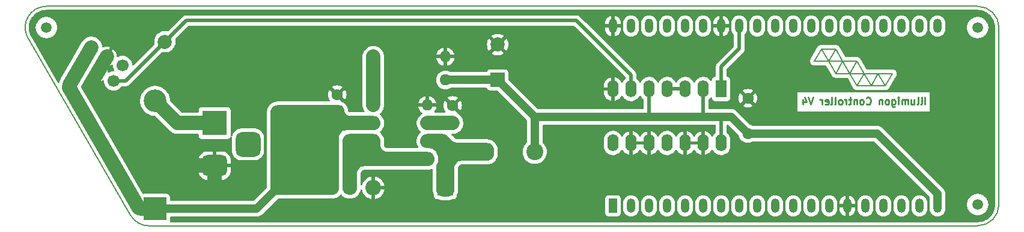
<source format=gbr>
G04 #@! TF.GenerationSoftware,KiCad,Pcbnew,8.0.3*
G04 #@! TF.CreationDate,2024-08-02T00:59:49+02:00*
G04 #@! TF.ProjectId,Controller,436f6e74-726f-46c6-9c65-722e6b696361,rev?*
G04 #@! TF.SameCoordinates,Original*
G04 #@! TF.FileFunction,Profile,NP*
%FSLAX46Y46*%
G04 Gerber Fmt 4.6, Leading zero omitted, Abs format (unit mm)*
G04 Created by KiCad (PCBNEW 8.0.3) date 2024-08-02 00:59:49*
%MOMM*%
%LPD*%
G01*
G04 APERTURE LIST*
G04 Aperture macros list*
%AMRoundRect*
0 Rectangle with rounded corners*
0 $1 Rounding radius*
0 $2 $3 $4 $5 $6 $7 $8 $9 X,Y pos of 4 corners*
0 Add a 4 corners polygon primitive as box body*
4,1,4,$2,$3,$4,$5,$6,$7,$8,$9,$2,$3,0*
0 Add four circle primitives for the rounded corners*
1,1,$1+$1,$2,$3*
1,1,$1+$1,$4,$5*
1,1,$1+$1,$6,$7*
1,1,$1+$1,$8,$9*
0 Add four rect primitives between the rounded corners*
20,1,$1+$1,$2,$3,$4,$5,0*
20,1,$1+$1,$4,$5,$6,$7,0*
20,1,$1+$1,$6,$7,$8,$9,0*
20,1,$1+$1,$8,$9,$2,$3,0*%
%AMHorizOval*
0 Thick line with rounded ends*
0 $1 width*
0 $2 $3 position (X,Y) of the first rounded end (center of the circle)*
0 $4 $5 position (X,Y) of the second rounded end (center of the circle)*
0 Add line between two ends*
20,1,$1,$2,$3,$4,$5,0*
0 Add two circle primitives to create the rounded ends*
1,1,$1,$2,$3*
1,1,$1,$4,$5*%
%AMRotRect*
0 Rectangle, with rotation*
0 The origin of the aperture is its center*
0 $1 length*
0 $2 width*
0 $3 Rotation angle, in degrees counterclockwise*
0 Add horizontal line*
21,1,$1,$2,0,0,$3*%
G04 Aperture macros list end*
G04 #@! TA.AperFunction,Profile*
%ADD10C,0.200000*%
G04 #@! TD*
G04 #@! TA.AperFunction,NonConductor*
%ADD11C,0.200000*%
G04 #@! TD*
%ADD12C,0.250000*%
G04 #@! TA.AperFunction,NonConductor*
%ADD13C,0.250000*%
G04 #@! TD*
G04 #@! TA.AperFunction,ComponentPad*
%ADD14R,3.200000X3.200000*%
G04 #@! TD*
G04 #@! TA.AperFunction,ComponentPad*
%ADD15O,3.200000X3.200000*%
G04 #@! TD*
G04 #@! TA.AperFunction,ComponentPad*
%ADD16R,1.600000X2.400000*%
G04 #@! TD*
G04 #@! TA.AperFunction,ComponentPad*
%ADD17O,1.600000X2.400000*%
G04 #@! TD*
G04 #@! TA.AperFunction,ComponentPad*
%ADD18C,1.600000*%
G04 #@! TD*
G04 #@! TA.AperFunction,ComponentPad*
%ADD19O,1.600000X1.600000*%
G04 #@! TD*
G04 #@! TA.AperFunction,ComponentPad*
%ADD20R,2.200000X2.200000*%
G04 #@! TD*
G04 #@! TA.AperFunction,ComponentPad*
%ADD21O,2.200000X2.200000*%
G04 #@! TD*
G04 #@! TA.AperFunction,ComponentPad*
%ADD22R,2.000000X2.000000*%
G04 #@! TD*
G04 #@! TA.AperFunction,ComponentPad*
%ADD23C,2.000000*%
G04 #@! TD*
G04 #@! TA.AperFunction,ComponentPad*
%ADD24R,1.600000X1.600000*%
G04 #@! TD*
G04 #@! TA.AperFunction,ComponentPad*
%ADD25R,1.200000X2.000000*%
G04 #@! TD*
G04 #@! TA.AperFunction,ComponentPad*
%ADD26O,1.200000X2.000000*%
G04 #@! TD*
G04 #@! TA.AperFunction,ComponentPad*
%ADD27R,3.500000X3.500000*%
G04 #@! TD*
G04 #@! TA.AperFunction,ComponentPad*
%ADD28RoundRect,0.750000X1.000000X-0.750000X1.000000X0.750000X-1.000000X0.750000X-1.000000X-0.750000X0*%
G04 #@! TD*
G04 #@! TA.AperFunction,ComponentPad*
%ADD29RoundRect,0.875000X0.875000X-0.875000X0.875000X0.875000X-0.875000X0.875000X-0.875000X-0.875000X0*%
G04 #@! TD*
G04 #@! TA.AperFunction,ComponentPad*
%ADD30RotRect,1.700000X1.700000X60.000000*%
G04 #@! TD*
G04 #@! TA.AperFunction,ComponentPad*
%ADD31HorizOval,1.700000X0.000000X0.000000X0.000000X0.000000X0*%
G04 #@! TD*
G04 #@! TA.AperFunction,ComponentPad*
%ADD32C,2.400000*%
G04 #@! TD*
G04 #@! TA.AperFunction,SMDPad,CuDef*
%ADD33C,2.000000*%
G04 #@! TD*
G04 #@! TA.AperFunction,SMDPad,CuDef*
%ADD34C,1.500000*%
G04 #@! TD*
G04 #@! TA.AperFunction,Conductor*
%ADD35C,2.000000*%
G04 #@! TD*
G04 #@! TA.AperFunction,Conductor*
%ADD36C,1.200000*%
G04 #@! TD*
G04 #@! TA.AperFunction,Conductor*
%ADD37C,0.500000*%
G04 #@! TD*
G04 #@! TA.AperFunction,Conductor*
%ADD38C,0.300000*%
G04 #@! TD*
%ADD39C,0.350000*%
%ADD40O,3.000000X1.000000*%
%ADD41O,1.000000X3.000000*%
G04 APERTURE END LIST*
D10*
X124680469Y-126559101D02*
G75*
G02*
X122085394Y-125064261I131J3000201D01*
G01*
X241448401Y-95559103D02*
X110234671Y-95559102D01*
X107648600Y-100059062D02*
X122085369Y-125064276D01*
X107648600Y-100059062D02*
G75*
G02*
X110234671Y-95559097I2598060J1500002D01*
G01*
X241448401Y-95559103D02*
G75*
G02*
X244448397Y-98559103I-1J-2999997D01*
G01*
X244448403Y-123559104D02*
X244448403Y-98559103D01*
X244448403Y-123559104D02*
G75*
G02*
X241448407Y-126559103I-3000003J4D01*
G01*
X124680469Y-126559101D02*
X241448407Y-126559102D01*
D11*
X228448404Y-106791156D02*
X227448407Y-105059101D01*
X220448406Y-103327050D02*
X222448406Y-103327053D01*
X218448406Y-103327050D02*
X220448406Y-103327050D01*
X224448403Y-106791158D02*
X223448406Y-105059102D01*
X223448406Y-105059102D02*
X222448406Y-103327053D01*
X225448405Y-105059106D02*
X224448407Y-103327053D01*
X221448405Y-105059105D02*
X220448406Y-103327050D01*
X218448406Y-103327050D02*
X219448408Y-101595000D01*
X220448406Y-103327050D02*
X221448408Y-101594999D01*
X222448405Y-103327054D02*
X221448408Y-101594999D01*
X225448406Y-105059102D02*
X227448407Y-105059101D01*
X226448403Y-106791156D02*
X228448404Y-106791156D01*
X224448403Y-106791158D02*
X225448405Y-105059106D01*
X222448405Y-103327054D02*
X224448407Y-103327053D01*
X226448403Y-106791156D02*
X227448405Y-105059106D01*
X220448406Y-103327050D02*
X219448409Y-101594998D01*
X223448406Y-105059102D02*
X224448407Y-103327053D01*
X223448406Y-105059102D02*
X225448406Y-105059102D01*
X221448405Y-105059105D02*
X223448406Y-105059102D01*
X227448405Y-105059106D02*
X229448403Y-105059106D01*
X228448404Y-106791156D02*
X229448403Y-105059106D01*
X219448408Y-101595000D02*
X221448408Y-101594999D01*
X226448403Y-106791156D02*
X225448406Y-105059102D01*
X221448405Y-105059105D02*
X222448405Y-103327054D01*
X224448403Y-106791158D02*
X226448403Y-106791156D01*
D12*
D13*
X234045838Y-109423721D02*
X234045838Y-108423721D01*
X233426791Y-109423721D02*
X233522029Y-109376102D01*
X233522029Y-109376102D02*
X233569648Y-109280863D01*
X233569648Y-109280863D02*
X233569648Y-108423721D01*
X232902981Y-109423721D02*
X232998219Y-109376102D01*
X232998219Y-109376102D02*
X233045838Y-109280863D01*
X233045838Y-109280863D02*
X233045838Y-108423721D01*
X232093457Y-108757054D02*
X232093457Y-109423721D01*
X232522028Y-108757054D02*
X232522028Y-109280863D01*
X232522028Y-109280863D02*
X232474409Y-109376102D01*
X232474409Y-109376102D02*
X232379171Y-109423721D01*
X232379171Y-109423721D02*
X232236314Y-109423721D01*
X232236314Y-109423721D02*
X232141076Y-109376102D01*
X232141076Y-109376102D02*
X232093457Y-109328482D01*
X231617266Y-109423721D02*
X231617266Y-108757054D01*
X231617266Y-108852292D02*
X231569647Y-108804673D01*
X231569647Y-108804673D02*
X231474409Y-108757054D01*
X231474409Y-108757054D02*
X231331552Y-108757054D01*
X231331552Y-108757054D02*
X231236314Y-108804673D01*
X231236314Y-108804673D02*
X231188695Y-108899911D01*
X231188695Y-108899911D02*
X231188695Y-109423721D01*
X231188695Y-108899911D02*
X231141076Y-108804673D01*
X231141076Y-108804673D02*
X231045838Y-108757054D01*
X231045838Y-108757054D02*
X230902981Y-108757054D01*
X230902981Y-108757054D02*
X230807742Y-108804673D01*
X230807742Y-108804673D02*
X230760123Y-108899911D01*
X230760123Y-108899911D02*
X230760123Y-109423721D01*
X230283933Y-109423721D02*
X230283933Y-108757054D01*
X230283933Y-108423721D02*
X230331552Y-108471340D01*
X230331552Y-108471340D02*
X230283933Y-108518959D01*
X230283933Y-108518959D02*
X230236314Y-108471340D01*
X230236314Y-108471340D02*
X230283933Y-108423721D01*
X230283933Y-108423721D02*
X230283933Y-108518959D01*
X229379172Y-108757054D02*
X229379172Y-109566578D01*
X229379172Y-109566578D02*
X229426791Y-109661816D01*
X229426791Y-109661816D02*
X229474410Y-109709435D01*
X229474410Y-109709435D02*
X229569648Y-109757054D01*
X229569648Y-109757054D02*
X229712505Y-109757054D01*
X229712505Y-109757054D02*
X229807743Y-109709435D01*
X229379172Y-109376102D02*
X229474410Y-109423721D01*
X229474410Y-109423721D02*
X229664886Y-109423721D01*
X229664886Y-109423721D02*
X229760124Y-109376102D01*
X229760124Y-109376102D02*
X229807743Y-109328482D01*
X229807743Y-109328482D02*
X229855362Y-109233244D01*
X229855362Y-109233244D02*
X229855362Y-108947530D01*
X229855362Y-108947530D02*
X229807743Y-108852292D01*
X229807743Y-108852292D02*
X229760124Y-108804673D01*
X229760124Y-108804673D02*
X229664886Y-108757054D01*
X229664886Y-108757054D02*
X229474410Y-108757054D01*
X229474410Y-108757054D02*
X229379172Y-108804673D01*
X228760124Y-109423721D02*
X228855362Y-109376102D01*
X228855362Y-109376102D02*
X228902981Y-109328482D01*
X228902981Y-109328482D02*
X228950600Y-109233244D01*
X228950600Y-109233244D02*
X228950600Y-108947530D01*
X228950600Y-108947530D02*
X228902981Y-108852292D01*
X228902981Y-108852292D02*
X228855362Y-108804673D01*
X228855362Y-108804673D02*
X228760124Y-108757054D01*
X228760124Y-108757054D02*
X228617267Y-108757054D01*
X228617267Y-108757054D02*
X228522029Y-108804673D01*
X228522029Y-108804673D02*
X228474410Y-108852292D01*
X228474410Y-108852292D02*
X228426791Y-108947530D01*
X228426791Y-108947530D02*
X228426791Y-109233244D01*
X228426791Y-109233244D02*
X228474410Y-109328482D01*
X228474410Y-109328482D02*
X228522029Y-109376102D01*
X228522029Y-109376102D02*
X228617267Y-109423721D01*
X228617267Y-109423721D02*
X228760124Y-109423721D01*
X227998219Y-108757054D02*
X227998219Y-109423721D01*
X227998219Y-108852292D02*
X227950600Y-108804673D01*
X227950600Y-108804673D02*
X227855362Y-108757054D01*
X227855362Y-108757054D02*
X227712505Y-108757054D01*
X227712505Y-108757054D02*
X227617267Y-108804673D01*
X227617267Y-108804673D02*
X227569648Y-108899911D01*
X227569648Y-108899911D02*
X227569648Y-109423721D01*
X225760124Y-109328482D02*
X225807743Y-109376102D01*
X225807743Y-109376102D02*
X225950600Y-109423721D01*
X225950600Y-109423721D02*
X226045838Y-109423721D01*
X226045838Y-109423721D02*
X226188695Y-109376102D01*
X226188695Y-109376102D02*
X226283933Y-109280863D01*
X226283933Y-109280863D02*
X226331552Y-109185625D01*
X226331552Y-109185625D02*
X226379171Y-108995149D01*
X226379171Y-108995149D02*
X226379171Y-108852292D01*
X226379171Y-108852292D02*
X226331552Y-108661816D01*
X226331552Y-108661816D02*
X226283933Y-108566578D01*
X226283933Y-108566578D02*
X226188695Y-108471340D01*
X226188695Y-108471340D02*
X226045838Y-108423721D01*
X226045838Y-108423721D02*
X225950600Y-108423721D01*
X225950600Y-108423721D02*
X225807743Y-108471340D01*
X225807743Y-108471340D02*
X225760124Y-108518959D01*
X225188695Y-109423721D02*
X225283933Y-109376102D01*
X225283933Y-109376102D02*
X225331552Y-109328482D01*
X225331552Y-109328482D02*
X225379171Y-109233244D01*
X225379171Y-109233244D02*
X225379171Y-108947530D01*
X225379171Y-108947530D02*
X225331552Y-108852292D01*
X225331552Y-108852292D02*
X225283933Y-108804673D01*
X225283933Y-108804673D02*
X225188695Y-108757054D01*
X225188695Y-108757054D02*
X225045838Y-108757054D01*
X225045838Y-108757054D02*
X224950600Y-108804673D01*
X224950600Y-108804673D02*
X224902981Y-108852292D01*
X224902981Y-108852292D02*
X224855362Y-108947530D01*
X224855362Y-108947530D02*
X224855362Y-109233244D01*
X224855362Y-109233244D02*
X224902981Y-109328482D01*
X224902981Y-109328482D02*
X224950600Y-109376102D01*
X224950600Y-109376102D02*
X225045838Y-109423721D01*
X225045838Y-109423721D02*
X225188695Y-109423721D01*
X224426790Y-108757054D02*
X224426790Y-109423721D01*
X224426790Y-108852292D02*
X224379171Y-108804673D01*
X224379171Y-108804673D02*
X224283933Y-108757054D01*
X224283933Y-108757054D02*
X224141076Y-108757054D01*
X224141076Y-108757054D02*
X224045838Y-108804673D01*
X224045838Y-108804673D02*
X223998219Y-108899911D01*
X223998219Y-108899911D02*
X223998219Y-109423721D01*
X223664885Y-108757054D02*
X223283933Y-108757054D01*
X223522028Y-108423721D02*
X223522028Y-109280863D01*
X223522028Y-109280863D02*
X223474409Y-109376102D01*
X223474409Y-109376102D02*
X223379171Y-109423721D01*
X223379171Y-109423721D02*
X223283933Y-109423721D01*
X222950599Y-109423721D02*
X222950599Y-108757054D01*
X222950599Y-108947530D02*
X222902980Y-108852292D01*
X222902980Y-108852292D02*
X222855361Y-108804673D01*
X222855361Y-108804673D02*
X222760123Y-108757054D01*
X222760123Y-108757054D02*
X222664885Y-108757054D01*
X222188694Y-109423721D02*
X222283932Y-109376102D01*
X222283932Y-109376102D02*
X222331551Y-109328482D01*
X222331551Y-109328482D02*
X222379170Y-109233244D01*
X222379170Y-109233244D02*
X222379170Y-108947530D01*
X222379170Y-108947530D02*
X222331551Y-108852292D01*
X222331551Y-108852292D02*
X222283932Y-108804673D01*
X222283932Y-108804673D02*
X222188694Y-108757054D01*
X222188694Y-108757054D02*
X222045837Y-108757054D01*
X222045837Y-108757054D02*
X221950599Y-108804673D01*
X221950599Y-108804673D02*
X221902980Y-108852292D01*
X221902980Y-108852292D02*
X221855361Y-108947530D01*
X221855361Y-108947530D02*
X221855361Y-109233244D01*
X221855361Y-109233244D02*
X221902980Y-109328482D01*
X221902980Y-109328482D02*
X221950599Y-109376102D01*
X221950599Y-109376102D02*
X222045837Y-109423721D01*
X222045837Y-109423721D02*
X222188694Y-109423721D01*
X221283932Y-109423721D02*
X221379170Y-109376102D01*
X221379170Y-109376102D02*
X221426789Y-109280863D01*
X221426789Y-109280863D02*
X221426789Y-108423721D01*
X220760122Y-109423721D02*
X220855360Y-109376102D01*
X220855360Y-109376102D02*
X220902979Y-109280863D01*
X220902979Y-109280863D02*
X220902979Y-108423721D01*
X219998217Y-109376102D02*
X220093455Y-109423721D01*
X220093455Y-109423721D02*
X220283931Y-109423721D01*
X220283931Y-109423721D02*
X220379169Y-109376102D01*
X220379169Y-109376102D02*
X220426788Y-109280863D01*
X220426788Y-109280863D02*
X220426788Y-108899911D01*
X220426788Y-108899911D02*
X220379169Y-108804673D01*
X220379169Y-108804673D02*
X220283931Y-108757054D01*
X220283931Y-108757054D02*
X220093455Y-108757054D01*
X220093455Y-108757054D02*
X219998217Y-108804673D01*
X219998217Y-108804673D02*
X219950598Y-108899911D01*
X219950598Y-108899911D02*
X219950598Y-108995149D01*
X219950598Y-108995149D02*
X220426788Y-109090387D01*
X219522026Y-109423721D02*
X219522026Y-108757054D01*
X219522026Y-108947530D02*
X219474407Y-108852292D01*
X219474407Y-108852292D02*
X219426788Y-108804673D01*
X219426788Y-108804673D02*
X219331550Y-108757054D01*
X219331550Y-108757054D02*
X219236312Y-108757054D01*
X218283930Y-108423721D02*
X217950597Y-109423721D01*
X217950597Y-109423721D02*
X217617264Y-108423721D01*
X216855359Y-108757054D02*
X216855359Y-109423721D01*
X217093454Y-108376102D02*
X217331549Y-109090387D01*
X217331549Y-109090387D02*
X216712502Y-109090387D01*
D14*
X125566408Y-124163099D03*
D15*
X125566408Y-108923099D03*
D16*
X205322408Y-107243101D03*
D17*
X202782408Y-107243101D03*
X200242408Y-107243101D03*
X197702408Y-107243101D03*
X195162408Y-107243101D03*
X192622408Y-107243101D03*
X190082408Y-107243101D03*
X190082408Y-114863101D03*
X192622407Y-114863101D03*
X195162408Y-114863101D03*
X197702407Y-114863101D03*
X200242408Y-114863101D03*
X202782407Y-114863101D03*
X205322408Y-114863101D03*
D18*
X152998408Y-121203100D03*
D19*
X142838408Y-121203100D03*
D18*
X156300408Y-102661101D03*
D19*
X166460408Y-102661101D03*
D20*
X166460405Y-121203101D03*
D21*
X156300405Y-121203101D03*
D22*
X173826408Y-105963099D03*
D23*
X173826408Y-100963099D03*
D18*
X152998410Y-114599100D03*
D19*
X142838410Y-114599100D03*
D24*
X151220408Y-110535101D03*
D18*
X151220408Y-108035101D03*
X152998407Y-117901100D03*
D19*
X142838407Y-117901100D03*
D25*
X190082407Y-123743101D03*
D26*
X192622407Y-123743101D03*
X195162407Y-123743101D03*
X197702407Y-123743101D03*
X200242407Y-123743101D03*
X202782407Y-123743101D03*
X205322407Y-123743101D03*
X207862407Y-123743101D03*
X210402407Y-123743101D03*
X212942407Y-123743101D03*
X215482407Y-123743101D03*
X218022407Y-123743101D03*
X220562407Y-123743101D03*
X223102407Y-123743101D03*
X225642407Y-123743101D03*
X228182407Y-123743101D03*
X230722407Y-123743101D03*
X233262407Y-123743101D03*
X235802407Y-123743101D03*
X235799687Y-98346781D03*
X233259687Y-98346781D03*
X230722407Y-98343101D03*
X228182407Y-98343101D03*
X225642407Y-98343101D03*
X223102407Y-98343101D03*
X220562407Y-98343101D03*
X218022407Y-98343101D03*
X215482407Y-98343101D03*
X212942407Y-98343101D03*
X210402407Y-98343101D03*
X207862407Y-98343101D03*
X205322407Y-98343101D03*
X202782407Y-98343101D03*
X200242407Y-98343101D03*
X197702407Y-98343101D03*
X195162407Y-98343101D03*
X192622408Y-98343101D03*
X190082407Y-98343101D03*
D27*
X133948406Y-112059103D03*
D28*
X133948406Y-118059103D03*
D29*
X138648406Y-115059103D03*
D18*
X209082404Y-113543101D03*
X209082404Y-108543101D03*
D30*
X115316000Y-103545705D03*
D31*
X116586000Y-101346000D03*
X117515705Y-104815705D03*
X118785705Y-102616000D03*
X119715409Y-106085705D03*
X120985409Y-103886000D03*
D18*
X156300409Y-105963100D03*
D19*
X166460409Y-105963100D03*
D24*
X163920407Y-117139101D03*
D19*
X163920407Y-114599101D03*
X163920407Y-112059101D03*
X163920407Y-109519101D03*
X156300407Y-109519100D03*
X156300407Y-112059101D03*
X156300407Y-114599100D03*
X156300407Y-117139101D03*
D18*
X167476407Y-112059102D03*
X167476407Y-109559102D03*
D32*
X172048408Y-116123101D03*
X179048408Y-116123101D03*
D33*
X126948407Y-100559102D03*
D34*
X241448403Y-98559103D03*
X110246670Y-98559067D03*
X241448403Y-123559103D03*
D35*
X113432126Y-107076421D02*
X113566000Y-106576794D01*
X123566408Y-124163099D02*
X123247842Y-124077740D01*
D36*
X139878407Y-124163099D02*
X142838405Y-121203101D01*
X125566408Y-124163099D02*
X139878407Y-124163099D01*
D35*
X125566408Y-124163099D02*
X123566408Y-124163099D01*
X115315998Y-103545706D02*
X116586000Y-101346000D01*
X123247842Y-124077740D02*
X113432126Y-107076421D01*
X113566000Y-106576794D02*
X115316000Y-103545705D01*
X117515702Y-104815707D02*
X118785704Y-102616003D01*
X133948406Y-118059102D02*
X131448407Y-118059102D01*
X117515705Y-104815707D02*
X116515705Y-106547758D01*
X133948406Y-118059102D02*
X133948407Y-120559101D01*
D36*
X206724406Y-111185102D02*
X205322408Y-111185101D01*
X209082404Y-113543101D02*
X206724406Y-111185102D01*
X179048408Y-116123100D02*
X179048408Y-111185102D01*
X179048408Y-111185102D02*
X173826408Y-105963099D01*
D37*
X202782407Y-107243101D02*
X202782406Y-111185103D01*
X195162406Y-107243104D02*
X195162406Y-111185101D01*
D36*
X235802407Y-122063101D02*
X235802406Y-123743103D01*
X202782406Y-111185103D02*
X195162406Y-111185101D01*
X205322408Y-111185101D02*
X202782406Y-111185103D01*
X227282408Y-113543101D02*
X235802407Y-122063101D01*
X195162406Y-111185101D02*
X179048408Y-111185102D01*
X209082404Y-113543101D02*
X227282408Y-113543101D01*
X166460408Y-105963099D02*
X173826408Y-105963099D01*
D37*
X205322409Y-114863101D02*
X205322408Y-111185101D01*
D35*
X167476407Y-112059102D02*
X163920406Y-112059101D01*
D37*
X207862409Y-101563102D02*
X205322407Y-104103102D01*
X205322407Y-104103102D02*
X205322408Y-107243101D01*
X207862407Y-98343101D02*
X207862409Y-101563102D01*
X130900406Y-97591103D02*
X129916406Y-97591103D01*
X184942408Y-97591103D02*
X130900406Y-97591103D01*
X192622408Y-105271103D02*
X184942408Y-97591103D01*
X192622408Y-107243101D02*
X192622408Y-105271103D01*
X129916406Y-97591103D02*
X121421804Y-106085705D01*
X121421804Y-106085705D02*
X119715409Y-106085705D01*
X133980408Y-97591103D02*
X130900406Y-97591103D01*
D35*
X156300409Y-105963100D02*
X156300405Y-109519104D01*
X156300408Y-102661101D02*
X156300409Y-105963100D01*
X133948406Y-112059103D02*
X128702408Y-112059101D01*
X128702408Y-112059101D02*
X125566406Y-108923102D01*
D37*
X200242408Y-107243101D02*
X197702408Y-107243100D01*
D38*
X197702408Y-107243100D02*
X197702407Y-107243101D01*
G04 #@! TA.AperFunction,Conductor*
G36*
X241357846Y-96059603D02*
G01*
X241382509Y-96059603D01*
X241444650Y-96059603D01*
X241452137Y-96059829D01*
X241484312Y-96061775D01*
X241742197Y-96077374D01*
X241757058Y-96079178D01*
X242028983Y-96129011D01*
X242039198Y-96130883D01*
X242053735Y-96134466D01*
X242327581Y-96219801D01*
X242341563Y-96225103D01*
X242603134Y-96342827D01*
X242616388Y-96349783D01*
X242861864Y-96498178D01*
X242874175Y-96506676D01*
X243099972Y-96683577D01*
X243111180Y-96693507D01*
X243313995Y-96896321D01*
X243323925Y-96907529D01*
X243339108Y-96926909D01*
X243493007Y-97123347D01*
X243500821Y-97133320D01*
X243509325Y-97145640D01*
X243530263Y-97180276D01*
X243657714Y-97391107D01*
X243664673Y-97404366D01*
X243782395Y-97665934D01*
X243787704Y-97679935D01*
X243873034Y-97953768D01*
X243876618Y-97968307D01*
X243928320Y-98250441D01*
X243930125Y-98265305D01*
X243937311Y-98384098D01*
X243944452Y-98502153D01*
X243947677Y-98555457D01*
X243947903Y-98562944D01*
X243947903Y-123555352D01*
X243947677Y-123562840D01*
X243930130Y-123852899D01*
X243928325Y-123867762D01*
X243876623Y-124149895D01*
X243873039Y-124164435D01*
X243787707Y-124438272D01*
X243782398Y-124452272D01*
X243664677Y-124713838D01*
X243657718Y-124727097D01*
X243509331Y-124972560D01*
X243500825Y-124984883D01*
X243323928Y-125210674D01*
X243313998Y-125221882D01*
X243111184Y-125424697D01*
X243099976Y-125434627D01*
X242874185Y-125611523D01*
X242861862Y-125620029D01*
X242616399Y-125768418D01*
X242603140Y-125775377D01*
X242341574Y-125893098D01*
X242327574Y-125898407D01*
X242053739Y-125983738D01*
X242039200Y-125987322D01*
X241757065Y-126039025D01*
X241742200Y-126040830D01*
X241452158Y-126058375D01*
X241444671Y-126058601D01*
X127768966Y-126058601D01*
X127701927Y-126038916D01*
X127656172Y-125986112D01*
X127646228Y-125916954D01*
X127652784Y-125891269D01*
X127660498Y-125870584D01*
X127660499Y-125870582D01*
X127666908Y-125810972D01*
X127666908Y-125387599D01*
X127686593Y-125320560D01*
X127739397Y-125274805D01*
X127790908Y-125263599D01*
X139965017Y-125263599D01*
X139965018Y-125263599D01*
X140136108Y-125236501D01*
X140300852Y-125182972D01*
X140455195Y-125104331D01*
X140595335Y-125002513D01*
X142836928Y-122760920D01*
X142898251Y-122727435D01*
X142924609Y-122724601D01*
X143943414Y-122724601D01*
X146648407Y-122724602D01*
X150468314Y-122724603D01*
X150493114Y-122723994D01*
X150505268Y-122723397D01*
X150530014Y-122721572D01*
X150706887Y-122704152D01*
X150755950Y-122696875D01*
X150779792Y-122692133D01*
X150827923Y-122680077D01*
X150992146Y-122630260D01*
X151038863Y-122613544D01*
X151061321Y-122604241D01*
X151106156Y-122583035D01*
X151179921Y-122543606D01*
X151257459Y-122502162D01*
X151257473Y-122502153D01*
X151257497Y-122502141D01*
X151300047Y-122476637D01*
X151320257Y-122463133D01*
X151360098Y-122433585D01*
X151492756Y-122324717D01*
X151529515Y-122291400D01*
X151546704Y-122274211D01*
X151580019Y-122237455D01*
X151632556Y-122173438D01*
X151690300Y-122134104D01*
X151760145Y-122132233D01*
X151819913Y-122168419D01*
X151824255Y-122173430D01*
X151870583Y-122229880D01*
X151876803Y-122237459D01*
X151910111Y-122274208D01*
X151927297Y-122291394D01*
X151959700Y-122320763D01*
X151964054Y-122324709D01*
X152008244Y-122360975D01*
X152095044Y-122432211D01*
X152096709Y-122433577D01*
X152136559Y-122463131D01*
X152156771Y-122476636D01*
X152156773Y-122476637D01*
X152156782Y-122476643D01*
X152166758Y-122482622D01*
X152197036Y-122500770D01*
X152199314Y-122502135D01*
X152199322Y-122502140D01*
X152347978Y-122581598D01*
X152350659Y-122583031D01*
X152395486Y-122604234D01*
X152417943Y-122613537D01*
X152417952Y-122613540D01*
X152417954Y-122613541D01*
X152425043Y-122616077D01*
X152464668Y-122630256D01*
X152628893Y-122680073D01*
X152677015Y-122692127D01*
X152700855Y-122696869D01*
X152749926Y-122704148D01*
X152749949Y-122704150D01*
X152749955Y-122704151D01*
X152806674Y-122709737D01*
X152926801Y-122721568D01*
X152951547Y-122723393D01*
X152963701Y-122723990D01*
X152988501Y-122724599D01*
X152988518Y-122724599D01*
X153008299Y-122724599D01*
X153008316Y-122724599D01*
X153033116Y-122723990D01*
X153045270Y-122723393D01*
X153070017Y-122721568D01*
X153246888Y-122704148D01*
X153295950Y-122696871D01*
X153319792Y-122692129D01*
X153367923Y-122680073D01*
X153532146Y-122630256D01*
X153578863Y-122613540D01*
X153601321Y-122604237D01*
X153646156Y-122583031D01*
X153719921Y-122543602D01*
X153797459Y-122502158D01*
X153797476Y-122502148D01*
X153797497Y-122502137D01*
X153840047Y-122476633D01*
X153860257Y-122463129D01*
X153900098Y-122433581D01*
X154032756Y-122324713D01*
X154069515Y-122291396D01*
X154086704Y-122274207D01*
X154120019Y-122237451D01*
X154228886Y-122104796D01*
X154258439Y-122064947D01*
X154271944Y-122044735D01*
X154297445Y-122002189D01*
X154378339Y-121850847D01*
X154399545Y-121806013D01*
X154408848Y-121783555D01*
X154425565Y-121736836D01*
X154475381Y-121572613D01*
X154487435Y-121524488D01*
X154488035Y-121521470D01*
X154520410Y-121459558D01*
X154581121Y-121424975D01*
X154650891Y-121428704D01*
X154707569Y-121469562D01*
X154730229Y-121516700D01*
X154774008Y-121699057D01*
X154870385Y-121931732D01*
X155001973Y-122146463D01*
X155001976Y-122146468D01*
X155165535Y-122337970D01*
X155357037Y-122501529D01*
X155357042Y-122501532D01*
X155571773Y-122633120D01*
X155804448Y-122729497D01*
X156049337Y-122788289D01*
X156050404Y-122788372D01*
X156050405Y-122788372D01*
X156050405Y-121693848D01*
X156088113Y-121715619D01*
X156227996Y-121753101D01*
X156372814Y-121753101D01*
X156512697Y-121715619D01*
X156550405Y-121693848D01*
X156550405Y-122788372D01*
X156551472Y-122788289D01*
X156796361Y-122729497D01*
X157029036Y-122633120D01*
X157243767Y-122501532D01*
X157243772Y-122501529D01*
X157435274Y-122337970D01*
X157598833Y-122146468D01*
X157598836Y-122146463D01*
X157730424Y-121931732D01*
X157826801Y-121699057D01*
X157885593Y-121454168D01*
X157885677Y-121453101D01*
X156791153Y-121453101D01*
X156812923Y-121415393D01*
X156850405Y-121275510D01*
X156850405Y-121130692D01*
X156812923Y-120990809D01*
X156791153Y-120953101D01*
X157885676Y-120953101D01*
X157885676Y-120953100D01*
X157885593Y-120952033D01*
X157826801Y-120707144D01*
X157730424Y-120474469D01*
X157598836Y-120259738D01*
X157598833Y-120259733D01*
X157435274Y-120068231D01*
X157243772Y-119904672D01*
X157243767Y-119904669D01*
X157029036Y-119773081D01*
X156796361Y-119676704D01*
X156551469Y-119617912D01*
X156550405Y-119617827D01*
X156550405Y-120712353D01*
X156512697Y-120690583D01*
X156372814Y-120653101D01*
X156227996Y-120653101D01*
X156088113Y-120690583D01*
X156050405Y-120712353D01*
X156050405Y-119617827D01*
X156049340Y-119617912D01*
X155804448Y-119676704D01*
X155571773Y-119773081D01*
X155357042Y-119904669D01*
X155357037Y-119904672D01*
X155165535Y-120068231D01*
X155001976Y-120259733D01*
X155001973Y-120259738D01*
X154870385Y-120474469D01*
X154774008Y-120707144D01*
X154764481Y-120746830D01*
X154729690Y-120807422D01*
X154667664Y-120839586D01*
X154598095Y-120833110D01*
X154543071Y-120790050D01*
X154520062Y-120724078D01*
X154519907Y-120717883D01*
X154519907Y-119186031D01*
X154520504Y-119173878D01*
X154530610Y-119071261D01*
X154535353Y-119047418D01*
X154556265Y-118978482D01*
X154565567Y-118956025D01*
X154599522Y-118892499D01*
X154613023Y-118872292D01*
X154658727Y-118816601D01*
X154675906Y-118799422D01*
X154731593Y-118753720D01*
X154751797Y-118740220D01*
X154815338Y-118706257D01*
X154837785Y-118696960D01*
X154906729Y-118676046D01*
X154930556Y-118671305D01*
X155033201Y-118661195D01*
X155045314Y-118660600D01*
X159483733Y-118660600D01*
X163930315Y-118660600D01*
X163955115Y-118659991D01*
X163967269Y-118659394D01*
X163992018Y-118657569D01*
X164168891Y-118640148D01*
X164217955Y-118632870D01*
X164241796Y-118628128D01*
X164289921Y-118616074D01*
X164454144Y-118566258D01*
X164500863Y-118549541D01*
X164513447Y-118544327D01*
X164582916Y-118536855D01*
X164645397Y-118568126D01*
X164681053Y-118628212D01*
X164684907Y-118658886D01*
X164684907Y-121467047D01*
X164685517Y-121491862D01*
X164686112Y-121503956D01*
X164687937Y-121528695D01*
X164705358Y-121705574D01*
X164705360Y-121705594D01*
X164712635Y-121754641D01*
X164712636Y-121754645D01*
X164717375Y-121778473D01*
X164724270Y-121806002D01*
X164729433Y-121826612D01*
X164779251Y-121990845D01*
X164795967Y-122037559D01*
X164795972Y-122037571D01*
X164805259Y-122059988D01*
X164805265Y-122060003D01*
X164826466Y-122104830D01*
X164826474Y-122104846D01*
X164845264Y-122140000D01*
X164859905Y-122198451D01*
X164859905Y-122350970D01*
X164859906Y-122350977D01*
X164866313Y-122410584D01*
X164916607Y-122545429D01*
X164916611Y-122545436D01*
X165002857Y-122660645D01*
X165002860Y-122660648D01*
X165118069Y-122746894D01*
X165118076Y-122746898D01*
X165155672Y-122760920D01*
X165252922Y-122797192D01*
X165312532Y-122803601D01*
X165465051Y-122803600D01*
X165523505Y-122818241D01*
X165558660Y-122837033D01*
X165603498Y-122858240D01*
X165625954Y-122867542D01*
X165672671Y-122884258D01*
X165836895Y-122934074D01*
X165885019Y-122946128D01*
X165908860Y-122950870D01*
X165957924Y-122958148D01*
X166134798Y-122975569D01*
X166159547Y-122977394D01*
X166171701Y-122977991D01*
X166196501Y-122978600D01*
X166196518Y-122978600D01*
X166724297Y-122978600D01*
X166724314Y-122978600D01*
X166749114Y-122977991D01*
X166761268Y-122977394D01*
X166786017Y-122975569D01*
X166962890Y-122958148D01*
X167011954Y-122950870D01*
X167035795Y-122946128D01*
X167083919Y-122934074D01*
X167248143Y-122884258D01*
X167294856Y-122867544D01*
X167317315Y-122858241D01*
X167362157Y-122837032D01*
X167379377Y-122827827D01*
X167397311Y-122818242D01*
X167455764Y-122803600D01*
X167608276Y-122803600D01*
X167608277Y-122803600D01*
X167667888Y-122797192D01*
X167802736Y-122746897D01*
X167871746Y-122695236D01*
X188981907Y-122695236D01*
X188981907Y-124790971D01*
X188981908Y-124790977D01*
X188988315Y-124850584D01*
X189038609Y-124985429D01*
X189038613Y-124985436D01*
X189124859Y-125100645D01*
X189124862Y-125100648D01*
X189240071Y-125186894D01*
X189240078Y-125186898D01*
X189374924Y-125237192D01*
X189374923Y-125237192D01*
X189381851Y-125237936D01*
X189434534Y-125243601D01*
X190730279Y-125243600D01*
X190789890Y-125237192D01*
X190924738Y-125186897D01*
X191039953Y-125100647D01*
X191126203Y-124985432D01*
X191176498Y-124850584D01*
X191182907Y-124790974D01*
X191182906Y-123256490D01*
X191521907Y-123256490D01*
X191521907Y-124229711D01*
X191534976Y-124312230D01*
X191549005Y-124400802D01*
X191602534Y-124565546D01*
X191681175Y-124719889D01*
X191782993Y-124860029D01*
X191905479Y-124982515D01*
X192045619Y-125084333D01*
X192199962Y-125162974D01*
X192364706Y-125216503D01*
X192535796Y-125243601D01*
X192535797Y-125243601D01*
X192709017Y-125243601D01*
X192709018Y-125243601D01*
X192880108Y-125216503D01*
X193044852Y-125162974D01*
X193199195Y-125084333D01*
X193339335Y-124982515D01*
X193461821Y-124860029D01*
X193563639Y-124719889D01*
X193642280Y-124565546D01*
X193695809Y-124400802D01*
X193722907Y-124229712D01*
X193722907Y-123256490D01*
X194061907Y-123256490D01*
X194061907Y-124229711D01*
X194074976Y-124312230D01*
X194089005Y-124400802D01*
X194142534Y-124565546D01*
X194221175Y-124719889D01*
X194322993Y-124860029D01*
X194445479Y-124982515D01*
X194585619Y-125084333D01*
X194739962Y-125162974D01*
X194904706Y-125216503D01*
X195075796Y-125243601D01*
X195075797Y-125243601D01*
X195249017Y-125243601D01*
X195249018Y-125243601D01*
X195420108Y-125216503D01*
X195584852Y-125162974D01*
X195739195Y-125084333D01*
X195879335Y-124982515D01*
X196001821Y-124860029D01*
X196103639Y-124719889D01*
X196182280Y-124565546D01*
X196235809Y-124400802D01*
X196262907Y-124229712D01*
X196262907Y-123256490D01*
X196601907Y-123256490D01*
X196601907Y-124229711D01*
X196614976Y-124312230D01*
X196629005Y-124400802D01*
X196682534Y-124565546D01*
X196761175Y-124719889D01*
X196862993Y-124860029D01*
X196985479Y-124982515D01*
X197125619Y-125084333D01*
X197279962Y-125162974D01*
X197444706Y-125216503D01*
X197615796Y-125243601D01*
X197615797Y-125243601D01*
X197789017Y-125243601D01*
X197789018Y-125243601D01*
X197960108Y-125216503D01*
X198124852Y-125162974D01*
X198279195Y-125084333D01*
X198419335Y-124982515D01*
X198541821Y-124860029D01*
X198643639Y-124719889D01*
X198722280Y-124565546D01*
X198775809Y-124400802D01*
X198802907Y-124229712D01*
X198802907Y-123256490D01*
X199141907Y-123256490D01*
X199141907Y-124229711D01*
X199154976Y-124312230D01*
X199169005Y-124400802D01*
X199222534Y-124565546D01*
X199301175Y-124719889D01*
X199402993Y-124860029D01*
X199525479Y-124982515D01*
X199665619Y-125084333D01*
X199819962Y-125162974D01*
X199984706Y-125216503D01*
X200155796Y-125243601D01*
X200155797Y-125243601D01*
X200329017Y-125243601D01*
X200329018Y-125243601D01*
X200500108Y-125216503D01*
X200664852Y-125162974D01*
X200819195Y-125084333D01*
X200959335Y-124982515D01*
X201081821Y-124860029D01*
X201183639Y-124719889D01*
X201262280Y-124565546D01*
X201315809Y-124400802D01*
X201342907Y-124229712D01*
X201342907Y-123256490D01*
X201681907Y-123256490D01*
X201681907Y-124229711D01*
X201694976Y-124312230D01*
X201709005Y-124400802D01*
X201762534Y-124565546D01*
X201841175Y-124719889D01*
X201942993Y-124860029D01*
X202065479Y-124982515D01*
X202205619Y-125084333D01*
X202359962Y-125162974D01*
X202524706Y-125216503D01*
X202695796Y-125243601D01*
X202695797Y-125243601D01*
X202869017Y-125243601D01*
X202869018Y-125243601D01*
X203040108Y-125216503D01*
X203204852Y-125162974D01*
X203359195Y-125084333D01*
X203499335Y-124982515D01*
X203621821Y-124860029D01*
X203723639Y-124719889D01*
X203802280Y-124565546D01*
X203855809Y-124400802D01*
X203882907Y-124229712D01*
X203882907Y-123256490D01*
X204221907Y-123256490D01*
X204221907Y-124229711D01*
X204234976Y-124312230D01*
X204249005Y-124400802D01*
X204302534Y-124565546D01*
X204381175Y-124719889D01*
X204482993Y-124860029D01*
X204605479Y-124982515D01*
X204745619Y-125084333D01*
X204899962Y-125162974D01*
X205064706Y-125216503D01*
X205235796Y-125243601D01*
X205235797Y-125243601D01*
X205409017Y-125243601D01*
X205409018Y-125243601D01*
X205580108Y-125216503D01*
X205744852Y-125162974D01*
X205899195Y-125084333D01*
X206039335Y-124982515D01*
X206161821Y-124860029D01*
X206263639Y-124719889D01*
X206342280Y-124565546D01*
X206395809Y-124400802D01*
X206422907Y-124229712D01*
X206422907Y-123256490D01*
X206761907Y-123256490D01*
X206761907Y-124229711D01*
X206774976Y-124312230D01*
X206789005Y-124400802D01*
X206842534Y-124565546D01*
X206921175Y-124719889D01*
X207022993Y-124860029D01*
X207145479Y-124982515D01*
X207285619Y-125084333D01*
X207439962Y-125162974D01*
X207604706Y-125216503D01*
X207775796Y-125243601D01*
X207775797Y-125243601D01*
X207949017Y-125243601D01*
X207949018Y-125243601D01*
X208120108Y-125216503D01*
X208284852Y-125162974D01*
X208439195Y-125084333D01*
X208579335Y-124982515D01*
X208701821Y-124860029D01*
X208803639Y-124719889D01*
X208882280Y-124565546D01*
X208935809Y-124400802D01*
X208962907Y-124229712D01*
X208962907Y-123256490D01*
X209301907Y-123256490D01*
X209301907Y-124229711D01*
X209314976Y-124312230D01*
X209329005Y-124400802D01*
X209382534Y-124565546D01*
X209461175Y-124719889D01*
X209562993Y-124860029D01*
X209685479Y-124982515D01*
X209825619Y-125084333D01*
X209979962Y-125162974D01*
X210144706Y-125216503D01*
X210315796Y-125243601D01*
X210315797Y-125243601D01*
X210489017Y-125243601D01*
X210489018Y-125243601D01*
X210660108Y-125216503D01*
X210824852Y-125162974D01*
X210979195Y-125084333D01*
X211119335Y-124982515D01*
X211241821Y-124860029D01*
X211343639Y-124719889D01*
X211422280Y-124565546D01*
X211475809Y-124400802D01*
X211502907Y-124229712D01*
X211502907Y-123256490D01*
X211841907Y-123256490D01*
X211841907Y-124229711D01*
X211854976Y-124312230D01*
X211869005Y-124400802D01*
X211922534Y-124565546D01*
X212001175Y-124719889D01*
X212102993Y-124860029D01*
X212225479Y-124982515D01*
X212365619Y-125084333D01*
X212519962Y-125162974D01*
X212684706Y-125216503D01*
X212855796Y-125243601D01*
X212855797Y-125243601D01*
X213029017Y-125243601D01*
X213029018Y-125243601D01*
X213200108Y-125216503D01*
X213364852Y-125162974D01*
X213519195Y-125084333D01*
X213659335Y-124982515D01*
X213781821Y-124860029D01*
X213883639Y-124719889D01*
X213962280Y-124565546D01*
X214015809Y-124400802D01*
X214042907Y-124229712D01*
X214042907Y-123256490D01*
X214381907Y-123256490D01*
X214381907Y-124229711D01*
X214394976Y-124312230D01*
X214409005Y-124400802D01*
X214462534Y-124565546D01*
X214541175Y-124719889D01*
X214642993Y-124860029D01*
X214765479Y-124982515D01*
X214905619Y-125084333D01*
X215059962Y-125162974D01*
X215224706Y-125216503D01*
X215395796Y-125243601D01*
X215395797Y-125243601D01*
X215569017Y-125243601D01*
X215569018Y-125243601D01*
X215740108Y-125216503D01*
X215904852Y-125162974D01*
X216059195Y-125084333D01*
X216199335Y-124982515D01*
X216321821Y-124860029D01*
X216423639Y-124719889D01*
X216502280Y-124565546D01*
X216555809Y-124400802D01*
X216582907Y-124229712D01*
X216582907Y-123256490D01*
X216921907Y-123256490D01*
X216921907Y-124229711D01*
X216934976Y-124312230D01*
X216949005Y-124400802D01*
X217002534Y-124565546D01*
X217081175Y-124719889D01*
X217182993Y-124860029D01*
X217305479Y-124982515D01*
X217445619Y-125084333D01*
X217599962Y-125162974D01*
X217764706Y-125216503D01*
X217935796Y-125243601D01*
X217935797Y-125243601D01*
X218109017Y-125243601D01*
X218109018Y-125243601D01*
X218280108Y-125216503D01*
X218444852Y-125162974D01*
X218599195Y-125084333D01*
X218739335Y-124982515D01*
X218861821Y-124860029D01*
X218963639Y-124719889D01*
X219042280Y-124565546D01*
X219095809Y-124400802D01*
X219122907Y-124229712D01*
X219122907Y-123256490D01*
X219461907Y-123256490D01*
X219461907Y-124229711D01*
X219474976Y-124312230D01*
X219489005Y-124400802D01*
X219542534Y-124565546D01*
X219621175Y-124719889D01*
X219722993Y-124860029D01*
X219845479Y-124982515D01*
X219985619Y-125084333D01*
X220139962Y-125162974D01*
X220304706Y-125216503D01*
X220475796Y-125243601D01*
X220475797Y-125243601D01*
X220649017Y-125243601D01*
X220649018Y-125243601D01*
X220820108Y-125216503D01*
X220984852Y-125162974D01*
X221139195Y-125084333D01*
X221279335Y-124982515D01*
X221401821Y-124860029D01*
X221503639Y-124719889D01*
X221582280Y-124565546D01*
X221635809Y-124400802D01*
X221662907Y-124229712D01*
X221662907Y-123256529D01*
X222002407Y-123256529D01*
X222002407Y-123493101D01*
X222786721Y-123493101D01*
X222782327Y-123497495D01*
X222729666Y-123588707D01*
X222702407Y-123690440D01*
X222702407Y-123795762D01*
X222729666Y-123897495D01*
X222782327Y-123988707D01*
X222786721Y-123993101D01*
X222002407Y-123993101D01*
X222002407Y-124229672D01*
X222029492Y-124400685D01*
X222082998Y-124565358D01*
X222161602Y-124719625D01*
X222263374Y-124859703D01*
X222385804Y-124982133D01*
X222525882Y-125083905D01*
X222680151Y-125162509D01*
X222844822Y-125216015D01*
X222844821Y-125216015D01*
X222852406Y-125217216D01*
X222852407Y-125217215D01*
X222852407Y-124058787D01*
X222856801Y-124063181D01*
X222948013Y-124115842D01*
X223049746Y-124143101D01*
X223155068Y-124143101D01*
X223256801Y-124115842D01*
X223348013Y-124063181D01*
X223352407Y-124058787D01*
X223352407Y-125217216D01*
X223359991Y-125216015D01*
X223524662Y-125162509D01*
X223678931Y-125083905D01*
X223819009Y-124982133D01*
X223941439Y-124859703D01*
X224043211Y-124719625D01*
X224121815Y-124565358D01*
X224175321Y-124400685D01*
X224202407Y-124229672D01*
X224202407Y-123993101D01*
X223418093Y-123993101D01*
X223422487Y-123988707D01*
X223475148Y-123897495D01*
X223502407Y-123795762D01*
X223502407Y-123690440D01*
X223475148Y-123588707D01*
X223422487Y-123497495D01*
X223418093Y-123493101D01*
X224202407Y-123493101D01*
X224202407Y-123256529D01*
X224202401Y-123256490D01*
X224541907Y-123256490D01*
X224541907Y-124229711D01*
X224554976Y-124312230D01*
X224569005Y-124400802D01*
X224622534Y-124565546D01*
X224701175Y-124719889D01*
X224802993Y-124860029D01*
X224925479Y-124982515D01*
X225065619Y-125084333D01*
X225219962Y-125162974D01*
X225384706Y-125216503D01*
X225555796Y-125243601D01*
X225555797Y-125243601D01*
X225729017Y-125243601D01*
X225729018Y-125243601D01*
X225900108Y-125216503D01*
X226064852Y-125162974D01*
X226219195Y-125084333D01*
X226359335Y-124982515D01*
X226481821Y-124860029D01*
X226583639Y-124719889D01*
X226662280Y-124565546D01*
X226715809Y-124400802D01*
X226742907Y-124229712D01*
X226742907Y-123256490D01*
X227081907Y-123256490D01*
X227081907Y-124229711D01*
X227094976Y-124312230D01*
X227109005Y-124400802D01*
X227162534Y-124565546D01*
X227241175Y-124719889D01*
X227342993Y-124860029D01*
X227465479Y-124982515D01*
X227605619Y-125084333D01*
X227759962Y-125162974D01*
X227924706Y-125216503D01*
X228095796Y-125243601D01*
X228095797Y-125243601D01*
X228269017Y-125243601D01*
X228269018Y-125243601D01*
X228440108Y-125216503D01*
X228604852Y-125162974D01*
X228759195Y-125084333D01*
X228899335Y-124982515D01*
X229021821Y-124860029D01*
X229123639Y-124719889D01*
X229202280Y-124565546D01*
X229255809Y-124400802D01*
X229282907Y-124229712D01*
X229282907Y-123256490D01*
X229621907Y-123256490D01*
X229621907Y-124229711D01*
X229634976Y-124312230D01*
X229649005Y-124400802D01*
X229702534Y-124565546D01*
X229781175Y-124719889D01*
X229882993Y-124860029D01*
X230005479Y-124982515D01*
X230145619Y-125084333D01*
X230299962Y-125162974D01*
X230464706Y-125216503D01*
X230635796Y-125243601D01*
X230635797Y-125243601D01*
X230809017Y-125243601D01*
X230809018Y-125243601D01*
X230980108Y-125216503D01*
X231144852Y-125162974D01*
X231299195Y-125084333D01*
X231439335Y-124982515D01*
X231561821Y-124860029D01*
X231663639Y-124719889D01*
X231742280Y-124565546D01*
X231795809Y-124400802D01*
X231822907Y-124229712D01*
X231822907Y-123256490D01*
X232161907Y-123256490D01*
X232161907Y-124229711D01*
X232174976Y-124312230D01*
X232189005Y-124400802D01*
X232242534Y-124565546D01*
X232321175Y-124719889D01*
X232422993Y-124860029D01*
X232545479Y-124982515D01*
X232685619Y-125084333D01*
X232839962Y-125162974D01*
X233004706Y-125216503D01*
X233175796Y-125243601D01*
X233175797Y-125243601D01*
X233349017Y-125243601D01*
X233349018Y-125243601D01*
X233520108Y-125216503D01*
X233684852Y-125162974D01*
X233839195Y-125084333D01*
X233979335Y-124982515D01*
X234101821Y-124860029D01*
X234203639Y-124719889D01*
X234282280Y-124565546D01*
X234335809Y-124400802D01*
X234362907Y-124229712D01*
X234362907Y-123256490D01*
X234335809Y-123085400D01*
X234282280Y-122920656D01*
X234203639Y-122766313D01*
X234101821Y-122626173D01*
X233979335Y-122503687D01*
X233839195Y-122401869D01*
X233687774Y-122324717D01*
X233684854Y-122323229D01*
X233684853Y-122323228D01*
X233684852Y-122323228D01*
X233520108Y-122269699D01*
X233520106Y-122269698D01*
X233520105Y-122269698D01*
X233388678Y-122248882D01*
X233349018Y-122242601D01*
X233175796Y-122242601D01*
X233136135Y-122248882D01*
X233004709Y-122269698D01*
X232839959Y-122323229D01*
X232685618Y-122401869D01*
X232617499Y-122451361D01*
X232545479Y-122503687D01*
X232545477Y-122503689D01*
X232545476Y-122503689D01*
X232422995Y-122626170D01*
X232422995Y-122626171D01*
X232422993Y-122626173D01*
X232383832Y-122680073D01*
X232321175Y-122766312D01*
X232242535Y-122920653D01*
X232189004Y-123085403D01*
X232161907Y-123256490D01*
X231822907Y-123256490D01*
X231795809Y-123085400D01*
X231742280Y-122920656D01*
X231663639Y-122766313D01*
X231561821Y-122626173D01*
X231439335Y-122503687D01*
X231299195Y-122401869D01*
X231147774Y-122324717D01*
X231144854Y-122323229D01*
X231144853Y-122323228D01*
X231144852Y-122323228D01*
X230980108Y-122269699D01*
X230980106Y-122269698D01*
X230980105Y-122269698D01*
X230848678Y-122248882D01*
X230809018Y-122242601D01*
X230635796Y-122242601D01*
X230596135Y-122248882D01*
X230464709Y-122269698D01*
X230299959Y-122323229D01*
X230145618Y-122401869D01*
X230077499Y-122451361D01*
X230005479Y-122503687D01*
X230005477Y-122503689D01*
X230005476Y-122503689D01*
X229882995Y-122626170D01*
X229882995Y-122626171D01*
X229882993Y-122626173D01*
X229843832Y-122680073D01*
X229781175Y-122766312D01*
X229702535Y-122920653D01*
X229649004Y-123085403D01*
X229621907Y-123256490D01*
X229282907Y-123256490D01*
X229255809Y-123085400D01*
X229202280Y-122920656D01*
X229123639Y-122766313D01*
X229021821Y-122626173D01*
X228899335Y-122503687D01*
X228759195Y-122401869D01*
X228607774Y-122324717D01*
X228604854Y-122323229D01*
X228604853Y-122323228D01*
X228604852Y-122323228D01*
X228440108Y-122269699D01*
X228440106Y-122269698D01*
X228440105Y-122269698D01*
X228308678Y-122248882D01*
X228269018Y-122242601D01*
X228095796Y-122242601D01*
X228056135Y-122248882D01*
X227924709Y-122269698D01*
X227759959Y-122323229D01*
X227605618Y-122401869D01*
X227537499Y-122451361D01*
X227465479Y-122503687D01*
X227465477Y-122503689D01*
X227465476Y-122503689D01*
X227342995Y-122626170D01*
X227342995Y-122626171D01*
X227342993Y-122626173D01*
X227303832Y-122680073D01*
X227241175Y-122766312D01*
X227162535Y-122920653D01*
X227109004Y-123085403D01*
X227081907Y-123256490D01*
X226742907Y-123256490D01*
X226715809Y-123085400D01*
X226662280Y-122920656D01*
X226583639Y-122766313D01*
X226481821Y-122626173D01*
X226359335Y-122503687D01*
X226219195Y-122401869D01*
X226067774Y-122324717D01*
X226064854Y-122323229D01*
X226064853Y-122323228D01*
X226064852Y-122323228D01*
X225900108Y-122269699D01*
X225900106Y-122269698D01*
X225900105Y-122269698D01*
X225768678Y-122248882D01*
X225729018Y-122242601D01*
X225555796Y-122242601D01*
X225516135Y-122248882D01*
X225384709Y-122269698D01*
X225219959Y-122323229D01*
X225065618Y-122401869D01*
X224997499Y-122451361D01*
X224925479Y-122503687D01*
X224925477Y-122503689D01*
X224925476Y-122503689D01*
X224802995Y-122626170D01*
X224802995Y-122626171D01*
X224802993Y-122626173D01*
X224763832Y-122680073D01*
X224701175Y-122766312D01*
X224622535Y-122920653D01*
X224569004Y-123085403D01*
X224541907Y-123256490D01*
X224202401Y-123256490D01*
X224175321Y-123085516D01*
X224121815Y-122920843D01*
X224043211Y-122766576D01*
X223941439Y-122626498D01*
X223819009Y-122504068D01*
X223678931Y-122402296D01*
X223524664Y-122323692D01*
X223359996Y-122270188D01*
X223359988Y-122270186D01*
X223352407Y-122268985D01*
X223352407Y-123427415D01*
X223348013Y-123423021D01*
X223256801Y-123370360D01*
X223155068Y-123343101D01*
X223049746Y-123343101D01*
X222948013Y-123370360D01*
X222856801Y-123423021D01*
X222852407Y-123427415D01*
X222852407Y-122268985D01*
X222852406Y-122268985D01*
X222844825Y-122270186D01*
X222844817Y-122270188D01*
X222680149Y-122323692D01*
X222525882Y-122402296D01*
X222385804Y-122504068D01*
X222263374Y-122626498D01*
X222161602Y-122766576D01*
X222082998Y-122920843D01*
X222029492Y-123085516D01*
X222002407Y-123256529D01*
X221662907Y-123256529D01*
X221662907Y-123256490D01*
X221635809Y-123085400D01*
X221582280Y-122920656D01*
X221503639Y-122766313D01*
X221401821Y-122626173D01*
X221279335Y-122503687D01*
X221139195Y-122401869D01*
X220987774Y-122324717D01*
X220984854Y-122323229D01*
X220984853Y-122323228D01*
X220984852Y-122323228D01*
X220820108Y-122269699D01*
X220820106Y-122269698D01*
X220820105Y-122269698D01*
X220688678Y-122248882D01*
X220649018Y-122242601D01*
X220475796Y-122242601D01*
X220436135Y-122248882D01*
X220304709Y-122269698D01*
X220139959Y-122323229D01*
X219985618Y-122401869D01*
X219917499Y-122451361D01*
X219845479Y-122503687D01*
X219845477Y-122503689D01*
X219845476Y-122503689D01*
X219722995Y-122626170D01*
X219722995Y-122626171D01*
X219722993Y-122626173D01*
X219683832Y-122680073D01*
X219621175Y-122766312D01*
X219542535Y-122920653D01*
X219489004Y-123085403D01*
X219461907Y-123256490D01*
X219122907Y-123256490D01*
X219095809Y-123085400D01*
X219042280Y-122920656D01*
X218963639Y-122766313D01*
X218861821Y-122626173D01*
X218739335Y-122503687D01*
X218599195Y-122401869D01*
X218447774Y-122324717D01*
X218444854Y-122323229D01*
X218444853Y-122323228D01*
X218444852Y-122323228D01*
X218280108Y-122269699D01*
X218280106Y-122269698D01*
X218280105Y-122269698D01*
X218148678Y-122248882D01*
X218109018Y-122242601D01*
X217935796Y-122242601D01*
X217896135Y-122248882D01*
X217764709Y-122269698D01*
X217599959Y-122323229D01*
X217445618Y-122401869D01*
X217377499Y-122451361D01*
X217305479Y-122503687D01*
X217305477Y-122503689D01*
X217305476Y-122503689D01*
X217182995Y-122626170D01*
X217182995Y-122626171D01*
X217182993Y-122626173D01*
X217143832Y-122680073D01*
X217081175Y-122766312D01*
X217002535Y-122920653D01*
X216949004Y-123085403D01*
X216921907Y-123256490D01*
X216582907Y-123256490D01*
X216555809Y-123085400D01*
X216502280Y-122920656D01*
X216423639Y-122766313D01*
X216321821Y-122626173D01*
X216199335Y-122503687D01*
X216059195Y-122401869D01*
X215907774Y-122324717D01*
X215904854Y-122323229D01*
X215904853Y-122323228D01*
X215904852Y-122323228D01*
X215740108Y-122269699D01*
X215740106Y-122269698D01*
X215740105Y-122269698D01*
X215608678Y-122248882D01*
X215569018Y-122242601D01*
X215395796Y-122242601D01*
X215356135Y-122248882D01*
X215224709Y-122269698D01*
X215059959Y-122323229D01*
X214905618Y-122401869D01*
X214837499Y-122451361D01*
X214765479Y-122503687D01*
X214765477Y-122503689D01*
X214765476Y-122503689D01*
X214642995Y-122626170D01*
X214642995Y-122626171D01*
X214642993Y-122626173D01*
X214603832Y-122680073D01*
X214541175Y-122766312D01*
X214462535Y-122920653D01*
X214409004Y-123085403D01*
X214381907Y-123256490D01*
X214042907Y-123256490D01*
X214015809Y-123085400D01*
X213962280Y-122920656D01*
X213883639Y-122766313D01*
X213781821Y-122626173D01*
X213659335Y-122503687D01*
X213519195Y-122401869D01*
X213367774Y-122324717D01*
X213364854Y-122323229D01*
X213364853Y-122323228D01*
X213364852Y-122323228D01*
X213200108Y-122269699D01*
X213200106Y-122269698D01*
X213200105Y-122269698D01*
X213068678Y-122248882D01*
X213029018Y-122242601D01*
X212855796Y-122242601D01*
X212816135Y-122248882D01*
X212684709Y-122269698D01*
X212519959Y-122323229D01*
X212365618Y-122401869D01*
X212297499Y-122451361D01*
X212225479Y-122503687D01*
X212225477Y-122503689D01*
X212225476Y-122503689D01*
X212102995Y-122626170D01*
X212102995Y-122626171D01*
X212102993Y-122626173D01*
X212063832Y-122680073D01*
X212001175Y-122766312D01*
X211922535Y-122920653D01*
X211869004Y-123085403D01*
X211841907Y-123256490D01*
X211502907Y-123256490D01*
X211475809Y-123085400D01*
X211422280Y-122920656D01*
X211343639Y-122766313D01*
X211241821Y-122626173D01*
X211119335Y-122503687D01*
X210979195Y-122401869D01*
X210827774Y-122324717D01*
X210824854Y-122323229D01*
X210824853Y-122323228D01*
X210824852Y-122323228D01*
X210660108Y-122269699D01*
X210660106Y-122269698D01*
X210660105Y-122269698D01*
X210528678Y-122248882D01*
X210489018Y-122242601D01*
X210315796Y-122242601D01*
X210276135Y-122248882D01*
X210144709Y-122269698D01*
X209979959Y-122323229D01*
X209825618Y-122401869D01*
X209757499Y-122451361D01*
X209685479Y-122503687D01*
X209685477Y-122503689D01*
X209685476Y-122503689D01*
X209562995Y-122626170D01*
X209562995Y-122626171D01*
X209562993Y-122626173D01*
X209523832Y-122680073D01*
X209461175Y-122766312D01*
X209382535Y-122920653D01*
X209329004Y-123085403D01*
X209301907Y-123256490D01*
X208962907Y-123256490D01*
X208935809Y-123085400D01*
X208882280Y-122920656D01*
X208803639Y-122766313D01*
X208701821Y-122626173D01*
X208579335Y-122503687D01*
X208439195Y-122401869D01*
X208287774Y-122324717D01*
X208284854Y-122323229D01*
X208284853Y-122323228D01*
X208284852Y-122323228D01*
X208120108Y-122269699D01*
X208120106Y-122269698D01*
X208120105Y-122269698D01*
X207988678Y-122248882D01*
X207949018Y-122242601D01*
X207775796Y-122242601D01*
X207736135Y-122248882D01*
X207604709Y-122269698D01*
X207439959Y-122323229D01*
X207285618Y-122401869D01*
X207217499Y-122451361D01*
X207145479Y-122503687D01*
X207145477Y-122503689D01*
X207145476Y-122503689D01*
X207022995Y-122626170D01*
X207022995Y-122626171D01*
X207022993Y-122626173D01*
X206983832Y-122680073D01*
X206921175Y-122766312D01*
X206842535Y-122920653D01*
X206789004Y-123085403D01*
X206761907Y-123256490D01*
X206422907Y-123256490D01*
X206395809Y-123085400D01*
X206342280Y-122920656D01*
X206263639Y-122766313D01*
X206161821Y-122626173D01*
X206039335Y-122503687D01*
X205899195Y-122401869D01*
X205747774Y-122324717D01*
X205744854Y-122323229D01*
X205744853Y-122323228D01*
X205744852Y-122323228D01*
X205580108Y-122269699D01*
X205580106Y-122269698D01*
X205580105Y-122269698D01*
X205448678Y-122248882D01*
X205409018Y-122242601D01*
X205235796Y-122242601D01*
X205196135Y-122248882D01*
X205064709Y-122269698D01*
X204899959Y-122323229D01*
X204745618Y-122401869D01*
X204677499Y-122451361D01*
X204605479Y-122503687D01*
X204605477Y-122503689D01*
X204605476Y-122503689D01*
X204482995Y-122626170D01*
X204482995Y-122626171D01*
X204482993Y-122626173D01*
X204443832Y-122680073D01*
X204381175Y-122766312D01*
X204302535Y-122920653D01*
X204249004Y-123085403D01*
X204221907Y-123256490D01*
X203882907Y-123256490D01*
X203855809Y-123085400D01*
X203802280Y-122920656D01*
X203723639Y-122766313D01*
X203621821Y-122626173D01*
X203499335Y-122503687D01*
X203359195Y-122401869D01*
X203207774Y-122324717D01*
X203204854Y-122323229D01*
X203204853Y-122323228D01*
X203204852Y-122323228D01*
X203040108Y-122269699D01*
X203040106Y-122269698D01*
X203040105Y-122269698D01*
X202908678Y-122248882D01*
X202869018Y-122242601D01*
X202695796Y-122242601D01*
X202656135Y-122248882D01*
X202524709Y-122269698D01*
X202359959Y-122323229D01*
X202205618Y-122401869D01*
X202137499Y-122451361D01*
X202065479Y-122503687D01*
X202065477Y-122503689D01*
X202065476Y-122503689D01*
X201942995Y-122626170D01*
X201942995Y-122626171D01*
X201942993Y-122626173D01*
X201903832Y-122680073D01*
X201841175Y-122766312D01*
X201762535Y-122920653D01*
X201709004Y-123085403D01*
X201681907Y-123256490D01*
X201342907Y-123256490D01*
X201315809Y-123085400D01*
X201262280Y-122920656D01*
X201183639Y-122766313D01*
X201081821Y-122626173D01*
X200959335Y-122503687D01*
X200819195Y-122401869D01*
X200667774Y-122324717D01*
X200664854Y-122323229D01*
X200664853Y-122323228D01*
X200664852Y-122323228D01*
X200500108Y-122269699D01*
X200500106Y-122269698D01*
X200500105Y-122269698D01*
X200368678Y-122248882D01*
X200329018Y-122242601D01*
X200155796Y-122242601D01*
X200116135Y-122248882D01*
X199984709Y-122269698D01*
X199819959Y-122323229D01*
X199665618Y-122401869D01*
X199597499Y-122451361D01*
X199525479Y-122503687D01*
X199525477Y-122503689D01*
X199525476Y-122503689D01*
X199402995Y-122626170D01*
X199402995Y-122626171D01*
X199402993Y-122626173D01*
X199363832Y-122680073D01*
X199301175Y-122766312D01*
X199222535Y-122920653D01*
X199169004Y-123085403D01*
X199141907Y-123256490D01*
X198802907Y-123256490D01*
X198775809Y-123085400D01*
X198722280Y-122920656D01*
X198643639Y-122766313D01*
X198541821Y-122626173D01*
X198419335Y-122503687D01*
X198279195Y-122401869D01*
X198127774Y-122324717D01*
X198124854Y-122323229D01*
X198124853Y-122323228D01*
X198124852Y-122323228D01*
X197960108Y-122269699D01*
X197960106Y-122269698D01*
X197960105Y-122269698D01*
X197828678Y-122248882D01*
X197789018Y-122242601D01*
X197615796Y-122242601D01*
X197576135Y-122248882D01*
X197444709Y-122269698D01*
X197279959Y-122323229D01*
X197125618Y-122401869D01*
X197057499Y-122451361D01*
X196985479Y-122503687D01*
X196985477Y-122503689D01*
X196985476Y-122503689D01*
X196862995Y-122626170D01*
X196862995Y-122626171D01*
X196862993Y-122626173D01*
X196823832Y-122680073D01*
X196761175Y-122766312D01*
X196682535Y-122920653D01*
X196629004Y-123085403D01*
X196601907Y-123256490D01*
X196262907Y-123256490D01*
X196235809Y-123085400D01*
X196182280Y-122920656D01*
X196103639Y-122766313D01*
X196001821Y-122626173D01*
X195879335Y-122503687D01*
X195739195Y-122401869D01*
X195587774Y-122324717D01*
X195584854Y-122323229D01*
X195584853Y-122323228D01*
X195584852Y-122323228D01*
X195420108Y-122269699D01*
X195420106Y-122269698D01*
X195420105Y-122269698D01*
X195288678Y-122248882D01*
X195249018Y-122242601D01*
X195075796Y-122242601D01*
X195036135Y-122248882D01*
X194904709Y-122269698D01*
X194739959Y-122323229D01*
X194585618Y-122401869D01*
X194517499Y-122451361D01*
X194445479Y-122503687D01*
X194445477Y-122503689D01*
X194445476Y-122503689D01*
X194322995Y-122626170D01*
X194322995Y-122626171D01*
X194322993Y-122626173D01*
X194283832Y-122680073D01*
X194221175Y-122766312D01*
X194142535Y-122920653D01*
X194089004Y-123085403D01*
X194061907Y-123256490D01*
X193722907Y-123256490D01*
X193695809Y-123085400D01*
X193642280Y-122920656D01*
X193563639Y-122766313D01*
X193461821Y-122626173D01*
X193339335Y-122503687D01*
X193199195Y-122401869D01*
X193047774Y-122324717D01*
X193044854Y-122323229D01*
X193044853Y-122323228D01*
X193044852Y-122323228D01*
X192880108Y-122269699D01*
X192880106Y-122269698D01*
X192880105Y-122269698D01*
X192748678Y-122248882D01*
X192709018Y-122242601D01*
X192535796Y-122242601D01*
X192496135Y-122248882D01*
X192364709Y-122269698D01*
X192199959Y-122323229D01*
X192045618Y-122401869D01*
X191977499Y-122451361D01*
X191905479Y-122503687D01*
X191905477Y-122503689D01*
X191905476Y-122503689D01*
X191782995Y-122626170D01*
X191782995Y-122626171D01*
X191782993Y-122626173D01*
X191743832Y-122680073D01*
X191681175Y-122766312D01*
X191602535Y-122920653D01*
X191549004Y-123085403D01*
X191521907Y-123256490D01*
X191182906Y-123256490D01*
X191182906Y-122695229D01*
X191176498Y-122635618D01*
X191176013Y-122634318D01*
X191126204Y-122500772D01*
X191126200Y-122500765D01*
X191039954Y-122385556D01*
X191039951Y-122385553D01*
X190924742Y-122299307D01*
X190924735Y-122299303D01*
X190789889Y-122249009D01*
X190789890Y-122249009D01*
X190730290Y-122242602D01*
X190730288Y-122242601D01*
X190730280Y-122242601D01*
X190730271Y-122242601D01*
X189434536Y-122242601D01*
X189434530Y-122242602D01*
X189374923Y-122249009D01*
X189240078Y-122299303D01*
X189240071Y-122299307D01*
X189124862Y-122385553D01*
X189124859Y-122385556D01*
X189038613Y-122500765D01*
X189038609Y-122500772D01*
X188988315Y-122635618D01*
X188981908Y-122695217D01*
X188981908Y-122695224D01*
X188981907Y-122695236D01*
X167871746Y-122695236D01*
X167917951Y-122660647D01*
X168004201Y-122545432D01*
X168054496Y-122410584D01*
X168060905Y-122350974D01*
X168060904Y-122198461D01*
X168075548Y-122140005D01*
X168094328Y-122104871D01*
X168094329Y-122104867D01*
X168094339Y-122104850D01*
X168115548Y-122060008D01*
X168124851Y-122037549D01*
X168141565Y-121990836D01*
X168191381Y-121826612D01*
X168203435Y-121778488D01*
X168208177Y-121754647D01*
X168215455Y-121705583D01*
X168232876Y-121528710D01*
X168234701Y-121503961D01*
X168235298Y-121491807D01*
X168235907Y-121467007D01*
X168235907Y-118424030D01*
X168236504Y-118411877D01*
X168237125Y-118405564D01*
X168246611Y-118309252D01*
X168251350Y-118285426D01*
X168272268Y-118216467D01*
X168281566Y-118194022D01*
X168315520Y-118130498D01*
X168329015Y-118110301D01*
X168374729Y-118054597D01*
X168391914Y-118037414D01*
X168447605Y-117991711D01*
X168467808Y-117978210D01*
X168531334Y-117944255D01*
X168553780Y-117934958D01*
X168571294Y-117929645D01*
X168571295Y-117929646D01*
X168622732Y-117914042D01*
X168646565Y-117909302D01*
X168670854Y-117906909D01*
X168749181Y-117899196D01*
X168761334Y-117898599D01*
X172312298Y-117898599D01*
X172312315Y-117898599D01*
X172337115Y-117897990D01*
X172349269Y-117897393D01*
X172374018Y-117895568D01*
X172550891Y-117878147D01*
X172599955Y-117870869D01*
X172623796Y-117866127D01*
X172671921Y-117854073D01*
X172836144Y-117804257D01*
X172882863Y-117787540D01*
X172905321Y-117778237D01*
X172950155Y-117757031D01*
X173101497Y-117676137D01*
X173144043Y-117650636D01*
X173164255Y-117637131D01*
X173204104Y-117607578D01*
X173336760Y-117498710D01*
X173373516Y-117465395D01*
X173373517Y-117465394D01*
X173373525Y-117465387D01*
X173390696Y-117448216D01*
X173390703Y-117448208D01*
X173390704Y-117448207D01*
X173424019Y-117411451D01*
X173532887Y-117278795D01*
X173562440Y-117238946D01*
X173575945Y-117218734D01*
X173601446Y-117176188D01*
X173682340Y-117024846D01*
X173703546Y-116980012D01*
X173712849Y-116957554D01*
X173729566Y-116910835D01*
X173779382Y-116746612D01*
X173791436Y-116698487D01*
X173796178Y-116674646D01*
X173803456Y-116625582D01*
X173820877Y-116448709D01*
X173822702Y-116423960D01*
X173823299Y-116411806D01*
X173823908Y-116387006D01*
X173823908Y-115859191D01*
X173823299Y-115834391D01*
X173822702Y-115822237D01*
X173820877Y-115797488D01*
X173803456Y-115620615D01*
X173796175Y-115571535D01*
X173791432Y-115547693D01*
X173779380Y-115499581D01*
X173729564Y-115335362D01*
X173712852Y-115288656D01*
X173710661Y-115283368D01*
X173703557Y-115266214D01*
X173702085Y-115263101D01*
X173682341Y-115221357D01*
X173682335Y-115221346D01*
X173682330Y-115221335D01*
X173601456Y-115070030D01*
X173601453Y-115070026D01*
X173601444Y-115070008D01*
X173575945Y-115027464D01*
X173562441Y-115007253D01*
X173532886Y-114967401D01*
X173424022Y-114834749D01*
X173390706Y-114797992D01*
X173373516Y-114780802D01*
X173336757Y-114747485D01*
X173336755Y-114747483D01*
X173204108Y-114638624D01*
X173204099Y-114638617D01*
X173164258Y-114609069D01*
X173164251Y-114609064D01*
X173144050Y-114595566D01*
X173144051Y-114595566D01*
X173101499Y-114570062D01*
X173101491Y-114570057D01*
X172950165Y-114489172D01*
X172950155Y-114489167D01*
X172950149Y-114489164D01*
X172905322Y-114467961D01*
X172905323Y-114467961D01*
X172905318Y-114467959D01*
X172882882Y-114458665D01*
X172882865Y-114458658D01*
X172836150Y-114441943D01*
X172671911Y-114392122D01*
X172623794Y-114380069D01*
X172623760Y-114380062D01*
X172599953Y-114375327D01*
X172599948Y-114375326D01*
X172550914Y-114368053D01*
X172550870Y-114368048D01*
X172374006Y-114350629D01*
X172349284Y-114348806D01*
X172349279Y-114348805D01*
X172349269Y-114348805D01*
X172344010Y-114348546D01*
X172337122Y-114348208D01*
X172329881Y-114348030D01*
X172312315Y-114347599D01*
X172312298Y-114347599D01*
X168175553Y-114347599D01*
X168163399Y-114347002D01*
X168060776Y-114336895D01*
X168036935Y-114332153D01*
X168027972Y-114329434D01*
X167967999Y-114311241D01*
X167945548Y-114301941D01*
X167882021Y-114267985D01*
X167861809Y-114254480D01*
X167782103Y-114189067D01*
X167773087Y-114180895D01*
X167363474Y-113771282D01*
X167329989Y-113709959D01*
X167334973Y-113640267D01*
X167376845Y-113584334D01*
X167442309Y-113559917D01*
X167451137Y-113559601D01*
X167594499Y-113559602D01*
X167827775Y-113522655D01*
X168052399Y-113449670D01*
X168262840Y-113342445D01*
X168453917Y-113203619D01*
X168620924Y-113036612D01*
X168759750Y-112845535D01*
X168866975Y-112635094D01*
X168939960Y-112410470D01*
X168948256Y-112358090D01*
X168976907Y-112177199D01*
X168976907Y-111941004D01*
X168939960Y-111707733D01*
X168866973Y-111483105D01*
X168759749Y-111272668D01*
X168620924Y-111081592D01*
X168453917Y-110914585D01*
X168294921Y-110799067D01*
X168262842Y-110775760D01*
X168258980Y-110773394D01*
X168212104Y-110721583D01*
X168200240Y-110656858D01*
X168201878Y-110638126D01*
X167522854Y-109959102D01*
X167529068Y-109959102D01*
X167630801Y-109931843D01*
X167722013Y-109879182D01*
X167796487Y-109804708D01*
X167849148Y-109713496D01*
X167876407Y-109611763D01*
X167876407Y-109605549D01*
X168555431Y-110284573D01*
X168606543Y-110211580D01*
X168702671Y-110005433D01*
X168702676Y-110005419D01*
X168761546Y-109785712D01*
X168761548Y-109785701D01*
X168781373Y-109559104D01*
X168781373Y-109559099D01*
X168761548Y-109332502D01*
X168761546Y-109332491D01*
X168702676Y-109112784D01*
X168702671Y-109112770D01*
X168606543Y-108906623D01*
X168606539Y-108906615D01*
X168555432Y-108833628D01*
X167876407Y-109512653D01*
X167876407Y-109506441D01*
X167849148Y-109404708D01*
X167796487Y-109313496D01*
X167722013Y-109239022D01*
X167630801Y-109186361D01*
X167529068Y-109159102D01*
X167522855Y-109159102D01*
X168201879Y-108480076D01*
X168128885Y-108428965D01*
X167922738Y-108332837D01*
X167922724Y-108332832D01*
X167703017Y-108273962D01*
X167703006Y-108273960D01*
X167476409Y-108254136D01*
X167476405Y-108254136D01*
X167249807Y-108273960D01*
X167249796Y-108273962D01*
X167030089Y-108332832D01*
X167030080Y-108332836D01*
X166823923Y-108428968D01*
X166823919Y-108428970D01*
X166750933Y-108480075D01*
X166750933Y-108480076D01*
X167429960Y-109159102D01*
X167423746Y-109159102D01*
X167322013Y-109186361D01*
X167230801Y-109239022D01*
X167156327Y-109313496D01*
X167103666Y-109404708D01*
X167076407Y-109506441D01*
X167076407Y-109512654D01*
X166397381Y-108833628D01*
X166397380Y-108833628D01*
X166346275Y-108906614D01*
X166346273Y-108906618D01*
X166250141Y-109112775D01*
X166250137Y-109112784D01*
X166191267Y-109332491D01*
X166191265Y-109332502D01*
X166171441Y-109559099D01*
X166171441Y-109559104D01*
X166191265Y-109785701D01*
X166191267Y-109785712D01*
X166250137Y-110005419D01*
X166250141Y-110005428D01*
X166346273Y-110211584D01*
X166452630Y-110363477D01*
X166474957Y-110429683D01*
X166457947Y-110497451D01*
X166406999Y-110545264D01*
X166351055Y-110558601D01*
X165017593Y-110558601D01*
X164950554Y-110538916D01*
X164904799Y-110486112D01*
X164894855Y-110416954D01*
X164918722Y-110363582D01*
X164916963Y-110362351D01*
X165050541Y-110171583D01*
X165146672Y-109965427D01*
X165146676Y-109965418D01*
X165199279Y-109769101D01*
X164236093Y-109769101D01*
X164240487Y-109764707D01*
X164293148Y-109673495D01*
X164320407Y-109571762D01*
X164320407Y-109466440D01*
X164293148Y-109364707D01*
X164240487Y-109273495D01*
X164236093Y-109269101D01*
X165199279Y-109269101D01*
X165199279Y-109269100D01*
X165146676Y-109072783D01*
X165146672Y-109072774D01*
X165050541Y-108866618D01*
X164920064Y-108680280D01*
X164759227Y-108519443D01*
X164572889Y-108388966D01*
X164366735Y-108292835D01*
X164170407Y-108240228D01*
X164170407Y-109203415D01*
X164166013Y-109199021D01*
X164074801Y-109146360D01*
X163973068Y-109119101D01*
X163867746Y-109119101D01*
X163766013Y-109146360D01*
X163674801Y-109199021D01*
X163670407Y-109203415D01*
X163670407Y-108240228D01*
X163474078Y-108292835D01*
X163267924Y-108388966D01*
X163081586Y-108519443D01*
X162920749Y-108680280D01*
X162790272Y-108866618D01*
X162694141Y-109072774D01*
X162694137Y-109072783D01*
X162641534Y-109269100D01*
X162641535Y-109269101D01*
X163604721Y-109269101D01*
X163600327Y-109273495D01*
X163547666Y-109364707D01*
X163520407Y-109466440D01*
X163520407Y-109571762D01*
X163547666Y-109673495D01*
X163600327Y-109764707D01*
X163604721Y-109769101D01*
X162641535Y-109769101D01*
X162694137Y-109965418D01*
X162694141Y-109965427D01*
X162790272Y-110171583D01*
X162920749Y-110357921D01*
X163081590Y-110518762D01*
X163147044Y-110564594D01*
X163190669Y-110619171D01*
X163197861Y-110688669D01*
X163166339Y-110751024D01*
X163137708Y-110772532D01*
X163138125Y-110773213D01*
X163133979Y-110775753D01*
X163061215Y-110828620D01*
X162942896Y-110914584D01*
X162942894Y-110914586D01*
X162942893Y-110914586D01*
X162775891Y-111081588D01*
X162775891Y-111081589D01*
X162775889Y-111081591D01*
X162720815Y-111157394D01*
X162637063Y-111272667D01*
X162529839Y-111483104D01*
X162456852Y-111707732D01*
X162419906Y-111941003D01*
X162419906Y-112177198D01*
X162456852Y-112410469D01*
X162529839Y-112635097D01*
X162618246Y-112808603D01*
X162637063Y-112845534D01*
X162775889Y-113036611D01*
X162942896Y-113203618D01*
X162942902Y-113203622D01*
X162959899Y-113215972D01*
X163002565Y-113271302D01*
X163008543Y-113340915D01*
X162975937Y-113402710D01*
X162965678Y-113412142D01*
X162886069Y-113477475D01*
X162886039Y-113477501D01*
X162849292Y-113510807D01*
X162849285Y-113510815D01*
X162832123Y-113527977D01*
X162832115Y-113527984D01*
X162798815Y-113564723D01*
X162689924Y-113697406D01*
X162660389Y-113737229D01*
X162660381Y-113737241D01*
X162660373Y-113737253D01*
X162660367Y-113737261D01*
X162646871Y-113757458D01*
X162632308Y-113781756D01*
X162621371Y-113800004D01*
X162540483Y-113951336D01*
X162540466Y-113951368D01*
X162519266Y-113996190D01*
X162509979Y-114018606D01*
X162493250Y-114065357D01*
X162443429Y-114229597D01*
X162443427Y-114229603D01*
X162431378Y-114277708D01*
X162431371Y-114277738D01*
X162426636Y-114301546D01*
X162426632Y-114301565D01*
X162419360Y-114350599D01*
X162419357Y-114350628D01*
X162401939Y-114527494D01*
X162401937Y-114527511D01*
X162400113Y-114552229D01*
X162399517Y-114564350D01*
X162398907Y-114589176D01*
X162398907Y-114609011D01*
X162399007Y-114613101D01*
X162399513Y-114633772D01*
X162400111Y-114645953D01*
X162401935Y-114670688D01*
X162401937Y-114670710D01*
X162402844Y-114679920D01*
X162419356Y-114847566D01*
X162419361Y-114847605D01*
X162426634Y-114896637D01*
X162426636Y-114896652D01*
X162431370Y-114920454D01*
X162431377Y-114920488D01*
X162443430Y-114968605D01*
X162493249Y-115132838D01*
X162509982Y-115179597D01*
X162509983Y-115179600D01*
X162519279Y-115202037D01*
X162540466Y-115246832D01*
X162540484Y-115246867D01*
X162641122Y-115435147D01*
X162655364Y-115503550D01*
X162630364Y-115568794D01*
X162574059Y-115610164D01*
X162531764Y-115617600D01*
X158347340Y-115617600D01*
X158335186Y-115617003D01*
X158305568Y-115614085D01*
X158232560Y-115606894D01*
X158208721Y-115602152D01*
X158139786Y-115581241D01*
X158117329Y-115571939D01*
X158053806Y-115537986D01*
X158033593Y-115524480D01*
X157977913Y-115478784D01*
X157960724Y-115461595D01*
X157915023Y-115405907D01*
X157901519Y-115385697D01*
X157867560Y-115322165D01*
X157858267Y-115299728D01*
X157837348Y-115230772D01*
X157832608Y-115206936D01*
X157822503Y-115104325D01*
X157821906Y-115092172D01*
X157821906Y-114589210D01*
X157821906Y-114589194D01*
X157821297Y-114564394D01*
X157820700Y-114552240D01*
X157818875Y-114527494D01*
X157801455Y-114350620D01*
X157794178Y-114301557D01*
X157789436Y-114277715D01*
X157777380Y-114229584D01*
X157727563Y-114065361D01*
X157710844Y-114018637D01*
X157701541Y-113996180D01*
X157680338Y-113951353D01*
X157629894Y-113856979D01*
X157599447Y-113800016D01*
X157599442Y-113800008D01*
X157573950Y-113757476D01*
X157573937Y-113757456D01*
X157560438Y-113737253D01*
X157530885Y-113697404D01*
X157519556Y-113683600D01*
X157477283Y-113632090D01*
X157422017Y-113564748D01*
X157422010Y-113564740D01*
X157388701Y-113527990D01*
X157371515Y-113510804D01*
X157334768Y-113477498D01*
X157334738Y-113477472D01*
X157270745Y-113424954D01*
X157231411Y-113367209D01*
X157229540Y-113297364D01*
X157265727Y-113237596D01*
X157270727Y-113233263D01*
X157334759Y-113180714D01*
X157371516Y-113147398D01*
X157371517Y-113147397D01*
X157371525Y-113147390D01*
X157388696Y-113130219D01*
X157388703Y-113130211D01*
X157388704Y-113130210D01*
X157422019Y-113093454D01*
X157530887Y-112960798D01*
X157560440Y-112920949D01*
X157573945Y-112900737D01*
X157599446Y-112858191D01*
X157680340Y-112706849D01*
X157701546Y-112662015D01*
X157710849Y-112639557D01*
X157727566Y-112592838D01*
X157777382Y-112428615D01*
X157789436Y-112380490D01*
X157794178Y-112356649D01*
X157801456Y-112307585D01*
X157818877Y-112130712D01*
X157820702Y-112105963D01*
X157821299Y-112093809D01*
X157821908Y-112069009D01*
X157821908Y-112049192D01*
X157821299Y-112024392D01*
X157820702Y-112012238D01*
X157818877Y-111987489D01*
X157801456Y-111810616D01*
X157794178Y-111761552D01*
X157789436Y-111737711D01*
X157777382Y-111689586D01*
X157727566Y-111525363D01*
X157710849Y-111478644D01*
X157701546Y-111456186D01*
X157680340Y-111411352D01*
X157680328Y-111411329D01*
X157599449Y-111260015D01*
X157599444Y-111260007D01*
X157573952Y-111217475D01*
X157573945Y-111217464D01*
X157560440Y-111197252D01*
X157530887Y-111157403D01*
X157422019Y-111024747D01*
X157422012Y-111024739D01*
X157388703Y-110987989D01*
X157371517Y-110970803D01*
X157334767Y-110937494D01*
X157255136Y-110872142D01*
X157215802Y-110814396D01*
X157213931Y-110744552D01*
X157250119Y-110684783D01*
X157260908Y-110675976D01*
X157277914Y-110663622D01*
X157444921Y-110496615D01*
X157583747Y-110305538D01*
X157690972Y-110095098D01*
X157763958Y-109870474D01*
X157788821Y-109713496D01*
X157800905Y-109637203D01*
X157800905Y-109173972D01*
X157800909Y-105845010D01*
X157800908Y-105845009D01*
X157800908Y-102543009D01*
X157800908Y-102543003D01*
X157780016Y-102411100D01*
X165181535Y-102411100D01*
X165181536Y-102411101D01*
X166144722Y-102411101D01*
X166140328Y-102415495D01*
X166087667Y-102506707D01*
X166060408Y-102608440D01*
X166060408Y-102713762D01*
X166087667Y-102815495D01*
X166140328Y-102906707D01*
X166144722Y-102911101D01*
X165181536Y-102911101D01*
X165234138Y-103107418D01*
X165234142Y-103107427D01*
X165330273Y-103313583D01*
X165460750Y-103499921D01*
X165621587Y-103660758D01*
X165807925Y-103791235D01*
X166014081Y-103887366D01*
X166014090Y-103887370D01*
X166210407Y-103939973D01*
X166210408Y-103939972D01*
X166210408Y-102976787D01*
X166214802Y-102981181D01*
X166306014Y-103033842D01*
X166407747Y-103061101D01*
X166513069Y-103061101D01*
X166614802Y-103033842D01*
X166706014Y-102981181D01*
X166710408Y-102976787D01*
X166710408Y-103939973D01*
X166906725Y-103887370D01*
X166906734Y-103887366D01*
X167112890Y-103791235D01*
X167299228Y-103660758D01*
X167460065Y-103499921D01*
X167590542Y-103313583D01*
X167686673Y-103107427D01*
X167686677Y-103107418D01*
X167739280Y-102911101D01*
X166776094Y-102911101D01*
X166780488Y-102906707D01*
X166833149Y-102815495D01*
X166860408Y-102713762D01*
X166860408Y-102608440D01*
X166833149Y-102506707D01*
X166780488Y-102415495D01*
X166776094Y-102411101D01*
X167739280Y-102411101D01*
X167739280Y-102411100D01*
X167686677Y-102214783D01*
X167686673Y-102214774D01*
X167590542Y-102008618D01*
X167460065Y-101822280D01*
X167299228Y-101661443D01*
X167112890Y-101530966D01*
X166906736Y-101434835D01*
X166710408Y-101382228D01*
X166710408Y-102345415D01*
X166706014Y-102341021D01*
X166614802Y-102288360D01*
X166513069Y-102261101D01*
X166407747Y-102261101D01*
X166306014Y-102288360D01*
X166214802Y-102341021D01*
X166210408Y-102345415D01*
X166210408Y-101382228D01*
X166014079Y-101434835D01*
X165807925Y-101530966D01*
X165621587Y-101661443D01*
X165460750Y-101822280D01*
X165330273Y-102008618D01*
X165234142Y-102214774D01*
X165234138Y-102214783D01*
X165181535Y-102411100D01*
X157780016Y-102411100D01*
X157763961Y-102309732D01*
X157690974Y-102085104D01*
X157616234Y-101938420D01*
X157583751Y-101874668D01*
X157444925Y-101683591D01*
X157277918Y-101516584D01*
X157086841Y-101377758D01*
X157058299Y-101363215D01*
X156876404Y-101270534D01*
X156651776Y-101197547D01*
X156418505Y-101160601D01*
X156418500Y-101160601D01*
X156182316Y-101160601D01*
X156182311Y-101160601D01*
X155949039Y-101197547D01*
X155724411Y-101270534D01*
X155513974Y-101377758D01*
X155435415Y-101434835D01*
X155322898Y-101516584D01*
X155322896Y-101516586D01*
X155322895Y-101516586D01*
X155155893Y-101683588D01*
X155155893Y-101683589D01*
X155155891Y-101683591D01*
X155096270Y-101765651D01*
X155017065Y-101874667D01*
X154909841Y-102085104D01*
X154836854Y-102309732D01*
X154799908Y-102543003D01*
X154799909Y-105845006D01*
X154799905Y-109637199D01*
X154836852Y-109870471D01*
X154909834Y-110095091D01*
X154909836Y-110095094D01*
X155017063Y-110305540D01*
X155042619Y-110340714D01*
X155066100Y-110406520D01*
X155050275Y-110474574D01*
X155000170Y-110523269D01*
X154942302Y-110537600D01*
X153033758Y-110537600D01*
X153019876Y-110536820D01*
X153006083Y-110535266D01*
X153001335Y-110534731D01*
X153001334Y-110534731D01*
X152999709Y-110534547D01*
X152999704Y-110534547D01*
X152970845Y-110531295D01*
X152955925Y-110529614D01*
X152928859Y-110523436D01*
X152901687Y-110513928D01*
X152876673Y-110501882D01*
X152852298Y-110486566D01*
X152830590Y-110469254D01*
X152810248Y-110448912D01*
X152792937Y-110427206D01*
X152777621Y-110402831D01*
X152765576Y-110377819D01*
X152756068Y-110350645D01*
X152749892Y-110323584D01*
X152738730Y-110224505D01*
X152733435Y-110177506D01*
X152733429Y-110177468D01*
X152721192Y-110068863D01*
X152721189Y-110068846D01*
X152721187Y-110068823D01*
X152711693Y-110012945D01*
X152705515Y-109985876D01*
X152705513Y-109985867D01*
X152689827Y-109931417D01*
X152689826Y-109931414D01*
X152689824Y-109931409D01*
X152689822Y-109931401D01*
X152642694Y-109796715D01*
X152642693Y-109796712D01*
X152642690Y-109796704D01*
X152642683Y-109796687D01*
X152621005Y-109744351D01*
X152616978Y-109735990D01*
X152608952Y-109719323D01*
X152605732Y-109713496D01*
X152581545Y-109669732D01*
X152581535Y-109669716D01*
X152581531Y-109669708D01*
X152505614Y-109548887D01*
X152472805Y-109502649D01*
X152455492Y-109480940D01*
X152454413Y-109479587D01*
X152454455Y-109479552D01*
X152452052Y-109476537D01*
X152377954Y-109377555D01*
X152377953Y-109377554D01*
X152278988Y-109303468D01*
X152275950Y-109301067D01*
X152275926Y-109301098D01*
X152252867Y-109282708D01*
X152252855Y-109282699D01*
X152206612Y-109249888D01*
X152206602Y-109249882D01*
X152085795Y-109173975D01*
X152085791Y-109173972D01*
X152036197Y-109146562D01*
X152024335Y-109140850D01*
X152011175Y-109134512D01*
X152011168Y-109134509D01*
X151957295Y-109112193D01*
X151917068Y-109085314D01*
X151266855Y-108435101D01*
X151273069Y-108435101D01*
X151374802Y-108407842D01*
X151466014Y-108355181D01*
X151540488Y-108280707D01*
X151593149Y-108189495D01*
X151620408Y-108087762D01*
X151620408Y-108081548D01*
X152299432Y-108760572D01*
X152350544Y-108687579D01*
X152446672Y-108481432D01*
X152446677Y-108481418D01*
X152505547Y-108261711D01*
X152505549Y-108261700D01*
X152525374Y-108035103D01*
X152525374Y-108035098D01*
X152505549Y-107808501D01*
X152505547Y-107808490D01*
X152446677Y-107588783D01*
X152446672Y-107588769D01*
X152350544Y-107382622D01*
X152350540Y-107382614D01*
X152299433Y-107309627D01*
X151620408Y-107988652D01*
X151620408Y-107982440D01*
X151593149Y-107880707D01*
X151540488Y-107789495D01*
X151466014Y-107715021D01*
X151374802Y-107662360D01*
X151273069Y-107635101D01*
X151266856Y-107635101D01*
X151945880Y-106956075D01*
X151872886Y-106904964D01*
X151666739Y-106808836D01*
X151666725Y-106808831D01*
X151447018Y-106749961D01*
X151447007Y-106749959D01*
X151220410Y-106730135D01*
X151220406Y-106730135D01*
X150993808Y-106749959D01*
X150993797Y-106749961D01*
X150774090Y-106808831D01*
X150774081Y-106808835D01*
X150567924Y-106904967D01*
X150567920Y-106904969D01*
X150494934Y-106956074D01*
X150494934Y-106956075D01*
X151173961Y-107635101D01*
X151167747Y-107635101D01*
X151066014Y-107662360D01*
X150974802Y-107715021D01*
X150900328Y-107789495D01*
X150847667Y-107880707D01*
X150820408Y-107982440D01*
X150820408Y-107988653D01*
X150141382Y-107309627D01*
X150141381Y-107309627D01*
X150090276Y-107382613D01*
X150090274Y-107382617D01*
X149994142Y-107588774D01*
X149994138Y-107588783D01*
X149935268Y-107808490D01*
X149935266Y-107808501D01*
X149915442Y-108035098D01*
X149915442Y-108035103D01*
X149935266Y-108261700D01*
X149935268Y-108261711D01*
X149994138Y-108481418D01*
X149994142Y-108481427D01*
X150090273Y-108687583D01*
X150181926Y-108818475D01*
X150204253Y-108884681D01*
X150187243Y-108952449D01*
X150136295Y-109000262D01*
X150080351Y-109013599D01*
X142828506Y-109013599D01*
X142828505Y-109013599D01*
X142828499Y-109013599D01*
X142824455Y-109013698D01*
X142803741Y-109014205D01*
X142796917Y-109014540D01*
X142791584Y-109014802D01*
X142766798Y-109016629D01*
X142716431Y-109021589D01*
X142589927Y-109034049D01*
X142589914Y-109034051D01*
X142540862Y-109041326D01*
X142517040Y-109046064D01*
X142517017Y-109046070D01*
X142468912Y-109058119D01*
X142468906Y-109058120D01*
X142468902Y-109058122D01*
X142443967Y-109065686D01*
X142304660Y-109107944D01*
X142257936Y-109124663D01*
X142257911Y-109124673D01*
X142235517Y-109133950D01*
X142235494Y-109133960D01*
X142190681Y-109155156D01*
X142190676Y-109155158D01*
X142190671Y-109155161D01*
X142132300Y-109186361D01*
X142039305Y-109236067D01*
X141996752Y-109261573D01*
X141996743Y-109261578D01*
X141976576Y-109275054D01*
X141976546Y-109275076D01*
X141936719Y-109304613D01*
X141804068Y-109413476D01*
X141804044Y-109413496D01*
X141767298Y-109446802D01*
X141750109Y-109463990D01*
X141716809Y-109500730D01*
X141716787Y-109500755D01*
X141607930Y-109633398D01*
X141607907Y-109633428D01*
X141578389Y-109673228D01*
X141578372Y-109673252D01*
X141578370Y-109673256D01*
X141574265Y-109679398D01*
X141564871Y-109693458D01*
X141549369Y-109719323D01*
X141539371Y-109736004D01*
X141467496Y-109870474D01*
X141458466Y-109887368D01*
X141437271Y-109932178D01*
X141437261Y-109932202D01*
X141427981Y-109954603D01*
X141427966Y-109954640D01*
X141411250Y-110001358D01*
X141361429Y-110165601D01*
X141349378Y-110213712D01*
X141344636Y-110237549D01*
X141337360Y-110286605D01*
X141337358Y-110286618D01*
X141319935Y-110463515D01*
X141318112Y-110488240D01*
X141318111Y-110488255D01*
X141317516Y-110500367D01*
X141317065Y-110518762D01*
X141316907Y-110525186D01*
X141316907Y-121116895D01*
X141297222Y-121183934D01*
X141280588Y-121204576D01*
X139458884Y-123026280D01*
X139397561Y-123059765D01*
X139371203Y-123062599D01*
X127790907Y-123062599D01*
X127723868Y-123042914D01*
X127678113Y-122990110D01*
X127666907Y-122938599D01*
X127666907Y-122515228D01*
X127666906Y-122515222D01*
X127665666Y-122503689D01*
X127660499Y-122455616D01*
X127658913Y-122451365D01*
X127610205Y-122320770D01*
X127610201Y-122320763D01*
X127523955Y-122205554D01*
X127523952Y-122205551D01*
X127408743Y-122119305D01*
X127408736Y-122119301D01*
X127273890Y-122069007D01*
X127273891Y-122069007D01*
X127214291Y-122062600D01*
X127214289Y-122062599D01*
X127214281Y-122062599D01*
X127214272Y-122062599D01*
X123918537Y-122062599D01*
X123918531Y-122062600D01*
X123903231Y-122064245D01*
X123834471Y-122051838D01*
X123783335Y-122004226D01*
X123782634Y-122003028D01*
X121035531Y-117244906D01*
X131698406Y-117244906D01*
X131698406Y-117809103D01*
X132515394Y-117809103D01*
X132482481Y-117866110D01*
X132448406Y-117993277D01*
X132448406Y-118124929D01*
X132482481Y-118252096D01*
X132515394Y-118309103D01*
X131698407Y-118309103D01*
X131698407Y-118873300D01*
X131708806Y-119005435D01*
X131763783Y-119223622D01*
X131856834Y-119428477D01*
X131856837Y-119428483D01*
X131984965Y-119613426D01*
X131984975Y-119613438D01*
X132144070Y-119772533D01*
X132144082Y-119772543D01*
X132329025Y-119900671D01*
X132329031Y-119900674D01*
X132533886Y-119993725D01*
X132752073Y-120048702D01*
X132884216Y-120059102D01*
X133698405Y-120059102D01*
X133698406Y-120059101D01*
X133698406Y-118559103D01*
X134198406Y-118559103D01*
X134198406Y-120059102D01*
X135012588Y-120059102D01*
X135012603Y-120059101D01*
X135144738Y-120048702D01*
X135362925Y-119993725D01*
X135567780Y-119900674D01*
X135567786Y-119900671D01*
X135752729Y-119772543D01*
X135752741Y-119772533D01*
X135911836Y-119613438D01*
X135911846Y-119613426D01*
X136039974Y-119428483D01*
X136039977Y-119428477D01*
X136133028Y-119223622D01*
X136188005Y-119005435D01*
X136198405Y-118873299D01*
X136198406Y-118873287D01*
X136198406Y-118309103D01*
X135381418Y-118309103D01*
X135414331Y-118252096D01*
X135448406Y-118124929D01*
X135448406Y-117993277D01*
X135414331Y-117866110D01*
X135381418Y-117809103D01*
X136198405Y-117809103D01*
X136198405Y-117244920D01*
X136198404Y-117244905D01*
X136188005Y-117112770D01*
X136133028Y-116894583D01*
X136039977Y-116689728D01*
X136039974Y-116689722D01*
X135911846Y-116504779D01*
X135911836Y-116504767D01*
X135752741Y-116345672D01*
X135752729Y-116345662D01*
X135567786Y-116217534D01*
X135567780Y-116217531D01*
X135362925Y-116124480D01*
X135144738Y-116069503D01*
X135012602Y-116059103D01*
X134198406Y-116059103D01*
X134198406Y-117559103D01*
X133698406Y-117559103D01*
X133698406Y-116059103D01*
X132884223Y-116059103D01*
X132884208Y-116059104D01*
X132752073Y-116069503D01*
X132533886Y-116124480D01*
X132329031Y-116217531D01*
X132329025Y-116217534D01*
X132144082Y-116345662D01*
X132144070Y-116345672D01*
X131984975Y-116504767D01*
X131984965Y-116504779D01*
X131856837Y-116689722D01*
X131856834Y-116689728D01*
X131763783Y-116894583D01*
X131708806Y-117112770D01*
X131698406Y-117244906D01*
X121035531Y-117244906D01*
X116230934Y-108923099D01*
X123461000Y-108923099D01*
X123480609Y-109209779D01*
X123480609Y-109209783D01*
X123480610Y-109209785D01*
X123499585Y-109301098D01*
X123539074Y-109491133D01*
X123539075Y-109491136D01*
X123635302Y-109761892D01*
X123635301Y-109761892D01*
X123767506Y-110017034D01*
X123933220Y-110251799D01*
X123994220Y-110317113D01*
X124129355Y-110461807D01*
X124352261Y-110643154D01*
X124570321Y-110775760D01*
X124597790Y-110792464D01*
X124781230Y-110872142D01*
X124861350Y-110906943D01*
X125138050Y-110984470D01*
X125388328Y-111018870D01*
X125422729Y-111023599D01*
X125422730Y-111023599D01*
X125493514Y-111023599D01*
X125560553Y-111043284D01*
X125581195Y-111059918D01*
X127224966Y-112703687D01*
X127724898Y-113203619D01*
X127892736Y-113325560D01*
X127897610Y-113329101D01*
X127915973Y-113342443D01*
X128126410Y-113449667D01*
X128126412Y-113449667D01*
X128126415Y-113449669D01*
X128211984Y-113477472D01*
X128351038Y-113522654D01*
X128584310Y-113559601D01*
X128584315Y-113559601D01*
X131573909Y-113559601D01*
X131640945Y-113579286D01*
X131686700Y-113632090D01*
X131697906Y-113683600D01*
X131697906Y-113856972D01*
X131697907Y-113856979D01*
X131704314Y-113916586D01*
X131754608Y-114051431D01*
X131754612Y-114051438D01*
X131840858Y-114166647D01*
X131840861Y-114166650D01*
X131956070Y-114252896D01*
X131956077Y-114252900D01*
X132090923Y-114303194D01*
X132090922Y-114303194D01*
X132097850Y-114303938D01*
X132150533Y-114309603D01*
X135746278Y-114309602D01*
X135805889Y-114303194D01*
X135940737Y-114252899D01*
X136055952Y-114166649D01*
X136142202Y-114051434D01*
X136159832Y-114004163D01*
X136201702Y-113948231D01*
X136267165Y-113923813D01*
X136335439Y-113938664D01*
X136384845Y-113988068D01*
X136399839Y-114054074D01*
X136397907Y-114090445D01*
X136397906Y-114090489D01*
X136397906Y-116027716D01*
X136397907Y-116027755D01*
X136400701Y-116080346D01*
X136400701Y-116080347D01*
X136445160Y-116310224D01*
X136445161Y-116310229D01*
X136483496Y-116411811D01*
X136527831Y-116529292D01*
X136646335Y-116731234D01*
X136646340Y-116731241D01*
X136797262Y-116910244D01*
X136797264Y-116910246D01*
X136976267Y-117061168D01*
X136976274Y-117061173D01*
X137178216Y-117179677D01*
X137397280Y-117262348D01*
X137627165Y-117306808D01*
X137679784Y-117309603D01*
X137679792Y-117309603D01*
X139617020Y-117309603D01*
X139617028Y-117309603D01*
X139669647Y-117306808D01*
X139899532Y-117262348D01*
X140118596Y-117179677D01*
X140320538Y-117061173D01*
X140499548Y-116910245D01*
X140650476Y-116731235D01*
X140768980Y-116529293D01*
X140851651Y-116310229D01*
X140896111Y-116080344D01*
X140898906Y-116027725D01*
X140898906Y-114090481D01*
X140896111Y-114037862D01*
X140851651Y-113807977D01*
X140768980Y-113588913D01*
X140650476Y-113386971D01*
X140650471Y-113386964D01*
X140499549Y-113207961D01*
X140499547Y-113207959D01*
X140320544Y-113057037D01*
X140320537Y-113057032D01*
X140118595Y-112938528D01*
X140028238Y-112904429D01*
X139899532Y-112855858D01*
X139846151Y-112845534D01*
X139669649Y-112811398D01*
X139617058Y-112808604D01*
X139617035Y-112808603D01*
X139617028Y-112808603D01*
X137679784Y-112808603D01*
X137679776Y-112808603D01*
X137679753Y-112808604D01*
X137627162Y-112811398D01*
X137627161Y-112811398D01*
X137397284Y-112855857D01*
X137397282Y-112855857D01*
X137397280Y-112855858D01*
X137323339Y-112883762D01*
X137178216Y-112938528D01*
X136976274Y-113057032D01*
X136976267Y-113057037D01*
X136797264Y-113207959D01*
X136797262Y-113207961D01*
X136646340Y-113386964D01*
X136646335Y-113386971D01*
X136527831Y-113588913D01*
X136471851Y-113737253D01*
X136445748Y-113806423D01*
X136445159Y-113807983D01*
X136444646Y-113810635D01*
X136444118Y-113811655D01*
X136443723Y-113813053D01*
X136443438Y-113812972D01*
X136412581Y-113872712D01*
X136352045Y-113907600D01*
X136282257Y-113904220D01*
X136225374Y-113863647D01*
X136199457Y-113798762D01*
X136198905Y-113787092D01*
X136198905Y-110261231D01*
X136192497Y-110201620D01*
X136178924Y-110165230D01*
X136142203Y-110066774D01*
X136142199Y-110066767D01*
X136055953Y-109951558D01*
X136055950Y-109951555D01*
X135940741Y-109865309D01*
X135940734Y-109865305D01*
X135805888Y-109815011D01*
X135805889Y-109815011D01*
X135746289Y-109808604D01*
X135746287Y-109808603D01*
X135746279Y-109808603D01*
X135746270Y-109808603D01*
X132150535Y-109808603D01*
X132150529Y-109808604D01*
X132090922Y-109815011D01*
X131956077Y-109865305D01*
X131956070Y-109865309D01*
X131840861Y-109951555D01*
X131840858Y-109951558D01*
X131754612Y-110066767D01*
X131754608Y-110066774D01*
X131704314Y-110201620D01*
X131700452Y-110237549D01*
X131697907Y-110261226D01*
X131697906Y-110261238D01*
X131697906Y-110434601D01*
X131678221Y-110501640D01*
X131625417Y-110547395D01*
X131573906Y-110558601D01*
X129375296Y-110558601D01*
X129308257Y-110538916D01*
X129287620Y-110522286D01*
X127703453Y-108938120D01*
X127669969Y-108876798D01*
X127667424Y-108858902D01*
X127664659Y-108818475D01*
X127652206Y-108636413D01*
X127593742Y-108355067D01*
X127585841Y-108332837D01*
X127501948Y-108096783D01*
X127497513Y-108084305D01*
X127497514Y-108084305D01*
X127365309Y-107829163D01*
X127199595Y-107594398D01*
X127104989Y-107493101D01*
X127003461Y-107384391D01*
X126836717Y-107248735D01*
X126780554Y-107203043D01*
X126535025Y-107053733D01*
X126271471Y-106939257D01*
X126271469Y-106939256D01*
X126271466Y-106939255D01*
X126141986Y-106902976D01*
X125994772Y-106861729D01*
X125994767Y-106861728D01*
X125994766Y-106861728D01*
X125852426Y-106842163D01*
X125710087Y-106822599D01*
X125710086Y-106822599D01*
X125422730Y-106822599D01*
X125422729Y-106822599D01*
X125138050Y-106861728D01*
X125138043Y-106861729D01*
X124983719Y-106904969D01*
X124861350Y-106939255D01*
X124861347Y-106939255D01*
X124861344Y-106939257D01*
X124861343Y-106939257D01*
X124597790Y-107053733D01*
X124352261Y-107203043D01*
X124129358Y-107384388D01*
X123933220Y-107594398D01*
X123767506Y-107829163D01*
X123635302Y-108084305D01*
X123539075Y-108355061D01*
X123539074Y-108355064D01*
X123498445Y-108550584D01*
X123480970Y-108634683D01*
X123480609Y-108636418D01*
X123461000Y-108923099D01*
X116230934Y-108923099D01*
X115123255Y-107004543D01*
X115106783Y-106936644D01*
X115123254Y-106880548D01*
X116036283Y-105299136D01*
X116086846Y-105250925D01*
X116155453Y-105237702D01*
X116220318Y-105263670D01*
X116256048Y-105308736D01*
X116342104Y-105493283D01*
X116477599Y-105686787D01*
X116633880Y-105843069D01*
X116633881Y-105843069D01*
X117082692Y-105065704D01*
X117115606Y-105122712D01*
X117208698Y-105215804D01*
X117322712Y-105281630D01*
X117449879Y-105315705D01*
X117515703Y-105315705D01*
X117066891Y-106093068D01*
X117280381Y-106150273D01*
X117280389Y-106150274D01*
X117515703Y-106170862D01*
X117515707Y-106170862D01*
X117751020Y-106150274D01*
X117751031Y-106150272D01*
X117979188Y-106089138D01*
X117979197Y-106089135D01*
X118184622Y-105993343D01*
X118253699Y-105982851D01*
X118317483Y-106011370D01*
X118355723Y-106069847D01*
X118360555Y-106094917D01*
X118380345Y-106321108D01*
X118380347Y-106321118D01*
X118441503Y-106549360D01*
X118441505Y-106549364D01*
X118441506Y-106549368D01*
X118517397Y-106712117D01*
X118541374Y-106763535D01*
X118541376Y-106763539D01*
X118629282Y-106889081D01*
X118676914Y-106957106D01*
X118844008Y-107124200D01*
X118894956Y-107159874D01*
X119037574Y-107259737D01*
X119037576Y-107259738D01*
X119037579Y-107259740D01*
X119251746Y-107359608D01*
X119480001Y-107420768D01*
X119668327Y-107437244D01*
X119715408Y-107441364D01*
X119715409Y-107441364D01*
X119715410Y-107441364D01*
X119754643Y-107437931D01*
X119950817Y-107420768D01*
X120179072Y-107359608D01*
X120393239Y-107259740D01*
X120586810Y-107124200D01*
X120753904Y-106957106D01*
X120801536Y-106889081D01*
X120856113Y-106845456D01*
X120903110Y-106836205D01*
X121495724Y-106836205D01*
X121593266Y-106816801D01*
X121640717Y-106807363D01*
X121777299Y-106750789D01*
X121835204Y-106712098D01*
X121900220Y-106668657D01*
X126509159Y-102059715D01*
X126570480Y-102026232D01*
X126617243Y-102025089D01*
X126824072Y-102059602D01*
X126824073Y-102059602D01*
X127072742Y-102059602D01*
X127318021Y-102018673D01*
X127553217Y-101937930D01*
X127771916Y-101819576D01*
X127968151Y-101666840D01*
X128136571Y-101483887D01*
X128272580Y-101275709D01*
X128372470Y-101047983D01*
X128393967Y-100963093D01*
X172321267Y-100963093D01*
X172321267Y-100963104D01*
X172341793Y-101210828D01*
X172341795Y-101210837D01*
X172402820Y-101451816D01*
X172502674Y-101679463D01*
X172602972Y-101832981D01*
X173343445Y-101092508D01*
X173360483Y-101156092D01*
X173426309Y-101270106D01*
X173519401Y-101363198D01*
X173633415Y-101429024D01*
X173696998Y-101446061D01*
X172956350Y-102186708D01*
X173003176Y-102223154D01*
X173003178Y-102223155D01*
X173221793Y-102341463D01*
X173221804Y-102341468D01*
X173456914Y-102422182D01*
X173702115Y-102463099D01*
X173950701Y-102463099D01*
X174195901Y-102422182D01*
X174431011Y-102341468D01*
X174431022Y-102341463D01*
X174649636Y-102223156D01*
X174649639Y-102223154D01*
X174696464Y-102186708D01*
X173955817Y-101446061D01*
X174019401Y-101429024D01*
X174133415Y-101363198D01*
X174226507Y-101270106D01*
X174292333Y-101156092D01*
X174309370Y-101092508D01*
X175049842Y-101832981D01*
X175150139Y-101679468D01*
X175249995Y-101451816D01*
X175311020Y-101210837D01*
X175311022Y-101210828D01*
X175331549Y-100963104D01*
X175331549Y-100963093D01*
X175311022Y-100715369D01*
X175311020Y-100715360D01*
X175249995Y-100474381D01*
X175150139Y-100246729D01*
X175049842Y-100093215D01*
X174309370Y-100833688D01*
X174292333Y-100770106D01*
X174226507Y-100656092D01*
X174133415Y-100563000D01*
X174019401Y-100497174D01*
X173955818Y-100480136D01*
X174696465Y-99739489D01*
X174696464Y-99739488D01*
X174649637Y-99703042D01*
X174431022Y-99584734D01*
X174431011Y-99584729D01*
X174195901Y-99504015D01*
X173950701Y-99463099D01*
X173702115Y-99463099D01*
X173456914Y-99504015D01*
X173221804Y-99584729D01*
X173221798Y-99584731D01*
X173003169Y-99703048D01*
X172956350Y-99739487D01*
X172956350Y-99739489D01*
X173696998Y-100480136D01*
X173633415Y-100497174D01*
X173519401Y-100563000D01*
X173426309Y-100656092D01*
X173360483Y-100770106D01*
X173343445Y-100833688D01*
X172602972Y-100093215D01*
X172502675Y-100246731D01*
X172402820Y-100474381D01*
X172341795Y-100715360D01*
X172341793Y-100715369D01*
X172321267Y-100963093D01*
X128393967Y-100963093D01*
X128433515Y-100806923D01*
X128436566Y-100770106D01*
X128454050Y-100559107D01*
X128454050Y-100559096D01*
X128433516Y-100311289D01*
X128433515Y-100311286D01*
X128433515Y-100311281D01*
X128415263Y-100239207D01*
X128417887Y-100169390D01*
X128447785Y-100121089D01*
X130190954Y-98377922D01*
X130252277Y-98344437D01*
X130278635Y-98341603D01*
X130826488Y-98341603D01*
X134054326Y-98341603D01*
X184580178Y-98341603D01*
X184647217Y-98361288D01*
X184667859Y-98377922D01*
X191835589Y-105545651D01*
X191869074Y-105606974D01*
X191871908Y-105633332D01*
X191871908Y-105717683D01*
X191852223Y-105784722D01*
X191820793Y-105818001D01*
X191775195Y-105851129D01*
X191775190Y-105851133D01*
X191630436Y-105995887D01*
X191510121Y-106161489D01*
X191462611Y-106254731D01*
X191414636Y-106305527D01*
X191346815Y-106322321D01*
X191280680Y-106299783D01*
X191241642Y-106254729D01*
X191194269Y-106161753D01*
X191073990Y-105996206D01*
X191073990Y-105996205D01*
X190929303Y-105851518D01*
X190763757Y-105731241D01*
X190581437Y-105638345D01*
X190386821Y-105575110D01*
X190332408Y-105566491D01*
X190332408Y-106927415D01*
X190328014Y-106923021D01*
X190236802Y-106870360D01*
X190135069Y-106843101D01*
X190029747Y-106843101D01*
X189928014Y-106870360D01*
X189836802Y-106923021D01*
X189832408Y-106927415D01*
X189832408Y-105566491D01*
X189777994Y-105575110D01*
X189583378Y-105638345D01*
X189401058Y-105731241D01*
X189235513Y-105851518D01*
X189235512Y-105851518D01*
X189090825Y-105996205D01*
X189090825Y-105996206D01*
X188970548Y-106161751D01*
X188877652Y-106344069D01*
X188814417Y-106538683D01*
X188782408Y-106740783D01*
X188782408Y-106993101D01*
X189766722Y-106993101D01*
X189762328Y-106997495D01*
X189709667Y-107088707D01*
X189682408Y-107190440D01*
X189682408Y-107295762D01*
X189709667Y-107397495D01*
X189762328Y-107488707D01*
X189766722Y-107493101D01*
X188782408Y-107493101D01*
X188782408Y-107745418D01*
X188814417Y-107947518D01*
X188877652Y-108142132D01*
X188970548Y-108324450D01*
X189090825Y-108489995D01*
X189090825Y-108489996D01*
X189235512Y-108634683D01*
X189401058Y-108754960D01*
X189583376Y-108847855D01*
X189777986Y-108911089D01*
X189832408Y-108919708D01*
X189832408Y-107558787D01*
X189836802Y-107563181D01*
X189928014Y-107615842D01*
X190029747Y-107643101D01*
X190135069Y-107643101D01*
X190236802Y-107615842D01*
X190328014Y-107563181D01*
X190332408Y-107558787D01*
X190332408Y-108919707D01*
X190386829Y-108911089D01*
X190581439Y-108847855D01*
X190763757Y-108754960D01*
X190929302Y-108634683D01*
X190929303Y-108634683D01*
X191073990Y-108489996D01*
X191073990Y-108489995D01*
X191194269Y-108324448D01*
X191241642Y-108231472D01*
X191289616Y-108180676D01*
X191357436Y-108163880D01*
X191423572Y-108186417D01*
X191462611Y-108231470D01*
X191510121Y-108324712D01*
X191630436Y-108490314D01*
X191775194Y-108635072D01*
X191896943Y-108723526D01*
X191940798Y-108755388D01*
X192029620Y-108800645D01*
X192123184Y-108848319D01*
X192123186Y-108848319D01*
X192123189Y-108848321D01*
X192210832Y-108876798D01*
X192317873Y-108911578D01*
X192418965Y-108927589D01*
X192520056Y-108943601D01*
X192520057Y-108943601D01*
X192724759Y-108943601D01*
X192724760Y-108943601D01*
X192926942Y-108911578D01*
X193121627Y-108848321D01*
X193304018Y-108755388D01*
X193424027Y-108668197D01*
X193469621Y-108635072D01*
X193469623Y-108635069D01*
X193469627Y-108635067D01*
X193614374Y-108490320D01*
X193614378Y-108490315D01*
X193614379Y-108490314D01*
X193734692Y-108324715D01*
X193734694Y-108324712D01*
X193734695Y-108324711D01*
X193781924Y-108232018D01*
X193829897Y-108181224D01*
X193897718Y-108164429D01*
X193963853Y-108186966D01*
X194002891Y-108232018D01*
X194018021Y-108261711D01*
X194050123Y-108324715D01*
X194170436Y-108490314D01*
X194170442Y-108490320D01*
X194315189Y-108635067D01*
X194360791Y-108668198D01*
X194403456Y-108723526D01*
X194411906Y-108768516D01*
X194411906Y-109960601D01*
X194392221Y-110027640D01*
X194339417Y-110073395D01*
X194287906Y-110084601D01*
X179555612Y-110084601D01*
X179488573Y-110064916D01*
X179467931Y-110048282D01*
X178453969Y-109034320D01*
X176412751Y-106993101D01*
X175363226Y-105943575D01*
X175329741Y-105882252D01*
X175326907Y-105855894D01*
X175326907Y-104915228D01*
X175326906Y-104915222D01*
X175326524Y-104911670D01*
X175320499Y-104855616D01*
X175315761Y-104842914D01*
X175270205Y-104720770D01*
X175270201Y-104720763D01*
X175183955Y-104605554D01*
X175183952Y-104605551D01*
X175068743Y-104519305D01*
X175068736Y-104519301D01*
X174933890Y-104469007D01*
X174933891Y-104469007D01*
X174874291Y-104462600D01*
X174874289Y-104462599D01*
X174874281Y-104462599D01*
X174874272Y-104462599D01*
X172778537Y-104462599D01*
X172778531Y-104462600D01*
X172718924Y-104469007D01*
X172584079Y-104519301D01*
X172584072Y-104519305D01*
X172468863Y-104605551D01*
X172468860Y-104605554D01*
X172382614Y-104720763D01*
X172382610Y-104720770D01*
X172359799Y-104781932D01*
X172317928Y-104837866D01*
X172252464Y-104862283D01*
X172243617Y-104862599D01*
X167195181Y-104862599D01*
X167128142Y-104842914D01*
X167124058Y-104840174D01*
X167113146Y-104832534D01*
X167113145Y-104832533D01*
X167113143Y-104832532D01*
X166937533Y-104750643D01*
X166906906Y-104736361D01*
X166906897Y-104736358D01*
X166687106Y-104677466D01*
X166687102Y-104677465D01*
X166687101Y-104677465D01*
X166687100Y-104677464D01*
X166687095Y-104677464D01*
X166460411Y-104657632D01*
X166460407Y-104657632D01*
X166233722Y-104677464D01*
X166233711Y-104677466D01*
X166013920Y-104736358D01*
X166013911Y-104736361D01*
X165807676Y-104832531D01*
X165807674Y-104832532D01*
X165621267Y-104963054D01*
X165460363Y-105123958D01*
X165329841Y-105310365D01*
X165329840Y-105310367D01*
X165233670Y-105516602D01*
X165233667Y-105516611D01*
X165174775Y-105736402D01*
X165174773Y-105736413D01*
X165154941Y-105963098D01*
X165154941Y-105963101D01*
X165174773Y-106189786D01*
X165174775Y-106189797D01*
X165233667Y-106409588D01*
X165233670Y-106409597D01*
X165329840Y-106615832D01*
X165329841Y-106615834D01*
X165460363Y-106802241D01*
X165621267Y-106963145D01*
X165621270Y-106963147D01*
X165807675Y-107093668D01*
X166013913Y-107189839D01*
X166233717Y-107248735D01*
X166395639Y-107262901D01*
X166460407Y-107268568D01*
X166460409Y-107268568D01*
X166460411Y-107268568D01*
X166517082Y-107263609D01*
X166687101Y-107248735D01*
X166906905Y-107189839D01*
X167113143Y-107093668D01*
X167113146Y-107093666D01*
X167124059Y-107086025D01*
X167190265Y-107063697D01*
X167195183Y-107063599D01*
X172243617Y-107063599D01*
X172310656Y-107083284D01*
X172356411Y-107136088D01*
X172359799Y-107144266D01*
X172382610Y-107205427D01*
X172382614Y-107205434D01*
X172468860Y-107320643D01*
X172468863Y-107320646D01*
X172584072Y-107406892D01*
X172584079Y-107406896D01*
X172718925Y-107457190D01*
X172718924Y-107457190D01*
X172725852Y-107457934D01*
X172778535Y-107463599D01*
X173719203Y-107463598D01*
X173786242Y-107483282D01*
X173806883Y-107499916D01*
X177911590Y-111604625D01*
X177945074Y-111665946D01*
X177947908Y-111692304D01*
X177947908Y-114770361D01*
X177928223Y-114837400D01*
X177908249Y-114861260D01*
X177798361Y-114963219D01*
X177639449Y-115162489D01*
X177512016Y-115383210D01*
X177418900Y-115620463D01*
X177418898Y-115620470D01*
X177362185Y-115868946D01*
X177343140Y-116123096D01*
X177343140Y-116123105D01*
X177362185Y-116377255D01*
X177404717Y-116563601D01*
X177418900Y-116625738D01*
X177512015Y-116862989D01*
X177639449Y-117083713D01*
X177798358Y-117282978D01*
X177985191Y-117456333D01*
X178195774Y-117599906D01*
X178195779Y-117599908D01*
X178195780Y-117599909D01*
X178195781Y-117599910D01*
X178273072Y-117637131D01*
X178425400Y-117710488D01*
X178425401Y-117710488D01*
X178425404Y-117710490D01*
X178668950Y-117785614D01*
X178920973Y-117823601D01*
X179175843Y-117823601D01*
X179427866Y-117785614D01*
X179671412Y-117710490D01*
X179885111Y-117607578D01*
X179901034Y-117599910D01*
X179901034Y-117599909D01*
X179901042Y-117599906D01*
X180111625Y-117456333D01*
X180298458Y-117282978D01*
X180457367Y-117083713D01*
X180584801Y-116862989D01*
X180677916Y-116625738D01*
X180734630Y-116377258D01*
X180753676Y-116123101D01*
X180752718Y-116110320D01*
X180734630Y-115868946D01*
X180732407Y-115859207D01*
X180677916Y-115620464D01*
X180584801Y-115383213D01*
X180457367Y-115162489D01*
X180298458Y-114963224D01*
X180298457Y-114963223D01*
X180298454Y-114963219D01*
X180188567Y-114861260D01*
X180152812Y-114801232D01*
X180148908Y-114770361D01*
X180148908Y-112409601D01*
X180168593Y-112342562D01*
X180221397Y-112296807D01*
X180272908Y-112285601D01*
X195109236Y-112285601D01*
X202671132Y-112285601D01*
X202671138Y-112285603D01*
X202695795Y-112285602D01*
X202695796Y-112285603D01*
X202740529Y-112285602D01*
X202869017Y-112285603D01*
X202869017Y-112285602D01*
X202920372Y-112285602D01*
X202920372Y-112285601D01*
X204447908Y-112285601D01*
X204514947Y-112305286D01*
X204560702Y-112358090D01*
X204571908Y-112409601D01*
X204571908Y-113337683D01*
X204552223Y-113404722D01*
X204520794Y-113438000D01*
X204475195Y-113471130D01*
X204475186Y-113471137D01*
X204330436Y-113615887D01*
X204210121Y-113781489D01*
X204162611Y-113874732D01*
X204114637Y-113925527D01*
X204046815Y-113942322D01*
X203980681Y-113919784D01*
X203941642Y-113874731D01*
X203894266Y-113781751D01*
X203773989Y-113616206D01*
X203773989Y-113616205D01*
X203629302Y-113471518D01*
X203463756Y-113351241D01*
X203281436Y-113258345D01*
X203086820Y-113195110D01*
X203032407Y-113186491D01*
X203032407Y-114547415D01*
X203028013Y-114543021D01*
X202936801Y-114490360D01*
X202835068Y-114463101D01*
X202729746Y-114463101D01*
X202628013Y-114490360D01*
X202536801Y-114543021D01*
X202532407Y-114547415D01*
X202532407Y-113186491D01*
X202477993Y-113195110D01*
X202283377Y-113258345D01*
X202101057Y-113351241D01*
X201935512Y-113471518D01*
X201935511Y-113471518D01*
X201790824Y-113616205D01*
X201790824Y-113616206D01*
X201670545Y-113781753D01*
X201622891Y-113875280D01*
X201574917Y-113926075D01*
X201507096Y-113942870D01*
X201440961Y-113920332D01*
X201401922Y-113875279D01*
X201354267Y-113781751D01*
X201233990Y-113616206D01*
X201233990Y-113616205D01*
X201089303Y-113471518D01*
X200923757Y-113351241D01*
X200741437Y-113258345D01*
X200546821Y-113195110D01*
X200492408Y-113186491D01*
X200492408Y-114547415D01*
X200488014Y-114543021D01*
X200396802Y-114490360D01*
X200295069Y-114463101D01*
X200189747Y-114463101D01*
X200088014Y-114490360D01*
X199996802Y-114543021D01*
X199992408Y-114547415D01*
X199992408Y-113186491D01*
X199937994Y-113195110D01*
X199743378Y-113258345D01*
X199561058Y-113351241D01*
X199395513Y-113471518D01*
X199395512Y-113471518D01*
X199250825Y-113616205D01*
X199250825Y-113616206D01*
X199130546Y-113781754D01*
X199083171Y-113874732D01*
X199035197Y-113925527D01*
X198967375Y-113942322D01*
X198901241Y-113919784D01*
X198862202Y-113874731D01*
X198814694Y-113781491D01*
X198814692Y-113781488D01*
X198814691Y-113781486D01*
X198694378Y-113615887D01*
X198549620Y-113471129D01*
X198384020Y-113350816D01*
X198384019Y-113350815D01*
X198384017Y-113350814D01*
X198279116Y-113297364D01*
X198201630Y-113257882D01*
X198006941Y-113194623D01*
X197832402Y-113166979D01*
X197804759Y-113162601D01*
X197600055Y-113162601D01*
X197575736Y-113166452D01*
X197397872Y-113194623D01*
X197203183Y-113257882D01*
X197020793Y-113350816D01*
X196855193Y-113471129D01*
X196710435Y-113615887D01*
X196590120Y-113781489D01*
X196542611Y-113874730D01*
X196494637Y-113925525D01*
X196426815Y-113942320D01*
X196360681Y-113919782D01*
X196321642Y-113874729D01*
X196274267Y-113781751D01*
X196153990Y-113616206D01*
X196153990Y-113616205D01*
X196009303Y-113471518D01*
X195843757Y-113351241D01*
X195661437Y-113258345D01*
X195466821Y-113195110D01*
X195412408Y-113186491D01*
X195412408Y-114547415D01*
X195408014Y-114543021D01*
X195316802Y-114490360D01*
X195215069Y-114463101D01*
X195109747Y-114463101D01*
X195008014Y-114490360D01*
X194916802Y-114543021D01*
X194912408Y-114547415D01*
X194912408Y-113186491D01*
X194857994Y-113195110D01*
X194663378Y-113258345D01*
X194481058Y-113351241D01*
X194315513Y-113471518D01*
X194315512Y-113471518D01*
X194170825Y-113616205D01*
X194170825Y-113616206D01*
X194050544Y-113781756D01*
X194002891Y-113875281D01*
X193954917Y-113926077D01*
X193887096Y-113942872D01*
X193820961Y-113920334D01*
X193781922Y-113875281D01*
X193734266Y-113781751D01*
X193613989Y-113616206D01*
X193613989Y-113616205D01*
X193469302Y-113471518D01*
X193303756Y-113351241D01*
X193121436Y-113258345D01*
X192926820Y-113195110D01*
X192872407Y-113186491D01*
X192872407Y-114547415D01*
X192868013Y-114543021D01*
X192776801Y-114490360D01*
X192675068Y-114463101D01*
X192569746Y-114463101D01*
X192468013Y-114490360D01*
X192376801Y-114543021D01*
X192372407Y-114547415D01*
X192372407Y-113186491D01*
X192317993Y-113195110D01*
X192123377Y-113258345D01*
X191941057Y-113351241D01*
X191775512Y-113471518D01*
X191775511Y-113471518D01*
X191630824Y-113616205D01*
X191630824Y-113616206D01*
X191510545Y-113781754D01*
X191463171Y-113874730D01*
X191415197Y-113925525D01*
X191347375Y-113942320D01*
X191281241Y-113919782D01*
X191242202Y-113874729D01*
X191241174Y-113872712D01*
X191194695Y-113781491D01*
X191194693Y-113781488D01*
X191194692Y-113781486D01*
X191074379Y-113615887D01*
X190929621Y-113471129D01*
X190764021Y-113350816D01*
X190764020Y-113350815D01*
X190764018Y-113350814D01*
X190659117Y-113297364D01*
X190581631Y-113257882D01*
X190386942Y-113194623D01*
X190212403Y-113166979D01*
X190184760Y-113162601D01*
X189980056Y-113162601D01*
X189955737Y-113166452D01*
X189777873Y-113194623D01*
X189583184Y-113257882D01*
X189400794Y-113350816D01*
X189235194Y-113471129D01*
X189090436Y-113615887D01*
X188970123Y-113781487D01*
X188877189Y-113963877D01*
X188813930Y-114158566D01*
X188785686Y-114336895D01*
X188781908Y-114360749D01*
X188781908Y-115365453D01*
X188784721Y-115383213D01*
X188813930Y-115567635D01*
X188877189Y-115762324D01*
X188970123Y-115944714D01*
X189090436Y-116110314D01*
X189235194Y-116255072D01*
X189359883Y-116345662D01*
X189400798Y-116375388D01*
X189517015Y-116434604D01*
X189583184Y-116468319D01*
X189583186Y-116468319D01*
X189583189Y-116468321D01*
X189687545Y-116502228D01*
X189777873Y-116531578D01*
X189878965Y-116547589D01*
X189980056Y-116563601D01*
X189980057Y-116563601D01*
X190184759Y-116563601D01*
X190184760Y-116563601D01*
X190386942Y-116531578D01*
X190581627Y-116468321D01*
X190764018Y-116375388D01*
X190856998Y-116307833D01*
X190929621Y-116255072D01*
X190929623Y-116255069D01*
X190929627Y-116255067D01*
X191074374Y-116110320D01*
X191074376Y-116110316D01*
X191074379Y-116110314D01*
X191194694Y-115944712D01*
X191194828Y-115944450D01*
X191242202Y-115851472D01*
X191290176Y-115800676D01*
X191357997Y-115783881D01*
X191424132Y-115806418D01*
X191463172Y-115851472D01*
X191510547Y-115944450D01*
X191630824Y-116109995D01*
X191630824Y-116109996D01*
X191775511Y-116254683D01*
X191941057Y-116374960D01*
X192123375Y-116467855D01*
X192317985Y-116531089D01*
X192372407Y-116539708D01*
X192372407Y-115178787D01*
X192376801Y-115183181D01*
X192468013Y-115235842D01*
X192569746Y-115263101D01*
X192675068Y-115263101D01*
X192776801Y-115235842D01*
X192868013Y-115183181D01*
X192872407Y-115178787D01*
X192872407Y-116539707D01*
X192926828Y-116531089D01*
X193121438Y-116467855D01*
X193303756Y-116374960D01*
X193469301Y-116254683D01*
X193469302Y-116254683D01*
X193613989Y-116109996D01*
X193613989Y-116109995D01*
X193734268Y-115944448D01*
X193781922Y-115850921D01*
X193829896Y-115800125D01*
X193897717Y-115783329D01*
X193963852Y-115805866D01*
X194002892Y-115850920D01*
X194050548Y-115944450D01*
X194170825Y-116109995D01*
X194170825Y-116109996D01*
X194315512Y-116254683D01*
X194481058Y-116374960D01*
X194663376Y-116467855D01*
X194857986Y-116531089D01*
X194912408Y-116539708D01*
X194912408Y-115178787D01*
X194916802Y-115183181D01*
X195008014Y-115235842D01*
X195109747Y-115263101D01*
X195215069Y-115263101D01*
X195316802Y-115235842D01*
X195408014Y-115183181D01*
X195412408Y-115178787D01*
X195412408Y-116539707D01*
X195466829Y-116531089D01*
X195661439Y-116467855D01*
X195843757Y-116374960D01*
X196009302Y-116254683D01*
X196009303Y-116254683D01*
X196153990Y-116109996D01*
X196153990Y-116109995D01*
X196274269Y-115944448D01*
X196321642Y-115851473D01*
X196369616Y-115800676D01*
X196437437Y-115783881D01*
X196503572Y-115806418D01*
X196542612Y-115851472D01*
X196590122Y-115944714D01*
X196710435Y-116110314D01*
X196855193Y-116255072D01*
X196979882Y-116345662D01*
X197020797Y-116375388D01*
X197137014Y-116434604D01*
X197203183Y-116468319D01*
X197203185Y-116468319D01*
X197203188Y-116468321D01*
X197307544Y-116502228D01*
X197397872Y-116531578D01*
X197498964Y-116547589D01*
X197600055Y-116563601D01*
X197600056Y-116563601D01*
X197804758Y-116563601D01*
X197804759Y-116563601D01*
X198006941Y-116531578D01*
X198201626Y-116468321D01*
X198384017Y-116375388D01*
X198476997Y-116307833D01*
X198549620Y-116255072D01*
X198549622Y-116255069D01*
X198549626Y-116255067D01*
X198694373Y-116110320D01*
X198694375Y-116110316D01*
X198694378Y-116110314D01*
X198814693Y-115944712D01*
X198814827Y-115944450D01*
X198862202Y-115851470D01*
X198910176Y-115800674D01*
X198977997Y-115783879D01*
X199044132Y-115806416D01*
X199083172Y-115851470D01*
X199130548Y-115944450D01*
X199250825Y-116109995D01*
X199250825Y-116109996D01*
X199395512Y-116254683D01*
X199561058Y-116374960D01*
X199743376Y-116467855D01*
X199937986Y-116531089D01*
X199992408Y-116539708D01*
X199992408Y-115178787D01*
X199996802Y-115183181D01*
X200088014Y-115235842D01*
X200189747Y-115263101D01*
X200295069Y-115263101D01*
X200396802Y-115235842D01*
X200488014Y-115183181D01*
X200492408Y-115178787D01*
X200492408Y-116539707D01*
X200546829Y-116531089D01*
X200741439Y-116467855D01*
X200923757Y-116374960D01*
X201089302Y-116254683D01*
X201089303Y-116254683D01*
X201233990Y-116109996D01*
X201233990Y-116109995D01*
X201354269Y-115944448D01*
X201401922Y-115850923D01*
X201449896Y-115800127D01*
X201517717Y-115783331D01*
X201583852Y-115805868D01*
X201622892Y-115850922D01*
X201670547Y-115944450D01*
X201790824Y-116109995D01*
X201790824Y-116109996D01*
X201935511Y-116254683D01*
X202101057Y-116374960D01*
X202283375Y-116467855D01*
X202477985Y-116531089D01*
X202532407Y-116539708D01*
X202532407Y-115178787D01*
X202536801Y-115183181D01*
X202628013Y-115235842D01*
X202729746Y-115263101D01*
X202835068Y-115263101D01*
X202936801Y-115235842D01*
X203028013Y-115183181D01*
X203032407Y-115178787D01*
X203032407Y-116539707D01*
X203086828Y-116531089D01*
X203281438Y-116467855D01*
X203463756Y-116374960D01*
X203629301Y-116254683D01*
X203629302Y-116254683D01*
X203773989Y-116109996D01*
X203773989Y-116109995D01*
X203894268Y-115944448D01*
X203941642Y-115851471D01*
X203989616Y-115800674D01*
X204057437Y-115783879D01*
X204123572Y-115806416D01*
X204162612Y-115851470D01*
X204210123Y-115944714D01*
X204330436Y-116110314D01*
X204475194Y-116255072D01*
X204599883Y-116345662D01*
X204640798Y-116375388D01*
X204757015Y-116434604D01*
X204823184Y-116468319D01*
X204823186Y-116468319D01*
X204823189Y-116468321D01*
X204927545Y-116502228D01*
X205017873Y-116531578D01*
X205118965Y-116547589D01*
X205220056Y-116563601D01*
X205220057Y-116563601D01*
X205424759Y-116563601D01*
X205424760Y-116563601D01*
X205626942Y-116531578D01*
X205821627Y-116468321D01*
X206004018Y-116375388D01*
X206096998Y-116307833D01*
X206169621Y-116255072D01*
X206169623Y-116255069D01*
X206169627Y-116255067D01*
X206314374Y-116110320D01*
X206314376Y-116110316D01*
X206314379Y-116110314D01*
X206374389Y-116027716D01*
X206434695Y-115944711D01*
X206527628Y-115762320D01*
X206590885Y-115567635D01*
X206622908Y-115365453D01*
X206622908Y-114360749D01*
X206609758Y-114277725D01*
X206590885Y-114158566D01*
X206556074Y-114051431D01*
X206527628Y-113963882D01*
X206527626Y-113963879D01*
X206527626Y-113963877D01*
X206481174Y-113872712D01*
X206434695Y-113781491D01*
X206417233Y-113757456D01*
X206314379Y-113615887D01*
X206169625Y-113471133D01*
X206169620Y-113471129D01*
X206124023Y-113438001D01*
X206081357Y-113382672D01*
X206072908Y-113337683D01*
X206072908Y-112409601D01*
X206092593Y-112342562D01*
X206145397Y-112296807D01*
X206196908Y-112285601D01*
X206217201Y-112285601D01*
X206284240Y-112305286D01*
X206304882Y-112321920D01*
X207789384Y-113806423D01*
X207821478Y-113862010D01*
X207855663Y-113989592D01*
X207855665Y-113989598D01*
X207951835Y-114195833D01*
X207951836Y-114195835D01*
X208082358Y-114382242D01*
X208243262Y-114543146D01*
X208290097Y-114575940D01*
X208429670Y-114673669D01*
X208635908Y-114769840D01*
X208855712Y-114828736D01*
X209017634Y-114842902D01*
X209082402Y-114848569D01*
X209082404Y-114848569D01*
X209082406Y-114848569D01*
X209139077Y-114843610D01*
X209309096Y-114828736D01*
X209528900Y-114769840D01*
X209735138Y-114673669D01*
X209746053Y-114666025D01*
X209812260Y-114643699D01*
X209817176Y-114643601D01*
X226775204Y-114643601D01*
X226842243Y-114663286D01*
X226862884Y-114679919D01*
X234665588Y-122482624D01*
X234699072Y-122543945D01*
X234701906Y-122570303D01*
X234701906Y-123834823D01*
X234701907Y-123834848D01*
X234701907Y-124229711D01*
X234714976Y-124312230D01*
X234729005Y-124400802D01*
X234782534Y-124565546D01*
X234861175Y-124719889D01*
X234962993Y-124860029D01*
X235085479Y-124982515D01*
X235225619Y-125084333D01*
X235379962Y-125162974D01*
X235544706Y-125216503D01*
X235715796Y-125243601D01*
X235715797Y-125243601D01*
X235889017Y-125243601D01*
X235889018Y-125243601D01*
X236060108Y-125216503D01*
X236224852Y-125162974D01*
X236379195Y-125084333D01*
X236519335Y-124982515D01*
X236641821Y-124860029D01*
X236743639Y-124719889D01*
X236822280Y-124565546D01*
X236875809Y-124400802D01*
X236902907Y-124229712D01*
X236902907Y-123559098D01*
X239942760Y-123559098D01*
X239942760Y-123559107D01*
X239947479Y-123616051D01*
X239947903Y-123626292D01*
X239947903Y-123677199D01*
X239956917Y-123734108D01*
X239958018Y-123743250D01*
X239961865Y-123789675D01*
X239963295Y-123806927D01*
X239975673Y-123855806D01*
X239977940Y-123866846D01*
X239984850Y-123910472D01*
X240004735Y-123971672D01*
X240007009Y-123979549D01*
X240024338Y-124047977D01*
X240024342Y-124047990D01*
X240041890Y-124087995D01*
X240046265Y-124099487D01*
X240057833Y-124135092D01*
X240057835Y-124135095D01*
X240090099Y-124198417D01*
X240093170Y-124204901D01*
X240124229Y-124275709D01*
X240124232Y-124275713D01*
X240144441Y-124306645D01*
X240151118Y-124318172D01*
X240165061Y-124345537D01*
X240165067Y-124345546D01*
X240210782Y-124408468D01*
X240214273Y-124413532D01*
X240235118Y-124445437D01*
X240260239Y-124483888D01*
X240280712Y-124506128D01*
X240289798Y-124517222D01*
X240303884Y-124536611D01*
X240363619Y-124596346D01*
X240367167Y-124600044D01*
X240428655Y-124666837D01*
X240428659Y-124666841D01*
X240447194Y-124681267D01*
X240458713Y-124691440D01*
X240470893Y-124703620D01*
X240520702Y-124739808D01*
X240544666Y-124757219D01*
X240547930Y-124759673D01*
X240624894Y-124819577D01*
X240639617Y-124827545D01*
X240653482Y-124836279D01*
X240661970Y-124842446D01*
X240749218Y-124886901D01*
X240751906Y-124888312D01*
X240843593Y-124937931D01*
X240853046Y-124941176D01*
X240869076Y-124947972D01*
X240872411Y-124949671D01*
X240872416Y-124949672D01*
X240872417Y-124949673D01*
X240971920Y-124982003D01*
X240973784Y-124982625D01*
X241078789Y-125018674D01*
X241079569Y-125018804D01*
X241081986Y-125019208D01*
X241092245Y-125021715D01*
X241092293Y-125021518D01*
X241097026Y-125022653D01*
X241097035Y-125022656D01*
X241163790Y-125033228D01*
X241207042Y-125040079D01*
X241207965Y-125040228D01*
X241324068Y-125059603D01*
X241324069Y-125059603D01*
X241572736Y-125059603D01*
X241572738Y-125059603D01*
X241688935Y-125040212D01*
X241689620Y-125040100D01*
X241799771Y-125022656D01*
X241799782Y-125022652D01*
X241804513Y-125021517D01*
X241804560Y-125021715D01*
X241814817Y-125019207D01*
X241818017Y-125018674D01*
X241923091Y-124982600D01*
X241924763Y-124982042D01*
X242024395Y-124949671D01*
X242027724Y-124947974D01*
X242043758Y-124941177D01*
X242045672Y-124940519D01*
X242053213Y-124937931D01*
X242144927Y-124888297D01*
X242147520Y-124886934D01*
X242234836Y-124842446D01*
X242243319Y-124836281D01*
X242257183Y-124827547D01*
X242271912Y-124819577D01*
X242348868Y-124759678D01*
X242352083Y-124757259D01*
X242425913Y-124703620D01*
X242438102Y-124691430D01*
X242449613Y-124681265D01*
X242468147Y-124666841D01*
X242529637Y-124600043D01*
X242533137Y-124596394D01*
X242592920Y-124536613D01*
X242607007Y-124517222D01*
X242616098Y-124506122D01*
X242616100Y-124506120D01*
X242636567Y-124483888D01*
X242682542Y-124413515D01*
X242686014Y-124408477D01*
X242731746Y-124345536D01*
X242745688Y-124318169D01*
X242752365Y-124306644D01*
X242772574Y-124275713D01*
X242772576Y-124275710D01*
X242803643Y-124204880D01*
X242806689Y-124198448D01*
X242838971Y-124135095D01*
X242850539Y-124099486D01*
X242854916Y-124087993D01*
X242863581Y-124068237D01*
X242872466Y-124047984D01*
X242889800Y-123979531D01*
X242892070Y-123971672D01*
X242911956Y-123910471D01*
X242918868Y-123866821D01*
X242921127Y-123855823D01*
X242933511Y-123806924D01*
X242938785Y-123743255D01*
X242939889Y-123734101D01*
X242948903Y-123677193D01*
X242948903Y-123626292D01*
X242949327Y-123616051D01*
X242954046Y-123559107D01*
X242954046Y-123559098D01*
X242949327Y-123502153D01*
X242948903Y-123491912D01*
X242948903Y-123441012D01*
X242939889Y-123384105D01*
X242938785Y-123374944D01*
X242938785Y-123374938D01*
X242933511Y-123311282D01*
X242921130Y-123262394D01*
X242918867Y-123251370D01*
X242916831Y-123238521D01*
X242911956Y-123207735D01*
X242892068Y-123146527D01*
X242889803Y-123138685D01*
X242872466Y-123070222D01*
X242854915Y-123030212D01*
X242850540Y-123018720D01*
X242838970Y-122983109D01*
X242838968Y-122983104D01*
X242806703Y-122919782D01*
X242803631Y-122913295D01*
X242772580Y-122842504D01*
X242772577Y-122842498D01*
X242769007Y-122837034D01*
X242752359Y-122811552D01*
X242745685Y-122800029D01*
X242739746Y-122788372D01*
X242731746Y-122772670D01*
X242696377Y-122723989D01*
X242686022Y-122709737D01*
X242682531Y-122704672D01*
X242637416Y-122635618D01*
X242636567Y-122634318D01*
X242616089Y-122612073D01*
X242607010Y-122600987D01*
X242607008Y-122600984D01*
X242592920Y-122581593D01*
X242533185Y-122521858D01*
X242529637Y-122518160D01*
X242468150Y-122451368D01*
X242468145Y-122451364D01*
X242449609Y-122436936D01*
X242438095Y-122426768D01*
X242425914Y-122414587D01*
X242425911Y-122414585D01*
X242352109Y-122360964D01*
X242348833Y-122358499D01*
X242272783Y-122299307D01*
X242271912Y-122298629D01*
X242271908Y-122298627D01*
X242271904Y-122298624D01*
X242257186Y-122290659D01*
X242243325Y-122281927D01*
X242234839Y-122275762D01*
X242234829Y-122275756D01*
X242147581Y-122231300D01*
X242144860Y-122229871D01*
X242053216Y-122180276D01*
X242053205Y-122180272D01*
X242043749Y-122177025D01*
X242027731Y-122170234D01*
X242024399Y-122168536D01*
X241936574Y-122140000D01*
X241924871Y-122136197D01*
X241922938Y-122135551D01*
X241818019Y-122099532D01*
X241814806Y-122098996D01*
X241804546Y-122096488D01*
X241804499Y-122096685D01*
X241799765Y-122095548D01*
X241689840Y-122078138D01*
X241688829Y-122077974D01*
X241572738Y-122058603D01*
X241324068Y-122058603D01*
X241324067Y-122058603D01*
X241207974Y-122077974D01*
X241206965Y-122078138D01*
X241097036Y-122095549D01*
X241092296Y-122096687D01*
X241092249Y-122096491D01*
X241082002Y-122098995D01*
X241078791Y-122099531D01*
X240973846Y-122135557D01*
X240971906Y-122136205D01*
X240872408Y-122168535D01*
X240872400Y-122168539D01*
X240869055Y-122170243D01*
X240853065Y-122177021D01*
X240843600Y-122180271D01*
X240843597Y-122180273D01*
X240751928Y-122229880D01*
X240749209Y-122231308D01*
X240661966Y-122275762D01*
X240661960Y-122275765D01*
X240653475Y-122281930D01*
X240639625Y-122290656D01*
X240624895Y-122298628D01*
X240624888Y-122298633D01*
X240547950Y-122358514D01*
X240544678Y-122360975D01*
X240470894Y-122414585D01*
X240458700Y-122426777D01*
X240447195Y-122436936D01*
X240428662Y-122451361D01*
X240428659Y-122451364D01*
X240367179Y-122518148D01*
X240363634Y-122521842D01*
X240303886Y-122581592D01*
X240303881Y-122581598D01*
X240289796Y-122600984D01*
X240280713Y-122612076D01*
X240260237Y-122634319D01*
X240214260Y-122704692D01*
X240210770Y-122709754D01*
X240165060Y-122772668D01*
X240151119Y-122800029D01*
X240144445Y-122811552D01*
X240124232Y-122842490D01*
X240124231Y-122842492D01*
X240093165Y-122913312D01*
X240090097Y-122919791D01*
X240057836Y-122983107D01*
X240057835Y-122983112D01*
X240046262Y-123018726D01*
X240041889Y-123030212D01*
X240024342Y-123070215D01*
X240024339Y-123070226D01*
X240007008Y-123138660D01*
X240004734Y-123146535D01*
X239984851Y-123207728D01*
X239977939Y-123251363D01*
X239975672Y-123262398D01*
X239963296Y-123311274D01*
X239963296Y-123311279D01*
X239963295Y-123311282D01*
X239958020Y-123374944D01*
X239956917Y-123384098D01*
X239947903Y-123441006D01*
X239947903Y-123491912D01*
X239947479Y-123502153D01*
X239942760Y-123559098D01*
X236902907Y-123559098D01*
X236902907Y-123256490D01*
X236902907Y-123250377D01*
X236902906Y-123250355D01*
X236902906Y-122626170D01*
X236902907Y-121976491D01*
X236879169Y-121826612D01*
X236875809Y-121805400D01*
X236822280Y-121640656D01*
X236743639Y-121486313D01*
X236641821Y-121346173D01*
X227999336Y-112703687D01*
X227859196Y-112601869D01*
X227704853Y-112523228D01*
X227540109Y-112469699D01*
X227540107Y-112469698D01*
X227540106Y-112469698D01*
X227408679Y-112448882D01*
X227369019Y-112442601D01*
X227369018Y-112442601D01*
X209817176Y-112442601D01*
X209750137Y-112422916D01*
X209746053Y-112420176D01*
X209735138Y-112412533D01*
X209735136Y-112412532D01*
X209528901Y-112316362D01*
X209528895Y-112316360D01*
X209401313Y-112282175D01*
X209345726Y-112250081D01*
X207484635Y-110388989D01*
X216082002Y-110388989D01*
X234676338Y-110388989D01*
X234676338Y-107744167D01*
X216082002Y-107744167D01*
X216082002Y-110388989D01*
X207484635Y-110388989D01*
X207441336Y-110345690D01*
X207441333Y-110345687D01*
X207402004Y-110317113D01*
X207301195Y-110243870D01*
X207146854Y-110165230D01*
X207146853Y-110165229D01*
X207146852Y-110165229D01*
X206982108Y-110111700D01*
X206982106Y-110111699D01*
X206982105Y-110111699D01*
X206811015Y-110084601D01*
X205409018Y-110084601D01*
X205328865Y-110084601D01*
X205235798Y-110084601D01*
X205235797Y-110084601D01*
X203656906Y-110084601D01*
X203589867Y-110064916D01*
X203544112Y-110012112D01*
X203532906Y-109960601D01*
X203532906Y-108768519D01*
X203552591Y-108701480D01*
X203584022Y-108668200D01*
X203584026Y-108668197D01*
X203629627Y-108635067D01*
X203774374Y-108490320D01*
X203800738Y-108454031D01*
X203856066Y-108411366D01*
X203925679Y-108405385D01*
X203987475Y-108437990D01*
X204021834Y-108498827D01*
X204024346Y-108513660D01*
X204028315Y-108550581D01*
X204078610Y-108685429D01*
X204078614Y-108685436D01*
X204164860Y-108800645D01*
X204164863Y-108800648D01*
X204280072Y-108886894D01*
X204280079Y-108886898D01*
X204414925Y-108937192D01*
X204414924Y-108937192D01*
X204421852Y-108937936D01*
X204474535Y-108943601D01*
X206170280Y-108943600D01*
X206229891Y-108937192D01*
X206364739Y-108886897D01*
X206479954Y-108800647D01*
X206566204Y-108685432D01*
X206616499Y-108550584D01*
X206617304Y-108543098D01*
X207777438Y-108543098D01*
X207777438Y-108543103D01*
X207797262Y-108769700D01*
X207797264Y-108769711D01*
X207856134Y-108989418D01*
X207856139Y-108989432D01*
X207952267Y-109195579D01*
X208003378Y-109268573D01*
X208682404Y-108589547D01*
X208682404Y-108595762D01*
X208709663Y-108697495D01*
X208762324Y-108788707D01*
X208836798Y-108863181D01*
X208928010Y-108915842D01*
X209029743Y-108943101D01*
X209035957Y-108943101D01*
X208356930Y-109622126D01*
X208429917Y-109673233D01*
X208429925Y-109673237D01*
X208636072Y-109769365D01*
X208636086Y-109769370D01*
X208855793Y-109828240D01*
X208855804Y-109828242D01*
X209082402Y-109848067D01*
X209082406Y-109848067D01*
X209309003Y-109828242D01*
X209309014Y-109828240D01*
X209528721Y-109769370D01*
X209528735Y-109769365D01*
X209734882Y-109673237D01*
X209807875Y-109622125D01*
X209128851Y-108943101D01*
X209135065Y-108943101D01*
X209236798Y-108915842D01*
X209328010Y-108863181D01*
X209402484Y-108788707D01*
X209455145Y-108697495D01*
X209482404Y-108595762D01*
X209482404Y-108589548D01*
X210161428Y-109268572D01*
X210212540Y-109195579D01*
X210308668Y-108989432D01*
X210308673Y-108989418D01*
X210367543Y-108769711D01*
X210367545Y-108769700D01*
X210387370Y-108543103D01*
X210387370Y-108543098D01*
X210367545Y-108316501D01*
X210367543Y-108316490D01*
X210308673Y-108096783D01*
X210308668Y-108096769D01*
X210212540Y-107890622D01*
X210212536Y-107890614D01*
X210161429Y-107817627D01*
X209482404Y-108496652D01*
X209482404Y-108490440D01*
X209455145Y-108388707D01*
X209402484Y-108297495D01*
X209328010Y-108223021D01*
X209236798Y-108170360D01*
X209135065Y-108143101D01*
X209128852Y-108143101D01*
X209807876Y-107464075D01*
X209734882Y-107412964D01*
X209528735Y-107316836D01*
X209528721Y-107316831D01*
X209309014Y-107257961D01*
X209309003Y-107257959D01*
X209082406Y-107238135D01*
X209082402Y-107238135D01*
X208855804Y-107257959D01*
X208855793Y-107257961D01*
X208636086Y-107316831D01*
X208636077Y-107316835D01*
X208429920Y-107412967D01*
X208429916Y-107412969D01*
X208356930Y-107464074D01*
X208356930Y-107464075D01*
X209035957Y-108143101D01*
X209029743Y-108143101D01*
X208928010Y-108170360D01*
X208836798Y-108223021D01*
X208762324Y-108297495D01*
X208709663Y-108388707D01*
X208682404Y-108490440D01*
X208682404Y-108496653D01*
X208003378Y-107817627D01*
X208003377Y-107817627D01*
X207952272Y-107890613D01*
X207952270Y-107890617D01*
X207856138Y-108096774D01*
X207856134Y-108096783D01*
X207797264Y-108316490D01*
X207797262Y-108316501D01*
X207777438Y-108543098D01*
X206617304Y-108543098D01*
X206622908Y-108490974D01*
X206622907Y-105995229D01*
X206616499Y-105935618D01*
X206613963Y-105928819D01*
X206566205Y-105800772D01*
X206566201Y-105800765D01*
X206479955Y-105685556D01*
X206479952Y-105685553D01*
X206364743Y-105599307D01*
X206364736Y-105599303D01*
X206229890Y-105549009D01*
X206229891Y-105549009D01*
X206183651Y-105544038D01*
X206119100Y-105517300D01*
X206079252Y-105459907D01*
X206072907Y-105420749D01*
X206072907Y-104465331D01*
X206092592Y-104398292D01*
X206109226Y-104377650D01*
X206675212Y-103811665D01*
X207238883Y-103247994D01*
X217847905Y-103247994D01*
X217847905Y-103406106D01*
X217888828Y-103558835D01*
X217903994Y-103585101D01*
X217903995Y-103585105D01*
X217903996Y-103585105D01*
X217967883Y-103695762D01*
X217967885Y-103695765D01*
X217967886Y-103695766D01*
X218079690Y-103807570D01*
X218079692Y-103807571D01*
X218079696Y-103807574D01*
X218144158Y-103844791D01*
X218144162Y-103844792D01*
X218144163Y-103844793D01*
X218180392Y-103865710D01*
X218216618Y-103886626D01*
X218216620Y-103886626D01*
X218216621Y-103886627D01*
X218369348Y-103927550D01*
X218527463Y-103927551D01*
X218527467Y-103927550D01*
X220030116Y-103927550D01*
X220097155Y-103947235D01*
X220137501Y-103989548D01*
X220885694Y-105285460D01*
X220885700Y-105285473D01*
X220900073Y-105310367D01*
X220967886Y-105427822D01*
X221079690Y-105539626D01*
X221135413Y-105571797D01*
X221216613Y-105618678D01*
X221216620Y-105618682D01*
X221369347Y-105659605D01*
X221527462Y-105659606D01*
X221527464Y-105659605D01*
X221541890Y-105659605D01*
X221541898Y-105659603D01*
X223030114Y-105659602D01*
X223097153Y-105679287D01*
X223137501Y-105721602D01*
X223884494Y-107015439D01*
X223884505Y-107015460D01*
X223967880Y-107159870D01*
X223967882Y-107159872D01*
X223967883Y-107159874D01*
X224079687Y-107271678D01*
X224177088Y-107327912D01*
X224216617Y-107350735D01*
X224369344Y-107391658D01*
X224369345Y-107391658D01*
X224527460Y-107391659D01*
X224527462Y-107391658D01*
X224541888Y-107391658D01*
X224541896Y-107391656D01*
X226389552Y-107391656D01*
X226527460Y-107391657D01*
X226527464Y-107391656D01*
X228369345Y-107391656D01*
X228369346Y-107391656D01*
X228527462Y-107391657D01*
X228680189Y-107350733D01*
X228738583Y-107317019D01*
X228817120Y-107271676D01*
X228928924Y-107159872D01*
X228984507Y-107063599D01*
X229007981Y-107022942D01*
X229007981Y-107022940D01*
X229016138Y-107008813D01*
X229016145Y-107008797D01*
X229919812Y-105443598D01*
X229919818Y-105443593D01*
X229996735Y-105310367D01*
X230007980Y-105290890D01*
X230048903Y-105138163D01*
X230048903Y-105060035D01*
X230048904Y-104980048D01*
X230007980Y-104827321D01*
X229963709Y-104750642D01*
X229928923Y-104690390D01*
X229817119Y-104578586D01*
X229714437Y-104519303D01*
X229680188Y-104499529D01*
X229527461Y-104458606D01*
X229527459Y-104458605D01*
X229527458Y-104458605D01*
X229361751Y-104458605D01*
X229361735Y-104458606D01*
X227535493Y-104458606D01*
X227535415Y-104458601D01*
X227527466Y-104458601D01*
X227369351Y-104458601D01*
X227369350Y-104458601D01*
X225866692Y-104458601D01*
X225799653Y-104438916D01*
X225759305Y-104396601D01*
X225748364Y-104377650D01*
X225016147Y-103109410D01*
X225016144Y-103109400D01*
X224961409Y-103014597D01*
X224928927Y-102958337D01*
X224878513Y-102907923D01*
X224817123Y-102846533D01*
X224759249Y-102813119D01*
X224759248Y-102813118D01*
X224680198Y-102767478D01*
X224680192Y-102767476D01*
X224527465Y-102726553D01*
X224527463Y-102726552D01*
X224527462Y-102726552D01*
X224363236Y-102726552D01*
X224363216Y-102726553D01*
X222866696Y-102726553D01*
X222799657Y-102706868D01*
X222759309Y-102664553D01*
X222303271Y-101874668D01*
X222007986Y-101363216D01*
X222007986Y-101363215D01*
X221957464Y-101275709D01*
X221928928Y-101226283D01*
X221817124Y-101114479D01*
X221741541Y-101070841D01*
X221680194Y-101035422D01*
X221527467Y-100994499D01*
X221527466Y-100994499D01*
X219531882Y-100994499D01*
X219531854Y-100994498D01*
X219527467Y-100994498D01*
X219369352Y-100994498D01*
X219216625Y-101035421D01*
X219216622Y-101035422D01*
X219079697Y-101114475D01*
X219079694Y-101114478D01*
X218967890Y-101226281D01*
X218967889Y-101226281D01*
X218966718Y-101227452D01*
X218963823Y-101233324D01*
X217959723Y-102972471D01*
X217959711Y-102972490D01*
X217888831Y-103095257D01*
X217888830Y-103095262D01*
X217847906Y-103247992D01*
X217847905Y-103247994D01*
X207238883Y-103247994D01*
X208445360Y-102041518D01*
X208527493Y-101918597D01*
X208584067Y-101782015D01*
X208603646Y-101683588D01*
X208612909Y-101637022D01*
X208612909Y-101464748D01*
X208612907Y-101464631D01*
X208612907Y-99600304D01*
X208632592Y-99533266D01*
X208649227Y-99512623D01*
X208701816Y-99460034D01*
X208701816Y-99460033D01*
X208701821Y-99460029D01*
X208803639Y-99319889D01*
X208882280Y-99165546D01*
X208935809Y-99000802D01*
X208962907Y-98829712D01*
X208962907Y-97856490D01*
X209301907Y-97856490D01*
X209301907Y-98829712D01*
X209307788Y-98866846D01*
X209324385Y-98971636D01*
X209329005Y-99000802D01*
X209361084Y-99099531D01*
X209382535Y-99165548D01*
X209400895Y-99201582D01*
X209461175Y-99319889D01*
X209562993Y-99460029D01*
X209685479Y-99582515D01*
X209825619Y-99684333D01*
X209979962Y-99762974D01*
X210144706Y-99816503D01*
X210315796Y-99843601D01*
X210315797Y-99843601D01*
X210489017Y-99843601D01*
X210489018Y-99843601D01*
X210660108Y-99816503D01*
X210824852Y-99762974D01*
X210979195Y-99684333D01*
X211119335Y-99582515D01*
X211241821Y-99460029D01*
X211343639Y-99319889D01*
X211422280Y-99165546D01*
X211475809Y-99000802D01*
X211502907Y-98829712D01*
X211502907Y-97856490D01*
X211841907Y-97856490D01*
X211841907Y-98829712D01*
X211847788Y-98866846D01*
X211864385Y-98971636D01*
X211869005Y-99000802D01*
X211901084Y-99099531D01*
X211922535Y-99165548D01*
X211940895Y-99201582D01*
X212001175Y-99319889D01*
X212102993Y-99460029D01*
X212225479Y-99582515D01*
X212365619Y-99684333D01*
X212519962Y-99762974D01*
X212684706Y-99816503D01*
X212855796Y-99843601D01*
X212855797Y-99843601D01*
X213029017Y-99843601D01*
X213029018Y-99843601D01*
X213200108Y-99816503D01*
X213364852Y-99762974D01*
X213519195Y-99684333D01*
X213659335Y-99582515D01*
X213781821Y-99460029D01*
X213883639Y-99319889D01*
X213962280Y-99165546D01*
X214015809Y-99000802D01*
X214042907Y-98829712D01*
X214042907Y-97856490D01*
X214381907Y-97856490D01*
X214381907Y-98829712D01*
X214387788Y-98866846D01*
X214404385Y-98971636D01*
X214409005Y-99000802D01*
X214441084Y-99099531D01*
X214462535Y-99165548D01*
X214480895Y-99201582D01*
X214541175Y-99319889D01*
X214642993Y-99460029D01*
X214765479Y-99582515D01*
X214905619Y-99684333D01*
X215059962Y-99762974D01*
X215224706Y-99816503D01*
X215395796Y-99843601D01*
X215395797Y-99843601D01*
X215569017Y-99843601D01*
X215569018Y-99843601D01*
X215740108Y-99816503D01*
X215904852Y-99762974D01*
X216059195Y-99684333D01*
X216199335Y-99582515D01*
X216321821Y-99460029D01*
X216423639Y-99319889D01*
X216502280Y-99165546D01*
X216555809Y-99000802D01*
X216582907Y-98829712D01*
X216582907Y-97856490D01*
X216921907Y-97856490D01*
X216921907Y-98829712D01*
X216927788Y-98866846D01*
X216944385Y-98971636D01*
X216949005Y-99000802D01*
X216981084Y-99099531D01*
X217002535Y-99165548D01*
X217020895Y-99201582D01*
X217081175Y-99319889D01*
X217182993Y-99460029D01*
X217305479Y-99582515D01*
X217445619Y-99684333D01*
X217599962Y-99762974D01*
X217764706Y-99816503D01*
X217935796Y-99843601D01*
X217935797Y-99843601D01*
X218109017Y-99843601D01*
X218109018Y-99843601D01*
X218280108Y-99816503D01*
X218444852Y-99762974D01*
X218599195Y-99684333D01*
X218739335Y-99582515D01*
X218861821Y-99460029D01*
X218963639Y-99319889D01*
X219042280Y-99165546D01*
X219095809Y-99000802D01*
X219122907Y-98829712D01*
X219122907Y-97856490D01*
X219461907Y-97856490D01*
X219461907Y-98829712D01*
X219467788Y-98866846D01*
X219484385Y-98971636D01*
X219489005Y-99000802D01*
X219521084Y-99099531D01*
X219542535Y-99165548D01*
X219560895Y-99201582D01*
X219621175Y-99319889D01*
X219722993Y-99460029D01*
X219845479Y-99582515D01*
X219985619Y-99684333D01*
X220139962Y-99762974D01*
X220304706Y-99816503D01*
X220475796Y-99843601D01*
X220475797Y-99843601D01*
X220649017Y-99843601D01*
X220649018Y-99843601D01*
X220820108Y-99816503D01*
X220984852Y-99762974D01*
X221139195Y-99684333D01*
X221279335Y-99582515D01*
X221401821Y-99460029D01*
X221503639Y-99319889D01*
X221582280Y-99165546D01*
X221635809Y-99000802D01*
X221662907Y-98829712D01*
X221662907Y-97856490D01*
X222001907Y-97856490D01*
X222001907Y-98829712D01*
X222007788Y-98866846D01*
X222024385Y-98971636D01*
X222029005Y-99000802D01*
X222061084Y-99099531D01*
X222082535Y-99165548D01*
X222100895Y-99201582D01*
X222161175Y-99319889D01*
X222262993Y-99460029D01*
X222385479Y-99582515D01*
X222525619Y-99684333D01*
X222679962Y-99762974D01*
X222844706Y-99816503D01*
X223015796Y-99843601D01*
X223015797Y-99843601D01*
X223189017Y-99843601D01*
X223189018Y-99843601D01*
X223360108Y-99816503D01*
X223524852Y-99762974D01*
X223679195Y-99684333D01*
X223819335Y-99582515D01*
X223941821Y-99460029D01*
X224043639Y-99319889D01*
X224122280Y-99165546D01*
X224175809Y-99000802D01*
X224202907Y-98829712D01*
X224202907Y-97856490D01*
X224541907Y-97856490D01*
X224541907Y-98829712D01*
X224547788Y-98866846D01*
X224564385Y-98971636D01*
X224569005Y-99000802D01*
X224601084Y-99099531D01*
X224622535Y-99165548D01*
X224640895Y-99201582D01*
X224701175Y-99319889D01*
X224802993Y-99460029D01*
X224925479Y-99582515D01*
X225065619Y-99684333D01*
X225219962Y-99762974D01*
X225384706Y-99816503D01*
X225555796Y-99843601D01*
X225555797Y-99843601D01*
X225729017Y-99843601D01*
X225729018Y-99843601D01*
X225900108Y-99816503D01*
X226064852Y-99762974D01*
X226219195Y-99684333D01*
X226359335Y-99582515D01*
X226481821Y-99460029D01*
X226583639Y-99319889D01*
X226662280Y-99165546D01*
X226715809Y-99000802D01*
X226742907Y-98829712D01*
X226742907Y-97856490D01*
X227081907Y-97856490D01*
X227081907Y-98829712D01*
X227087788Y-98866846D01*
X227104385Y-98971636D01*
X227109005Y-99000802D01*
X227141084Y-99099531D01*
X227162535Y-99165548D01*
X227180895Y-99201582D01*
X227241175Y-99319889D01*
X227342993Y-99460029D01*
X227465479Y-99582515D01*
X227605619Y-99684333D01*
X227759962Y-99762974D01*
X227924706Y-99816503D01*
X228095796Y-99843601D01*
X228095797Y-99843601D01*
X228269017Y-99843601D01*
X228269018Y-99843601D01*
X228440108Y-99816503D01*
X228604852Y-99762974D01*
X228759195Y-99684333D01*
X228899335Y-99582515D01*
X229021821Y-99460029D01*
X229123639Y-99319889D01*
X229202280Y-99165546D01*
X229255809Y-99000802D01*
X229282907Y-98829712D01*
X229282907Y-97856490D01*
X229621907Y-97856490D01*
X229621907Y-98829712D01*
X229627788Y-98866846D01*
X229644385Y-98971636D01*
X229649005Y-99000802D01*
X229681084Y-99099531D01*
X229702535Y-99165548D01*
X229720895Y-99201582D01*
X229781175Y-99319889D01*
X229882993Y-99460029D01*
X230005479Y-99582515D01*
X230145619Y-99684333D01*
X230299962Y-99762974D01*
X230464706Y-99816503D01*
X230635796Y-99843601D01*
X230635797Y-99843601D01*
X230809017Y-99843601D01*
X230809018Y-99843601D01*
X230980108Y-99816503D01*
X231144852Y-99762974D01*
X231299195Y-99684333D01*
X231439335Y-99582515D01*
X231561821Y-99460029D01*
X231663639Y-99319889D01*
X231742280Y-99165546D01*
X231795809Y-99000802D01*
X231822907Y-98829712D01*
X231822907Y-97860170D01*
X232159187Y-97860170D01*
X232159187Y-98833392D01*
X232164479Y-98866804D01*
X232185851Y-99001745D01*
X232186285Y-99004482D01*
X232239814Y-99169226D01*
X232318455Y-99323569D01*
X232420273Y-99463709D01*
X232542759Y-99586195D01*
X232682899Y-99688013D01*
X232837242Y-99766654D01*
X233001986Y-99820183D01*
X233173076Y-99847281D01*
X233173077Y-99847281D01*
X233346297Y-99847281D01*
X233346298Y-99847281D01*
X233517388Y-99820183D01*
X233682132Y-99766654D01*
X233836475Y-99688013D01*
X233976615Y-99586195D01*
X234099101Y-99463709D01*
X234200919Y-99323569D01*
X234279560Y-99169226D01*
X234333089Y-99004482D01*
X234360187Y-98833392D01*
X234360187Y-97860170D01*
X234699187Y-97860170D01*
X234699187Y-98833392D01*
X234704479Y-98866804D01*
X234725851Y-99001745D01*
X234726285Y-99004482D01*
X234779814Y-99169226D01*
X234858455Y-99323569D01*
X234960273Y-99463709D01*
X235082759Y-99586195D01*
X235222899Y-99688013D01*
X235377242Y-99766654D01*
X235541986Y-99820183D01*
X235713076Y-99847281D01*
X235713077Y-99847281D01*
X235886297Y-99847281D01*
X235886298Y-99847281D01*
X236057388Y-99820183D01*
X236222132Y-99766654D01*
X236376475Y-99688013D01*
X236516615Y-99586195D01*
X236639101Y-99463709D01*
X236740919Y-99323569D01*
X236819560Y-99169226D01*
X236873089Y-99004482D01*
X236900187Y-98833392D01*
X236900187Y-98559098D01*
X239942760Y-98559098D01*
X239942760Y-98559107D01*
X239947479Y-98616051D01*
X239947903Y-98626292D01*
X239947903Y-98677199D01*
X239956917Y-98734108D01*
X239958017Y-98743232D01*
X239961865Y-98789675D01*
X239963295Y-98806927D01*
X239975673Y-98855806D01*
X239977940Y-98866846D01*
X239984850Y-98910472D01*
X240004735Y-98971672D01*
X240007009Y-98979549D01*
X240024338Y-99047977D01*
X240024342Y-99047990D01*
X240041890Y-99087995D01*
X240046265Y-99099487D01*
X240057833Y-99135092D01*
X240057835Y-99135095D01*
X240090099Y-99198417D01*
X240093170Y-99204901D01*
X240124229Y-99275709D01*
X240124232Y-99275713D01*
X240144441Y-99306645D01*
X240151114Y-99318165D01*
X240165042Y-99345501D01*
X240165061Y-99345537D01*
X240165067Y-99345546D01*
X240210782Y-99408468D01*
X240214273Y-99413532D01*
X240260214Y-99483850D01*
X240260239Y-99483888D01*
X240280712Y-99506128D01*
X240289798Y-99517222D01*
X240303884Y-99536611D01*
X240363619Y-99596346D01*
X240367167Y-99600044D01*
X240428655Y-99666837D01*
X240428659Y-99666841D01*
X240447147Y-99681231D01*
X240447194Y-99681267D01*
X240458713Y-99691440D01*
X240470893Y-99703620D01*
X240470896Y-99703622D01*
X240544666Y-99757219D01*
X240547930Y-99759673D01*
X240624894Y-99819577D01*
X240639617Y-99827545D01*
X240653482Y-99836279D01*
X240661970Y-99842446D01*
X240749218Y-99886901D01*
X240751877Y-99888297D01*
X240823749Y-99927192D01*
X240843524Y-99937894D01*
X240843593Y-99937931D01*
X240853046Y-99941176D01*
X240869076Y-99947972D01*
X240872411Y-99949671D01*
X240872416Y-99949672D01*
X240872417Y-99949673D01*
X240971920Y-99982003D01*
X240973784Y-99982625D01*
X241078789Y-100018674D01*
X241079569Y-100018804D01*
X241081986Y-100019208D01*
X241092245Y-100021715D01*
X241092293Y-100021518D01*
X241097026Y-100022653D01*
X241097035Y-100022656D01*
X241163790Y-100033228D01*
X241207042Y-100040079D01*
X241207965Y-100040228D01*
X241324068Y-100059603D01*
X241324069Y-100059603D01*
X241572736Y-100059603D01*
X241572738Y-100059603D01*
X241688935Y-100040212D01*
X241689620Y-100040100D01*
X241799771Y-100022656D01*
X241799782Y-100022652D01*
X241804513Y-100021517D01*
X241804560Y-100021715D01*
X241814817Y-100019207D01*
X241818017Y-100018674D01*
X241923091Y-99982600D01*
X241924763Y-99982042D01*
X242024395Y-99949671D01*
X242027724Y-99947974D01*
X242043758Y-99941177D01*
X242045672Y-99940519D01*
X242053213Y-99937931D01*
X242144927Y-99888297D01*
X242147520Y-99886934D01*
X242234836Y-99842446D01*
X242243319Y-99836281D01*
X242257183Y-99827547D01*
X242271912Y-99819577D01*
X242348868Y-99759678D01*
X242352083Y-99757259D01*
X242425913Y-99703620D01*
X242438102Y-99691430D01*
X242449613Y-99681265D01*
X242468147Y-99666841D01*
X242529637Y-99600043D01*
X242533137Y-99596394D01*
X242592920Y-99536613D01*
X242607007Y-99517222D01*
X242616098Y-99506122D01*
X242618038Y-99504015D01*
X242636567Y-99483888D01*
X242636593Y-99483849D01*
X242649749Y-99463711D01*
X242682542Y-99413515D01*
X242686014Y-99408477D01*
X242731746Y-99345536D01*
X242745688Y-99318169D01*
X242752365Y-99306644D01*
X242772574Y-99275713D01*
X242772576Y-99275710D01*
X242803651Y-99204865D01*
X242806689Y-99198448D01*
X242838971Y-99135095D01*
X242850539Y-99099486D01*
X242854916Y-99087993D01*
X242867808Y-99058602D01*
X242872466Y-99047984D01*
X242889805Y-98979514D01*
X242892070Y-98971672D01*
X242911956Y-98910471D01*
X242918872Y-98866804D01*
X242921127Y-98855823D01*
X242933511Y-98806924D01*
X242938785Y-98743255D01*
X242939889Y-98734101D01*
X242942781Y-98715842D01*
X242948903Y-98677195D01*
X242948903Y-98626292D01*
X242949327Y-98616051D01*
X242954046Y-98559107D01*
X242954046Y-98559098D01*
X242949327Y-98502153D01*
X242948903Y-98491912D01*
X242948903Y-98441012D01*
X242948897Y-98440975D01*
X242939888Y-98384098D01*
X242938785Y-98374944D01*
X242937654Y-98361288D01*
X242933511Y-98311282D01*
X242921130Y-98262394D01*
X242918867Y-98251370D01*
X242916831Y-98238521D01*
X242911956Y-98207735D01*
X242911944Y-98207699D01*
X242892072Y-98146540D01*
X242889803Y-98138685D01*
X242872466Y-98070222D01*
X242854915Y-98030212D01*
X242850540Y-98018720D01*
X242850530Y-98018690D01*
X242838971Y-97983111D01*
X242838969Y-97983107D01*
X242838968Y-97983104D01*
X242806703Y-97919782D01*
X242803631Y-97913295D01*
X242772580Y-97842504D01*
X242772577Y-97842498D01*
X242772572Y-97842490D01*
X242752359Y-97811552D01*
X242745685Y-97800029D01*
X242737541Y-97784044D01*
X242731746Y-97772670D01*
X242686022Y-97709737D01*
X242682531Y-97704672D01*
X242636568Y-97634320D01*
X242636567Y-97634318D01*
X242616089Y-97612073D01*
X242607010Y-97600987D01*
X242606982Y-97600948D01*
X242592920Y-97581593D01*
X242533185Y-97521858D01*
X242529637Y-97518160D01*
X242468150Y-97451368D01*
X242468145Y-97451364D01*
X242468099Y-97451328D01*
X242449615Y-97436941D01*
X242438095Y-97426768D01*
X242425914Y-97414587D01*
X242425911Y-97414585D01*
X242352109Y-97360964D01*
X242348833Y-97358499D01*
X242271917Y-97298633D01*
X242271918Y-97298633D01*
X242271912Y-97298629D01*
X242271908Y-97298627D01*
X242271904Y-97298624D01*
X242257186Y-97290659D01*
X242243325Y-97281927D01*
X242234839Y-97275762D01*
X242234829Y-97275756D01*
X242147581Y-97231300D01*
X242144860Y-97229871D01*
X242053216Y-97180276D01*
X242053205Y-97180272D01*
X242043749Y-97177025D01*
X242027731Y-97170234D01*
X242024399Y-97168536D01*
X241934189Y-97139225D01*
X241924871Y-97136197D01*
X241922938Y-97135551D01*
X241818019Y-97099532D01*
X241814806Y-97098996D01*
X241804546Y-97096488D01*
X241804499Y-97096685D01*
X241799765Y-97095548D01*
X241689840Y-97078138D01*
X241688829Y-97077974D01*
X241572738Y-97058603D01*
X241324068Y-97058603D01*
X241324067Y-97058603D01*
X241207974Y-97077974D01*
X241206965Y-97078138D01*
X241097036Y-97095549D01*
X241092296Y-97096687D01*
X241092249Y-97096491D01*
X241082002Y-97098995D01*
X241078791Y-97099531D01*
X240973846Y-97135557D01*
X240971906Y-97136205D01*
X240872408Y-97168535D01*
X240872400Y-97168539D01*
X240869055Y-97170243D01*
X240853065Y-97177021D01*
X240843600Y-97180271D01*
X240843597Y-97180273D01*
X240751928Y-97229880D01*
X240749209Y-97231308D01*
X240661966Y-97275762D01*
X240661960Y-97275765D01*
X240653475Y-97281930D01*
X240639625Y-97290656D01*
X240624895Y-97298628D01*
X240624888Y-97298633D01*
X240547950Y-97358514D01*
X240544678Y-97360975D01*
X240470894Y-97414585D01*
X240458700Y-97426777D01*
X240447195Y-97436936D01*
X240428662Y-97451361D01*
X240428659Y-97451364D01*
X240367179Y-97518148D01*
X240363634Y-97521842D01*
X240303886Y-97581592D01*
X240303881Y-97581598D01*
X240289796Y-97600984D01*
X240280713Y-97612076D01*
X240260237Y-97634319D01*
X240214260Y-97704692D01*
X240210770Y-97709754D01*
X240165060Y-97772668D01*
X240151119Y-97800029D01*
X240144445Y-97811552D01*
X240124232Y-97842490D01*
X240124231Y-97842492D01*
X240093165Y-97913312D01*
X240090097Y-97919791D01*
X240057836Y-97983107D01*
X240057835Y-97983112D01*
X240046262Y-98018726D01*
X240041889Y-98030212D01*
X240024342Y-98070215D01*
X240024339Y-98070226D01*
X240007008Y-98138660D01*
X240004734Y-98146535D01*
X239984851Y-98207728D01*
X239977939Y-98251363D01*
X239975672Y-98262398D01*
X239963296Y-98311274D01*
X239963296Y-98311279D01*
X239963295Y-98311282D01*
X239958020Y-98374944D01*
X239956917Y-98384098D01*
X239947903Y-98441006D01*
X239947903Y-98491912D01*
X239947479Y-98502153D01*
X239942760Y-98559098D01*
X236900187Y-98559098D01*
X236900187Y-97860170D01*
X236873089Y-97689080D01*
X236819560Y-97524336D01*
X236740919Y-97369993D01*
X236639101Y-97229853D01*
X236516615Y-97107367D01*
X236376475Y-97005549D01*
X236222132Y-96926908D01*
X236057388Y-96873379D01*
X236057386Y-96873378D01*
X236057385Y-96873378D01*
X235925958Y-96852562D01*
X235886298Y-96846281D01*
X235713076Y-96846281D01*
X235673415Y-96852562D01*
X235541989Y-96873378D01*
X235377239Y-96926909D01*
X235222898Y-97005549D01*
X235149926Y-97058567D01*
X235082759Y-97107367D01*
X235082757Y-97107369D01*
X235082756Y-97107369D01*
X234960275Y-97229850D01*
X234960275Y-97229851D01*
X234960273Y-97229853D01*
X234926920Y-97275760D01*
X234858455Y-97369992D01*
X234779815Y-97524333D01*
X234726284Y-97689083D01*
X234701993Y-97842454D01*
X234699187Y-97860170D01*
X234360187Y-97860170D01*
X234333089Y-97689080D01*
X234279560Y-97524336D01*
X234200919Y-97369993D01*
X234099101Y-97229853D01*
X233976615Y-97107367D01*
X233836475Y-97005549D01*
X233682132Y-96926908D01*
X233517388Y-96873379D01*
X233517386Y-96873378D01*
X233517385Y-96873378D01*
X233385958Y-96852562D01*
X233346298Y-96846281D01*
X233173076Y-96846281D01*
X233133415Y-96852562D01*
X233001989Y-96873378D01*
X232837239Y-96926909D01*
X232682898Y-97005549D01*
X232609926Y-97058567D01*
X232542759Y-97107367D01*
X232542757Y-97107369D01*
X232542756Y-97107369D01*
X232420275Y-97229850D01*
X232420275Y-97229851D01*
X232420273Y-97229853D01*
X232386920Y-97275760D01*
X232318455Y-97369992D01*
X232239815Y-97524333D01*
X232186284Y-97689083D01*
X232161993Y-97842454D01*
X232159187Y-97860170D01*
X231822907Y-97860170D01*
X231822907Y-97856490D01*
X231795809Y-97685400D01*
X231742280Y-97520656D01*
X231663639Y-97366313D01*
X231561821Y-97226173D01*
X231439335Y-97103687D01*
X231299195Y-97001869D01*
X231152076Y-96926909D01*
X231144854Y-96923229D01*
X231144853Y-96923228D01*
X231144852Y-96923228D01*
X230980108Y-96869699D01*
X230980106Y-96869698D01*
X230980105Y-96869698D01*
X230844722Y-96848256D01*
X230809018Y-96842601D01*
X230635796Y-96842601D01*
X230600092Y-96848256D01*
X230464709Y-96869698D01*
X230299959Y-96923229D01*
X230145618Y-97001869D01*
X230067581Y-97058567D01*
X230005479Y-97103687D01*
X230005477Y-97103689D01*
X230005476Y-97103689D01*
X229882995Y-97226170D01*
X229882995Y-97226171D01*
X229882993Y-97226173D01*
X229846995Y-97275720D01*
X229781175Y-97366312D01*
X229702535Y-97520653D01*
X229649004Y-97685403D01*
X229629913Y-97805939D01*
X229621907Y-97856490D01*
X229282907Y-97856490D01*
X229255809Y-97685400D01*
X229202280Y-97520656D01*
X229123639Y-97366313D01*
X229021821Y-97226173D01*
X228899335Y-97103687D01*
X228759195Y-97001869D01*
X228612076Y-96926909D01*
X228604854Y-96923229D01*
X228604853Y-96923228D01*
X228604852Y-96923228D01*
X228440108Y-96869699D01*
X228440106Y-96869698D01*
X228440105Y-96869698D01*
X228304722Y-96848256D01*
X228269018Y-96842601D01*
X228095796Y-96842601D01*
X228060092Y-96848256D01*
X227924709Y-96869698D01*
X227759959Y-96923229D01*
X227605618Y-97001869D01*
X227527581Y-97058567D01*
X227465479Y-97103687D01*
X227465477Y-97103689D01*
X227465476Y-97103689D01*
X227342995Y-97226170D01*
X227342995Y-97226171D01*
X227342993Y-97226173D01*
X227306995Y-97275720D01*
X227241175Y-97366312D01*
X227162535Y-97520653D01*
X227109004Y-97685403D01*
X227089913Y-97805939D01*
X227081907Y-97856490D01*
X226742907Y-97856490D01*
X226715809Y-97685400D01*
X226662280Y-97520656D01*
X226583639Y-97366313D01*
X226481821Y-97226173D01*
X226359335Y-97103687D01*
X226219195Y-97001869D01*
X226072076Y-96926909D01*
X226064854Y-96923229D01*
X226064853Y-96923228D01*
X226064852Y-96923228D01*
X225900108Y-96869699D01*
X225900106Y-96869698D01*
X225900105Y-96869698D01*
X225764722Y-96848256D01*
X225729018Y-96842601D01*
X225555796Y-96842601D01*
X225520092Y-96848256D01*
X225384709Y-96869698D01*
X225219959Y-96923229D01*
X225065618Y-97001869D01*
X224987581Y-97058567D01*
X224925479Y-97103687D01*
X224925477Y-97103689D01*
X224925476Y-97103689D01*
X224802995Y-97226170D01*
X224802995Y-97226171D01*
X224802993Y-97226173D01*
X224766995Y-97275720D01*
X224701175Y-97366312D01*
X224622535Y-97520653D01*
X224569004Y-97685403D01*
X224549913Y-97805939D01*
X224541907Y-97856490D01*
X224202907Y-97856490D01*
X224175809Y-97685400D01*
X224122280Y-97520656D01*
X224043639Y-97366313D01*
X223941821Y-97226173D01*
X223819335Y-97103687D01*
X223679195Y-97001869D01*
X223532076Y-96926909D01*
X223524854Y-96923229D01*
X223524853Y-96923228D01*
X223524852Y-96923228D01*
X223360108Y-96869699D01*
X223360106Y-96869698D01*
X223360105Y-96869698D01*
X223224722Y-96848256D01*
X223189018Y-96842601D01*
X223015796Y-96842601D01*
X222980092Y-96848256D01*
X222844709Y-96869698D01*
X222679959Y-96923229D01*
X222525618Y-97001869D01*
X222447581Y-97058567D01*
X222385479Y-97103687D01*
X222385477Y-97103689D01*
X222385476Y-97103689D01*
X222262995Y-97226170D01*
X222262995Y-97226171D01*
X222262993Y-97226173D01*
X222226995Y-97275720D01*
X222161175Y-97366312D01*
X222082535Y-97520653D01*
X222029004Y-97685403D01*
X222009913Y-97805939D01*
X222001907Y-97856490D01*
X221662907Y-97856490D01*
X221635809Y-97685400D01*
X221582280Y-97520656D01*
X221503639Y-97366313D01*
X221401821Y-97226173D01*
X221279335Y-97103687D01*
X221139195Y-97001869D01*
X220992076Y-96926909D01*
X220984854Y-96923229D01*
X220984853Y-96923228D01*
X220984852Y-96923228D01*
X220820108Y-96869699D01*
X220820106Y-96869698D01*
X220820105Y-96869698D01*
X220684722Y-96848256D01*
X220649018Y-96842601D01*
X220475796Y-96842601D01*
X220440092Y-96848256D01*
X220304709Y-96869698D01*
X220139959Y-96923229D01*
X219985618Y-97001869D01*
X219907581Y-97058567D01*
X219845479Y-97103687D01*
X219845477Y-97103689D01*
X219845476Y-97103689D01*
X219722995Y-97226170D01*
X219722995Y-97226171D01*
X219722993Y-97226173D01*
X219686995Y-97275720D01*
X219621175Y-97366312D01*
X219542535Y-97520653D01*
X219489004Y-97685403D01*
X219469913Y-97805939D01*
X219461907Y-97856490D01*
X219122907Y-97856490D01*
X219095809Y-97685400D01*
X219042280Y-97520656D01*
X218963639Y-97366313D01*
X218861821Y-97226173D01*
X218739335Y-97103687D01*
X218599195Y-97001869D01*
X218452076Y-96926909D01*
X218444854Y-96923229D01*
X218444853Y-96923228D01*
X218444852Y-96923228D01*
X218280108Y-96869699D01*
X218280106Y-96869698D01*
X218280105Y-96869698D01*
X218144722Y-96848256D01*
X218109018Y-96842601D01*
X217935796Y-96842601D01*
X217900092Y-96848256D01*
X217764709Y-96869698D01*
X217599959Y-96923229D01*
X217445618Y-97001869D01*
X217367581Y-97058567D01*
X217305479Y-97103687D01*
X217305477Y-97103689D01*
X217305476Y-97103689D01*
X217182995Y-97226170D01*
X217182995Y-97226171D01*
X217182993Y-97226173D01*
X217146995Y-97275720D01*
X217081175Y-97366312D01*
X217002535Y-97520653D01*
X216949004Y-97685403D01*
X216929913Y-97805939D01*
X216921907Y-97856490D01*
X216582907Y-97856490D01*
X216555809Y-97685400D01*
X216502280Y-97520656D01*
X216423639Y-97366313D01*
X216321821Y-97226173D01*
X216199335Y-97103687D01*
X216059195Y-97001869D01*
X215912076Y-96926909D01*
X215904854Y-96923229D01*
X215904853Y-96923228D01*
X215904852Y-96923228D01*
X215740108Y-96869699D01*
X215740106Y-96869698D01*
X215740105Y-96869698D01*
X215604722Y-96848256D01*
X215569018Y-96842601D01*
X215395796Y-96842601D01*
X215360092Y-96848256D01*
X215224709Y-96869698D01*
X215059959Y-96923229D01*
X214905618Y-97001869D01*
X214827581Y-97058567D01*
X214765479Y-97103687D01*
X214765477Y-97103689D01*
X214765476Y-97103689D01*
X214642995Y-97226170D01*
X214642995Y-97226171D01*
X214642993Y-97226173D01*
X214606995Y-97275720D01*
X214541175Y-97366312D01*
X214462535Y-97520653D01*
X214409004Y-97685403D01*
X214389913Y-97805939D01*
X214381907Y-97856490D01*
X214042907Y-97856490D01*
X214015809Y-97685400D01*
X213962280Y-97520656D01*
X213883639Y-97366313D01*
X213781821Y-97226173D01*
X213659335Y-97103687D01*
X213519195Y-97001869D01*
X213372076Y-96926909D01*
X213364854Y-96923229D01*
X213364853Y-96923228D01*
X213364852Y-96923228D01*
X213200108Y-96869699D01*
X213200106Y-96869698D01*
X213200105Y-96869698D01*
X213064722Y-96848256D01*
X213029018Y-96842601D01*
X212855796Y-96842601D01*
X212820092Y-96848256D01*
X212684709Y-96869698D01*
X212519959Y-96923229D01*
X212365618Y-97001869D01*
X212287581Y-97058567D01*
X212225479Y-97103687D01*
X212225477Y-97103689D01*
X212225476Y-97103689D01*
X212102995Y-97226170D01*
X212102995Y-97226171D01*
X212102993Y-97226173D01*
X212066995Y-97275720D01*
X212001175Y-97366312D01*
X211922535Y-97520653D01*
X211869004Y-97685403D01*
X211849913Y-97805939D01*
X211841907Y-97856490D01*
X211502907Y-97856490D01*
X211475809Y-97685400D01*
X211422280Y-97520656D01*
X211343639Y-97366313D01*
X211241821Y-97226173D01*
X211119335Y-97103687D01*
X210979195Y-97001869D01*
X210832076Y-96926909D01*
X210824854Y-96923229D01*
X210824853Y-96923228D01*
X210824852Y-96923228D01*
X210660108Y-96869699D01*
X210660106Y-96869698D01*
X210660105Y-96869698D01*
X210524722Y-96848256D01*
X210489018Y-96842601D01*
X210315796Y-96842601D01*
X210280092Y-96848256D01*
X210144709Y-96869698D01*
X209979959Y-96923229D01*
X209825618Y-97001869D01*
X209747581Y-97058567D01*
X209685479Y-97103687D01*
X209685477Y-97103689D01*
X209685476Y-97103689D01*
X209562995Y-97226170D01*
X209562995Y-97226171D01*
X209562993Y-97226173D01*
X209526995Y-97275720D01*
X209461175Y-97366312D01*
X209382535Y-97520653D01*
X209329004Y-97685403D01*
X209309913Y-97805939D01*
X209301907Y-97856490D01*
X208962907Y-97856490D01*
X208935809Y-97685400D01*
X208882280Y-97520656D01*
X208803639Y-97366313D01*
X208701821Y-97226173D01*
X208579335Y-97103687D01*
X208439195Y-97001869D01*
X208292076Y-96926909D01*
X208284854Y-96923229D01*
X208284853Y-96923228D01*
X208284852Y-96923228D01*
X208120108Y-96869699D01*
X208120106Y-96869698D01*
X208120105Y-96869698D01*
X207984722Y-96848256D01*
X207949018Y-96842601D01*
X207775796Y-96842601D01*
X207740092Y-96848256D01*
X207604709Y-96869698D01*
X207439959Y-96923229D01*
X207285618Y-97001869D01*
X207207581Y-97058567D01*
X207145479Y-97103687D01*
X207145477Y-97103689D01*
X207145476Y-97103689D01*
X207022995Y-97226170D01*
X207022995Y-97226171D01*
X207022993Y-97226173D01*
X206986995Y-97275720D01*
X206921175Y-97366312D01*
X206842535Y-97520653D01*
X206789004Y-97685403D01*
X206769913Y-97805939D01*
X206761907Y-97856490D01*
X206761907Y-98829712D01*
X206767788Y-98866846D01*
X206784385Y-98971636D01*
X206789005Y-99000802D01*
X206821084Y-99099531D01*
X206842535Y-99165548D01*
X206860895Y-99201582D01*
X206921175Y-99319889D01*
X207022993Y-99460029D01*
X207022995Y-99460031D01*
X207075588Y-99512624D01*
X207109073Y-99573947D01*
X207111907Y-99600305D01*
X207111907Y-101200872D01*
X207092222Y-101267911D01*
X207075588Y-101288553D01*
X204739458Y-103624682D01*
X204739455Y-103624686D01*
X204657326Y-103747600D01*
X204657319Y-103747613D01*
X204600750Y-103884184D01*
X204600747Y-103884194D01*
X204571907Y-104029181D01*
X204571907Y-105420749D01*
X204552222Y-105487788D01*
X204499418Y-105533543D01*
X204461162Y-105544039D01*
X204414924Y-105549010D01*
X204280079Y-105599303D01*
X204280072Y-105599307D01*
X204164863Y-105685553D01*
X204164860Y-105685556D01*
X204078614Y-105800765D01*
X204078610Y-105800772D01*
X204028316Y-105935617D01*
X204024347Y-105972541D01*
X203997609Y-106037092D01*
X203940217Y-106076940D01*
X203870391Y-106079433D01*
X203810303Y-106043780D01*
X203800740Y-106032171D01*
X203774375Y-105995883D01*
X203629621Y-105851129D01*
X203464021Y-105730816D01*
X203464020Y-105730815D01*
X203464018Y-105730814D01*
X203407061Y-105701792D01*
X203281631Y-105637882D01*
X203086942Y-105574623D01*
X202912403Y-105546979D01*
X202884760Y-105542601D01*
X202680056Y-105542601D01*
X202655737Y-105546452D01*
X202477873Y-105574623D01*
X202283184Y-105637882D01*
X202100794Y-105730816D01*
X201935194Y-105851129D01*
X201790436Y-105995887D01*
X201670123Y-106161487D01*
X201622893Y-106254181D01*
X201574918Y-106304977D01*
X201507097Y-106321772D01*
X201440962Y-106299235D01*
X201401923Y-106254181D01*
X201386143Y-106223211D01*
X201354695Y-106161491D01*
X201345844Y-106149308D01*
X201234379Y-105995887D01*
X201089621Y-105851129D01*
X200924021Y-105730816D01*
X200924020Y-105730815D01*
X200924018Y-105730814D01*
X200867061Y-105701792D01*
X200741631Y-105637882D01*
X200546942Y-105574623D01*
X200372403Y-105546979D01*
X200344760Y-105542601D01*
X200140056Y-105542601D01*
X200115737Y-105546452D01*
X199937873Y-105574623D01*
X199743184Y-105637882D01*
X199560794Y-105730816D01*
X199395194Y-105851129D01*
X199250436Y-105995887D01*
X199130123Y-106161487D01*
X199082893Y-106254181D01*
X199034918Y-106304977D01*
X198967097Y-106321772D01*
X198900962Y-106299235D01*
X198861923Y-106254181D01*
X198846143Y-106223211D01*
X198814695Y-106161491D01*
X198805844Y-106149308D01*
X198694379Y-105995887D01*
X198549621Y-105851129D01*
X198384021Y-105730816D01*
X198384020Y-105730815D01*
X198384018Y-105730814D01*
X198327061Y-105701792D01*
X198201631Y-105637882D01*
X198006942Y-105574623D01*
X197832403Y-105546979D01*
X197804760Y-105542601D01*
X197600056Y-105542601D01*
X197575737Y-105546452D01*
X197397873Y-105574623D01*
X197203184Y-105637882D01*
X197020794Y-105730816D01*
X196855194Y-105851129D01*
X196710436Y-105995887D01*
X196590123Y-106161487D01*
X196542893Y-106254181D01*
X196494918Y-106304977D01*
X196427097Y-106321772D01*
X196360962Y-106299235D01*
X196321923Y-106254181D01*
X196306143Y-106223211D01*
X196274695Y-106161491D01*
X196265844Y-106149308D01*
X196154379Y-105995887D01*
X196009621Y-105851129D01*
X195844021Y-105730816D01*
X195844020Y-105730815D01*
X195844018Y-105730814D01*
X195787061Y-105701792D01*
X195661631Y-105637882D01*
X195466942Y-105574623D01*
X195292403Y-105546979D01*
X195264760Y-105542601D01*
X195060056Y-105542601D01*
X195035737Y-105546452D01*
X194857873Y-105574623D01*
X194663184Y-105637882D01*
X194480794Y-105730816D01*
X194315194Y-105851129D01*
X194170436Y-105995887D01*
X194050123Y-106161487D01*
X194002893Y-106254181D01*
X193954918Y-106304977D01*
X193887097Y-106321772D01*
X193820962Y-106299235D01*
X193781923Y-106254181D01*
X193766143Y-106223211D01*
X193734695Y-106161491D01*
X193725844Y-106149308D01*
X193614379Y-105995887D01*
X193469625Y-105851133D01*
X193469620Y-105851129D01*
X193424023Y-105818001D01*
X193381357Y-105762672D01*
X193372908Y-105717683D01*
X193372908Y-105197182D01*
X193344067Y-105052195D01*
X193344066Y-105052194D01*
X193344066Y-105052190D01*
X193307145Y-104963054D01*
X193287495Y-104915614D01*
X193287488Y-104915601D01*
X193205360Y-104792688D01*
X193162509Y-104749837D01*
X193100824Y-104688152D01*
X191221665Y-102808993D01*
X186269203Y-97856529D01*
X188982407Y-97856529D01*
X188982407Y-98093101D01*
X189766721Y-98093101D01*
X189762327Y-98097495D01*
X189709666Y-98188707D01*
X189682407Y-98290440D01*
X189682407Y-98395762D01*
X189709666Y-98497495D01*
X189762327Y-98588707D01*
X189766721Y-98593101D01*
X188982407Y-98593101D01*
X188982407Y-98829672D01*
X189009492Y-99000685D01*
X189062998Y-99165358D01*
X189141602Y-99319625D01*
X189243374Y-99459703D01*
X189365804Y-99582133D01*
X189505882Y-99683905D01*
X189660151Y-99762509D01*
X189824822Y-99816015D01*
X189824821Y-99816015D01*
X189832406Y-99817216D01*
X189832407Y-99817215D01*
X189832407Y-98658787D01*
X189836801Y-98663181D01*
X189928013Y-98715842D01*
X190029746Y-98743101D01*
X190135068Y-98743101D01*
X190236801Y-98715842D01*
X190328013Y-98663181D01*
X190332407Y-98658787D01*
X190332407Y-99817216D01*
X190339991Y-99816015D01*
X190504662Y-99762509D01*
X190658931Y-99683905D01*
X190799009Y-99582133D01*
X190921439Y-99459703D01*
X191023211Y-99319625D01*
X191101815Y-99165358D01*
X191155321Y-99000685D01*
X191182407Y-98829672D01*
X191182407Y-98593101D01*
X190398093Y-98593101D01*
X190402487Y-98588707D01*
X190455148Y-98497495D01*
X190482407Y-98395762D01*
X190482407Y-98290440D01*
X190455148Y-98188707D01*
X190402487Y-98097495D01*
X190398093Y-98093101D01*
X191182407Y-98093101D01*
X191182407Y-97856529D01*
X191182401Y-97856490D01*
X191521908Y-97856490D01*
X191521908Y-98829712D01*
X191527789Y-98866846D01*
X191544386Y-98971636D01*
X191549006Y-99000802D01*
X191581085Y-99099531D01*
X191602536Y-99165548D01*
X191620896Y-99201582D01*
X191681176Y-99319889D01*
X191782994Y-99460029D01*
X191905480Y-99582515D01*
X192045620Y-99684333D01*
X192199963Y-99762974D01*
X192364707Y-99816503D01*
X192535797Y-99843601D01*
X192535798Y-99843601D01*
X192709018Y-99843601D01*
X192709019Y-99843601D01*
X192880109Y-99816503D01*
X193044853Y-99762974D01*
X193199196Y-99684333D01*
X193339336Y-99582515D01*
X193461822Y-99460029D01*
X193563640Y-99319889D01*
X193642281Y-99165546D01*
X193695810Y-99000802D01*
X193722908Y-98829712D01*
X193722908Y-97856490D01*
X194061907Y-97856490D01*
X194061907Y-98829712D01*
X194067788Y-98866846D01*
X194084385Y-98971636D01*
X194089005Y-99000802D01*
X194121084Y-99099531D01*
X194142535Y-99165548D01*
X194160895Y-99201582D01*
X194221175Y-99319889D01*
X194322993Y-99460029D01*
X194445479Y-99582515D01*
X194585619Y-99684333D01*
X194739962Y-99762974D01*
X194904706Y-99816503D01*
X195075796Y-99843601D01*
X195075797Y-99843601D01*
X195249017Y-99843601D01*
X195249018Y-99843601D01*
X195420108Y-99816503D01*
X195584852Y-99762974D01*
X195739195Y-99684333D01*
X195879335Y-99582515D01*
X196001821Y-99460029D01*
X196103639Y-99319889D01*
X196182280Y-99165546D01*
X196235809Y-99000802D01*
X196262907Y-98829712D01*
X196262907Y-97856490D01*
X196601907Y-97856490D01*
X196601907Y-98829712D01*
X196607788Y-98866846D01*
X196624385Y-98971636D01*
X196629005Y-99000802D01*
X196661084Y-99099531D01*
X196682535Y-99165548D01*
X196700895Y-99201582D01*
X196761175Y-99319889D01*
X196862993Y-99460029D01*
X196985479Y-99582515D01*
X197125619Y-99684333D01*
X197279962Y-99762974D01*
X197444706Y-99816503D01*
X197615796Y-99843601D01*
X197615797Y-99843601D01*
X197789017Y-99843601D01*
X197789018Y-99843601D01*
X197960108Y-99816503D01*
X198124852Y-99762974D01*
X198279195Y-99684333D01*
X198419335Y-99582515D01*
X198541821Y-99460029D01*
X198643639Y-99319889D01*
X198722280Y-99165546D01*
X198775809Y-99000802D01*
X198802907Y-98829712D01*
X198802907Y-97856490D01*
X199141907Y-97856490D01*
X199141907Y-98829712D01*
X199147788Y-98866846D01*
X199164385Y-98971636D01*
X199169005Y-99000802D01*
X199201084Y-99099531D01*
X199222535Y-99165548D01*
X199240895Y-99201582D01*
X199301175Y-99319889D01*
X199402993Y-99460029D01*
X199525479Y-99582515D01*
X199665619Y-99684333D01*
X199819962Y-99762974D01*
X199984706Y-99816503D01*
X200155796Y-99843601D01*
X200155797Y-99843601D01*
X200329017Y-99843601D01*
X200329018Y-99843601D01*
X200500108Y-99816503D01*
X200664852Y-99762974D01*
X200819195Y-99684333D01*
X200959335Y-99582515D01*
X201081821Y-99460029D01*
X201183639Y-99319889D01*
X201262280Y-99165546D01*
X201315809Y-99000802D01*
X201342907Y-98829712D01*
X201342907Y-97856490D01*
X201681907Y-97856490D01*
X201681907Y-98829712D01*
X201687788Y-98866846D01*
X201704385Y-98971636D01*
X201709005Y-99000802D01*
X201741084Y-99099531D01*
X201762535Y-99165548D01*
X201780895Y-99201582D01*
X201841175Y-99319889D01*
X201942993Y-99460029D01*
X202065479Y-99582515D01*
X202205619Y-99684333D01*
X202359962Y-99762974D01*
X202524706Y-99816503D01*
X202695796Y-99843601D01*
X202695797Y-99843601D01*
X202869017Y-99843601D01*
X202869018Y-99843601D01*
X203040108Y-99816503D01*
X203204852Y-99762974D01*
X203359195Y-99684333D01*
X203499335Y-99582515D01*
X203621821Y-99460029D01*
X203723639Y-99319889D01*
X203802280Y-99165546D01*
X203855809Y-99000802D01*
X203882907Y-98829712D01*
X203882907Y-97856529D01*
X204222407Y-97856529D01*
X204222407Y-98093101D01*
X205006721Y-98093101D01*
X205002327Y-98097495D01*
X204949666Y-98188707D01*
X204922407Y-98290440D01*
X204922407Y-98395762D01*
X204949666Y-98497495D01*
X205002327Y-98588707D01*
X205006721Y-98593101D01*
X204222407Y-98593101D01*
X204222407Y-98829672D01*
X204249492Y-99000685D01*
X204302998Y-99165358D01*
X204381602Y-99319625D01*
X204483374Y-99459703D01*
X204605804Y-99582133D01*
X204745882Y-99683905D01*
X204900151Y-99762509D01*
X205064822Y-99816015D01*
X205064821Y-99816015D01*
X205072406Y-99817216D01*
X205072407Y-99817215D01*
X205072407Y-98658787D01*
X205076801Y-98663181D01*
X205168013Y-98715842D01*
X205269746Y-98743101D01*
X205375068Y-98743101D01*
X205476801Y-98715842D01*
X205568013Y-98663181D01*
X205572407Y-98658787D01*
X205572407Y-99817216D01*
X205579991Y-99816015D01*
X205744662Y-99762509D01*
X205898931Y-99683905D01*
X206039009Y-99582133D01*
X206161439Y-99459703D01*
X206263211Y-99319625D01*
X206341815Y-99165358D01*
X206395321Y-99000685D01*
X206422407Y-98829672D01*
X206422407Y-98593101D01*
X205638093Y-98593101D01*
X205642487Y-98588707D01*
X205695148Y-98497495D01*
X205722407Y-98395762D01*
X205722407Y-98290440D01*
X205695148Y-98188707D01*
X205642487Y-98097495D01*
X205638093Y-98093101D01*
X206422407Y-98093101D01*
X206422407Y-97856529D01*
X206395321Y-97685516D01*
X206341815Y-97520843D01*
X206263211Y-97366576D01*
X206161439Y-97226498D01*
X206039009Y-97104068D01*
X205898931Y-97002296D01*
X205744664Y-96923692D01*
X205579996Y-96870188D01*
X205579988Y-96870186D01*
X205572407Y-96868985D01*
X205572407Y-98027415D01*
X205568013Y-98023021D01*
X205476801Y-97970360D01*
X205375068Y-97943101D01*
X205269746Y-97943101D01*
X205168013Y-97970360D01*
X205076801Y-98023021D01*
X205072407Y-98027415D01*
X205072407Y-96868985D01*
X205072406Y-96868985D01*
X205064825Y-96870186D01*
X205064817Y-96870188D01*
X204900149Y-96923692D01*
X204745882Y-97002296D01*
X204605804Y-97104068D01*
X204483374Y-97226498D01*
X204381602Y-97366576D01*
X204302998Y-97520843D01*
X204249492Y-97685516D01*
X204222407Y-97856529D01*
X203882907Y-97856529D01*
X203882907Y-97856490D01*
X203855809Y-97685400D01*
X203802280Y-97520656D01*
X203723639Y-97366313D01*
X203621821Y-97226173D01*
X203499335Y-97103687D01*
X203359195Y-97001869D01*
X203212076Y-96926909D01*
X203204854Y-96923229D01*
X203204853Y-96923228D01*
X203204852Y-96923228D01*
X203040108Y-96869699D01*
X203040106Y-96869698D01*
X203040105Y-96869698D01*
X202904722Y-96848256D01*
X202869018Y-96842601D01*
X202695796Y-96842601D01*
X202660092Y-96848256D01*
X202524709Y-96869698D01*
X202359959Y-96923229D01*
X202205618Y-97001869D01*
X202127581Y-97058567D01*
X202065479Y-97103687D01*
X202065477Y-97103689D01*
X202065476Y-97103689D01*
X201942995Y-97226170D01*
X201942995Y-97226171D01*
X201942993Y-97226173D01*
X201906995Y-97275720D01*
X201841175Y-97366312D01*
X201762535Y-97520653D01*
X201709004Y-97685403D01*
X201689913Y-97805939D01*
X201681907Y-97856490D01*
X201342907Y-97856490D01*
X201315809Y-97685400D01*
X201262280Y-97520656D01*
X201183639Y-97366313D01*
X201081821Y-97226173D01*
X200959335Y-97103687D01*
X200819195Y-97001869D01*
X200672076Y-96926909D01*
X200664854Y-96923229D01*
X200664853Y-96923228D01*
X200664852Y-96923228D01*
X200500108Y-96869699D01*
X200500106Y-96869698D01*
X200500105Y-96869698D01*
X200364722Y-96848256D01*
X200329018Y-96842601D01*
X200155796Y-96842601D01*
X200120092Y-96848256D01*
X199984709Y-96869698D01*
X199819959Y-96923229D01*
X199665618Y-97001869D01*
X199587581Y-97058567D01*
X199525479Y-97103687D01*
X199525477Y-97103689D01*
X199525476Y-97103689D01*
X199402995Y-97226170D01*
X199402995Y-97226171D01*
X199402993Y-97226173D01*
X199366995Y-97275720D01*
X199301175Y-97366312D01*
X199222535Y-97520653D01*
X199169004Y-97685403D01*
X199149913Y-97805939D01*
X199141907Y-97856490D01*
X198802907Y-97856490D01*
X198775809Y-97685400D01*
X198722280Y-97520656D01*
X198643639Y-97366313D01*
X198541821Y-97226173D01*
X198419335Y-97103687D01*
X198279195Y-97001869D01*
X198132076Y-96926909D01*
X198124854Y-96923229D01*
X198124853Y-96923228D01*
X198124852Y-96923228D01*
X197960108Y-96869699D01*
X197960106Y-96869698D01*
X197960105Y-96869698D01*
X197824722Y-96848256D01*
X197789018Y-96842601D01*
X197615796Y-96842601D01*
X197580092Y-96848256D01*
X197444709Y-96869698D01*
X197279959Y-96923229D01*
X197125618Y-97001869D01*
X197047581Y-97058567D01*
X196985479Y-97103687D01*
X196985477Y-97103689D01*
X196985476Y-97103689D01*
X196862995Y-97226170D01*
X196862995Y-97226171D01*
X196862993Y-97226173D01*
X196826995Y-97275720D01*
X196761175Y-97366312D01*
X196682535Y-97520653D01*
X196629004Y-97685403D01*
X196609913Y-97805939D01*
X196601907Y-97856490D01*
X196262907Y-97856490D01*
X196235809Y-97685400D01*
X196182280Y-97520656D01*
X196103639Y-97366313D01*
X196001821Y-97226173D01*
X195879335Y-97103687D01*
X195739195Y-97001869D01*
X195592076Y-96926909D01*
X195584854Y-96923229D01*
X195584853Y-96923228D01*
X195584852Y-96923228D01*
X195420108Y-96869699D01*
X195420106Y-96869698D01*
X195420105Y-96869698D01*
X195284722Y-96848256D01*
X195249018Y-96842601D01*
X195075796Y-96842601D01*
X195040092Y-96848256D01*
X194904709Y-96869698D01*
X194739959Y-96923229D01*
X194585618Y-97001869D01*
X194507581Y-97058567D01*
X194445479Y-97103687D01*
X194445477Y-97103689D01*
X194445476Y-97103689D01*
X194322995Y-97226170D01*
X194322995Y-97226171D01*
X194322993Y-97226173D01*
X194286995Y-97275720D01*
X194221175Y-97366312D01*
X194142535Y-97520653D01*
X194089004Y-97685403D01*
X194069913Y-97805939D01*
X194061907Y-97856490D01*
X193722908Y-97856490D01*
X193695810Y-97685400D01*
X193642281Y-97520656D01*
X193563640Y-97366313D01*
X193461822Y-97226173D01*
X193339336Y-97103687D01*
X193199196Y-97001869D01*
X193052077Y-96926909D01*
X193044855Y-96923229D01*
X193044854Y-96923228D01*
X193044853Y-96923228D01*
X192880109Y-96869699D01*
X192880107Y-96869698D01*
X192880106Y-96869698D01*
X192744723Y-96848256D01*
X192709019Y-96842601D01*
X192535797Y-96842601D01*
X192500093Y-96848256D01*
X192364710Y-96869698D01*
X192199960Y-96923229D01*
X192045619Y-97001869D01*
X191967582Y-97058567D01*
X191905480Y-97103687D01*
X191905478Y-97103689D01*
X191905477Y-97103689D01*
X191782996Y-97226170D01*
X191782996Y-97226171D01*
X191782994Y-97226173D01*
X191746996Y-97275720D01*
X191681176Y-97366312D01*
X191602536Y-97520653D01*
X191549005Y-97685403D01*
X191529914Y-97805939D01*
X191521908Y-97856490D01*
X191182401Y-97856490D01*
X191155321Y-97685516D01*
X191101815Y-97520843D01*
X191023211Y-97366576D01*
X190921439Y-97226498D01*
X190799009Y-97104068D01*
X190658931Y-97002296D01*
X190504664Y-96923692D01*
X190339996Y-96870188D01*
X190339988Y-96870186D01*
X190332407Y-96868985D01*
X190332407Y-98027415D01*
X190328013Y-98023021D01*
X190236801Y-97970360D01*
X190135068Y-97943101D01*
X190029746Y-97943101D01*
X189928013Y-97970360D01*
X189836801Y-98023021D01*
X189832407Y-98027415D01*
X189832407Y-96868985D01*
X189832406Y-96868985D01*
X189824825Y-96870186D01*
X189824817Y-96870188D01*
X189660149Y-96923692D01*
X189505882Y-97002296D01*
X189365804Y-97104068D01*
X189243374Y-97226498D01*
X189141602Y-97366576D01*
X189062998Y-97520843D01*
X189009492Y-97685516D01*
X188982407Y-97856529D01*
X186269203Y-97856529D01*
X185420829Y-97008155D01*
X185420828Y-97008154D01*
X185416929Y-97005549D01*
X185299233Y-96926908D01*
X185299217Y-96926897D01*
X185297901Y-96926017D01*
X185161325Y-96869446D01*
X185161315Y-96869443D01*
X185016328Y-96840603D01*
X185016326Y-96840603D01*
X134054326Y-96840603D01*
X130974324Y-96840603D01*
X129990323Y-96840603D01*
X129842488Y-96840603D01*
X129842486Y-96840603D01*
X129697498Y-96869443D01*
X129697488Y-96869446D01*
X129560917Y-96926015D01*
X129560904Y-96926022D01*
X129437990Y-97008151D01*
X129437986Y-97008154D01*
X127387655Y-99058485D01*
X127326332Y-99091970D01*
X127279565Y-99093113D01*
X127072742Y-99058602D01*
X126824072Y-99058602D01*
X126578790Y-99099531D01*
X126343604Y-99180271D01*
X126343595Y-99180274D01*
X126124900Y-99298626D01*
X125928664Y-99451363D01*
X125760240Y-99634319D01*
X125624233Y-99842495D01*
X125524343Y-100070220D01*
X125463299Y-100311277D01*
X125463297Y-100311289D01*
X125442764Y-100559096D01*
X125442764Y-100559107D01*
X125463298Y-100806919D01*
X125481550Y-100878994D01*
X125478925Y-100948814D01*
X125449025Y-100997115D01*
X122546725Y-103899415D01*
X122485402Y-103932900D01*
X122415710Y-103927916D01*
X122359777Y-103886044D01*
X122335516Y-103822542D01*
X122320472Y-103650596D01*
X122320472Y-103650592D01*
X122259312Y-103422337D01*
X122159444Y-103208171D01*
X122094906Y-103116000D01*
X122023903Y-103014597D01*
X121856811Y-102847506D01*
X121856804Y-102847501D01*
X121855424Y-102846535D01*
X121742517Y-102767476D01*
X121663243Y-102711967D01*
X121663239Y-102711965D01*
X121598606Y-102681826D01*
X121449072Y-102612097D01*
X121449068Y-102612096D01*
X121449064Y-102612094D01*
X121220822Y-102550938D01*
X121220812Y-102550936D01*
X120985410Y-102530341D01*
X120985408Y-102530341D01*
X120750005Y-102550936D01*
X120749995Y-102550938D01*
X120521753Y-102612094D01*
X120521744Y-102612098D01*
X120315962Y-102708056D01*
X120246884Y-102718548D01*
X120183100Y-102690028D01*
X120144861Y-102631552D01*
X120140029Y-102606481D01*
X120120274Y-102380684D01*
X120120272Y-102380673D01*
X120059138Y-102152516D01*
X120059134Y-102152507D01*
X119959305Y-101938422D01*
X119959304Y-101938420D01*
X119823818Y-101744926D01*
X119823813Y-101744920D01*
X119667528Y-101588635D01*
X119218716Y-102365999D01*
X119185804Y-102308993D01*
X119092712Y-102215901D01*
X118978698Y-102150075D01*
X118851531Y-102116000D01*
X118785705Y-102116000D01*
X119234516Y-101338635D01*
X119021031Y-101281432D01*
X119021020Y-101281430D01*
X118785707Y-101260843D01*
X118785703Y-101260843D01*
X118550389Y-101281430D01*
X118550378Y-101281432D01*
X118322221Y-101342566D01*
X118322216Y-101342568D01*
X118262601Y-101370367D01*
X118193523Y-101380858D01*
X118129739Y-101352337D01*
X118091500Y-101293861D01*
X118086876Y-101270946D01*
X118086788Y-101270106D01*
X118065936Y-101071711D01*
X118004807Y-100843575D01*
X117908743Y-100627810D01*
X117908740Y-100627805D01*
X117780110Y-100429731D01*
X117780106Y-100429726D01*
X117622071Y-100254212D01*
X117612830Y-100246729D01*
X117519200Y-100170908D01*
X117438525Y-100105578D01*
X117438518Y-100105573D01*
X117233984Y-99987485D01*
X117233979Y-99987482D01*
X117076917Y-99927192D01*
X117013483Y-99902842D01*
X116967278Y-99893021D01*
X116782465Y-99853737D01*
X116782456Y-99853736D01*
X116546606Y-99841376D01*
X116546599Y-99841376D01*
X116474483Y-99848955D01*
X116311710Y-99866064D01*
X116311707Y-99866064D01*
X116311705Y-99866065D01*
X116083576Y-99927192D01*
X115867804Y-100023260D01*
X115669731Y-100151889D01*
X115669726Y-100151894D01*
X115494211Y-100309928D01*
X115402122Y-100423649D01*
X115361041Y-100474381D01*
X115345577Y-100493477D01*
X115345571Y-100493485D01*
X114843442Y-101363198D01*
X113957481Y-102897726D01*
X113957477Y-102897734D01*
X112287804Y-105789691D01*
X112284414Y-105795224D01*
X112243259Y-105858599D01*
X112243253Y-105858611D01*
X112229845Y-105888721D01*
X112223960Y-105900271D01*
X112207486Y-105928808D01*
X112207481Y-105928819D01*
X112180403Y-105999356D01*
X112177920Y-106005349D01*
X112147191Y-106074369D01*
X112147190Y-106074371D01*
X112138660Y-106106206D01*
X112134651Y-106118544D01*
X112122842Y-106149308D01*
X112107133Y-106223211D01*
X112105618Y-106229521D01*
X112082749Y-106314871D01*
X112046384Y-106374532D01*
X111983538Y-106405061D01*
X111914162Y-106396767D01*
X111860284Y-106352281D01*
X111855587Y-106344778D01*
X111842621Y-106322321D01*
X108083848Y-99811933D01*
X108080437Y-99805608D01*
X108059019Y-99762974D01*
X107955050Y-99556012D01*
X107949348Y-99542802D01*
X107947092Y-99536611D01*
X107854965Y-99283761D01*
X107850832Y-99269975D01*
X107835362Y-99204865D01*
X107787102Y-99001744D01*
X107784595Y-98987574D01*
X107783647Y-98979514D01*
X107752374Y-98713762D01*
X107751525Y-98699421D01*
X107751385Y-98559062D01*
X108741027Y-98559062D01*
X108741027Y-98559071D01*
X108745746Y-98616015D01*
X108746170Y-98626256D01*
X108746170Y-98677163D01*
X108755184Y-98734072D01*
X108756285Y-98743214D01*
X108760132Y-98789639D01*
X108761562Y-98806891D01*
X108773940Y-98855770D01*
X108776207Y-98866810D01*
X108783117Y-98910436D01*
X108803002Y-98971636D01*
X108805276Y-98979513D01*
X108822605Y-99047941D01*
X108822609Y-99047954D01*
X108840157Y-99087959D01*
X108844532Y-99099451D01*
X108856100Y-99135056D01*
X108856102Y-99135059D01*
X108888366Y-99198381D01*
X108891437Y-99204865D01*
X108922496Y-99275673D01*
X108922497Y-99275674D01*
X108923357Y-99276991D01*
X108942708Y-99306609D01*
X108949381Y-99318129D01*
X108950143Y-99319625D01*
X108963328Y-99345501D01*
X108963334Y-99345510D01*
X109009049Y-99408432D01*
X109012540Y-99413496D01*
X109045346Y-99463709D01*
X109058506Y-99483852D01*
X109078979Y-99506092D01*
X109088061Y-99517182D01*
X109093529Y-99524707D01*
X109102151Y-99536575D01*
X109161886Y-99596310D01*
X109165434Y-99600008D01*
X109226922Y-99666801D01*
X109226926Y-99666805D01*
X109245461Y-99681231D01*
X109256980Y-99691404D01*
X109269160Y-99703584D01*
X109318578Y-99739488D01*
X109342933Y-99757183D01*
X109346197Y-99759637D01*
X109423161Y-99819541D01*
X109437884Y-99827509D01*
X109451749Y-99836243D01*
X109460237Y-99842410D01*
X109547485Y-99886865D01*
X109550173Y-99888276D01*
X109641860Y-99937895D01*
X109651313Y-99941140D01*
X109667343Y-99947936D01*
X109670678Y-99949635D01*
X109670683Y-99949636D01*
X109670684Y-99949637D01*
X109770187Y-99981967D01*
X109772051Y-99982589D01*
X109877056Y-100018638D01*
X109877266Y-100018673D01*
X109880253Y-100019172D01*
X109890512Y-100021679D01*
X109890560Y-100021482D01*
X109895293Y-100022617D01*
X109895302Y-100022620D01*
X109962057Y-100033192D01*
X110005309Y-100040043D01*
X110006232Y-100040192D01*
X110122335Y-100059567D01*
X110122336Y-100059567D01*
X110371003Y-100059567D01*
X110371005Y-100059567D01*
X110487202Y-100040176D01*
X110487887Y-100040064D01*
X110598038Y-100022620D01*
X110598049Y-100022616D01*
X110602780Y-100021481D01*
X110602827Y-100021679D01*
X110613084Y-100019171D01*
X110616284Y-100018638D01*
X110721358Y-99982564D01*
X110723030Y-99982006D01*
X110822662Y-99949635D01*
X110825991Y-99947938D01*
X110842025Y-99941141D01*
X110843939Y-99940483D01*
X110851480Y-99937895D01*
X110943194Y-99888261D01*
X110945797Y-99886894D01*
X111033103Y-99842410D01*
X111041586Y-99836245D01*
X111055450Y-99827511D01*
X111070179Y-99819541D01*
X111147135Y-99759642D01*
X111150350Y-99757223D01*
X111224180Y-99703584D01*
X111236369Y-99691394D01*
X111247880Y-99681229D01*
X111266414Y-99666805D01*
X111327904Y-99600007D01*
X111331417Y-99596346D01*
X111391187Y-99536577D01*
X111405274Y-99517186D01*
X111414365Y-99506086D01*
X111416272Y-99504015D01*
X111434834Y-99483852D01*
X111480809Y-99413479D01*
X111484281Y-99408441D01*
X111530013Y-99345500D01*
X111543955Y-99318133D01*
X111550632Y-99306608D01*
X111568368Y-99279460D01*
X111570843Y-99275674D01*
X111601910Y-99204844D01*
X111604956Y-99198412D01*
X111637238Y-99135059D01*
X111648806Y-99099450D01*
X111653183Y-99087957D01*
X111666059Y-99058602D01*
X111670733Y-99047948D01*
X111688067Y-98979495D01*
X111690337Y-98971636D01*
X111710223Y-98910435D01*
X111717135Y-98866785D01*
X111719394Y-98855787D01*
X111731778Y-98806888D01*
X111737052Y-98743219D01*
X111738156Y-98734065D01*
X111747170Y-98677159D01*
X111747170Y-98626256D01*
X111747594Y-98616015D01*
X111752313Y-98559071D01*
X111752313Y-98559062D01*
X111747594Y-98502117D01*
X111747170Y-98491876D01*
X111747170Y-98440976D01*
X111743294Y-98416504D01*
X111738155Y-98384062D01*
X111737052Y-98374908D01*
X111735924Y-98361288D01*
X111731778Y-98311246D01*
X111719397Y-98262358D01*
X111717134Y-98251334D01*
X111715098Y-98238485D01*
X111710223Y-98207699D01*
X111690335Y-98146491D01*
X111688070Y-98138649D01*
X111670733Y-98070186D01*
X111653182Y-98030176D01*
X111648807Y-98018684D01*
X111637249Y-97983111D01*
X111637238Y-97983075D01*
X111637236Y-97983071D01*
X111637235Y-97983068D01*
X111604970Y-97919746D01*
X111601898Y-97913259D01*
X111570847Y-97842468D01*
X111570844Y-97842462D01*
X111550649Y-97811552D01*
X111550626Y-97811516D01*
X111543952Y-97799993D01*
X111535826Y-97784044D01*
X111530013Y-97772634D01*
X111495614Y-97725289D01*
X111484289Y-97709701D01*
X111480798Y-97704636D01*
X111434858Y-97634319D01*
X111434834Y-97634282D01*
X111414356Y-97612037D01*
X111405277Y-97600951D01*
X111405275Y-97600948D01*
X111391187Y-97581557D01*
X111331452Y-97521822D01*
X111327904Y-97518124D01*
X111266417Y-97451332D01*
X111266412Y-97451328D01*
X111247876Y-97436900D01*
X111236362Y-97426732D01*
X111224181Y-97414551D01*
X111224178Y-97414549D01*
X111150441Y-97360975D01*
X111150376Y-97360928D01*
X111147100Y-97358463D01*
X111070184Y-97298597D01*
X111070185Y-97298597D01*
X111070179Y-97298593D01*
X111070175Y-97298591D01*
X111070171Y-97298588D01*
X111055453Y-97290623D01*
X111041592Y-97281891D01*
X111033106Y-97275726D01*
X111033096Y-97275720D01*
X110945848Y-97231264D01*
X110943127Y-97229835D01*
X110851483Y-97180240D01*
X110851472Y-97180236D01*
X110842016Y-97176989D01*
X110825998Y-97170198D01*
X110822666Y-97168500D01*
X110723260Y-97136201D01*
X110723138Y-97136161D01*
X110721205Y-97135515D01*
X110616286Y-97099496D01*
X110613073Y-97098960D01*
X110602813Y-97096452D01*
X110602766Y-97096649D01*
X110598032Y-97095512D01*
X110488107Y-97078102D01*
X110487096Y-97077938D01*
X110371005Y-97058567D01*
X110122335Y-97058567D01*
X110122334Y-97058567D01*
X110006241Y-97077938D01*
X110005232Y-97078102D01*
X109895303Y-97095513D01*
X109890563Y-97096651D01*
X109890516Y-97096455D01*
X109880269Y-97098959D01*
X109877058Y-97099495D01*
X109772113Y-97135521D01*
X109770173Y-97136169D01*
X109670675Y-97168499D01*
X109670667Y-97168503D01*
X109667322Y-97170207D01*
X109651332Y-97176985D01*
X109641867Y-97180235D01*
X109641864Y-97180237D01*
X109641860Y-97180238D01*
X109641860Y-97180239D01*
X109641792Y-97180276D01*
X109550195Y-97229844D01*
X109547476Y-97231272D01*
X109460233Y-97275726D01*
X109460227Y-97275729D01*
X109451742Y-97281894D01*
X109437892Y-97290620D01*
X109423162Y-97298592D01*
X109423155Y-97298597D01*
X109346217Y-97358478D01*
X109342945Y-97360939D01*
X109269161Y-97414549D01*
X109256967Y-97426741D01*
X109245462Y-97436900D01*
X109226929Y-97451325D01*
X109226926Y-97451328D01*
X109165446Y-97518112D01*
X109161901Y-97521806D01*
X109102153Y-97581556D01*
X109102148Y-97581562D01*
X109088063Y-97600948D01*
X109078980Y-97612040D01*
X109058504Y-97634283D01*
X109012527Y-97704656D01*
X109009037Y-97709718D01*
X108963327Y-97772632D01*
X108949386Y-97799993D01*
X108942712Y-97811516D01*
X108922499Y-97842454D01*
X108922498Y-97842456D01*
X108891432Y-97913276D01*
X108888364Y-97919755D01*
X108856103Y-97983071D01*
X108856103Y-97983073D01*
X108856102Y-97983075D01*
X108856090Y-97983112D01*
X108844529Y-98018690D01*
X108840156Y-98030176D01*
X108822609Y-98070179D01*
X108822606Y-98070190D01*
X108805275Y-98138624D01*
X108803001Y-98146499D01*
X108783118Y-98207692D01*
X108776206Y-98251327D01*
X108773939Y-98262362D01*
X108761563Y-98311238D01*
X108761563Y-98311243D01*
X108761562Y-98311246D01*
X108756287Y-98374908D01*
X108755184Y-98384062D01*
X108746170Y-98440970D01*
X108746170Y-98491876D01*
X108745746Y-98502117D01*
X108741027Y-98559062D01*
X107751385Y-98559062D01*
X107751250Y-98423707D01*
X107752071Y-98409343D01*
X107754990Y-98384105D01*
X107783742Y-98135465D01*
X107786218Y-98121313D01*
X107849416Y-97852931D01*
X107853522Y-97839142D01*
X107865532Y-97805975D01*
X107947380Y-97579924D01*
X107953057Y-97566700D01*
X107974233Y-97524336D01*
X108076327Y-97320089D01*
X108083495Y-97307617D01*
X108089377Y-97298633D01*
X108234510Y-97076949D01*
X108243064Y-97065406D01*
X108419795Y-96853786D01*
X108429643Y-96843297D01*
X108461896Y-96812712D01*
X108629708Y-96653577D01*
X108640679Y-96644322D01*
X108861382Y-96479059D01*
X108873365Y-96471128D01*
X109111741Y-96332547D01*
X109124550Y-96326065D01*
X109377372Y-96216041D01*
X109390842Y-96211087D01*
X109654712Y-96131099D01*
X109668695Y-96127734D01*
X109940031Y-96078865D01*
X109954309Y-96077141D01*
X110232696Y-96059840D01*
X110240387Y-96059602D01*
X241357842Y-96059602D01*
X241357846Y-96059603D01*
G37*
G04 #@! TD.AperFunction*
G04 #@! TA.AperFunction,Conductor*
G36*
X194842328Y-114617495D02*
G01*
X194789667Y-114708707D01*
X194762408Y-114810440D01*
X194762408Y-114915762D01*
X194789667Y-115017495D01*
X194842328Y-115108707D01*
X194846722Y-115113101D01*
X192938093Y-115113101D01*
X192942487Y-115108707D01*
X192995148Y-115017495D01*
X193022407Y-114915762D01*
X193022407Y-114810440D01*
X192995148Y-114708707D01*
X192942487Y-114617495D01*
X192938093Y-114613101D01*
X194846722Y-114613101D01*
X194842328Y-114617495D01*
G37*
G04 #@! TD.AperFunction*
G04 #@! TA.AperFunction,Conductor*
G36*
X202462327Y-114617495D02*
G01*
X202409666Y-114708707D01*
X202382407Y-114810440D01*
X202382407Y-114915762D01*
X202409666Y-115017495D01*
X202462327Y-115108707D01*
X202466721Y-115113101D01*
X200558094Y-115113101D01*
X200562488Y-115108707D01*
X200615149Y-115017495D01*
X200642408Y-114915762D01*
X200642408Y-114810440D01*
X200615149Y-114708707D01*
X200562488Y-114617495D01*
X200558094Y-114613101D01*
X202466721Y-114613101D01*
X202462327Y-114617495D01*
G37*
G04 #@! TD.AperFunction*
G04 #@! TA.AperFunction,Conductor*
G36*
X119587483Y-103811665D02*
G01*
X119625723Y-103870142D01*
X119630555Y-103895212D01*
X119650345Y-104121403D01*
X119650347Y-104121413D01*
X119711503Y-104349655D01*
X119711505Y-104349659D01*
X119711506Y-104349663D01*
X119762305Y-104458601D01*
X119807240Y-104554965D01*
X119817732Y-104624043D01*
X119789212Y-104687827D01*
X119730736Y-104726066D01*
X119705666Y-104730898D01*
X119480005Y-104750641D01*
X119479995Y-104750643D01*
X119251753Y-104811799D01*
X119251744Y-104811803D01*
X119045962Y-104907761D01*
X118976884Y-104918253D01*
X118913100Y-104889733D01*
X118874861Y-104831257D01*
X118870029Y-104806186D01*
X118850274Y-104580389D01*
X118850272Y-104580378D01*
X118789138Y-104352221D01*
X118789134Y-104352212D01*
X118693118Y-104146303D01*
X118682626Y-104077225D01*
X118711146Y-104013441D01*
X118769622Y-103975202D01*
X118794693Y-103970370D01*
X119021020Y-103950569D01*
X119021031Y-103950567D01*
X119249188Y-103889433D01*
X119249197Y-103889430D01*
X119454622Y-103793638D01*
X119523699Y-103783146D01*
X119587483Y-103811665D01*
G37*
G04 #@! TD.AperFunction*
G04 #@! TA.AperFunction,Conductor*
G36*
X118385606Y-102923007D02*
G01*
X118478698Y-103016099D01*
X118592712Y-103081925D01*
X118719879Y-103116000D01*
X118785704Y-103116000D01*
X118407664Y-103770784D01*
X118407664Y-103770785D01*
X117948716Y-104565704D01*
X117915804Y-104508698D01*
X117822712Y-104415606D01*
X117708698Y-104349780D01*
X117581531Y-104315705D01*
X117515705Y-104315705D01*
X117872699Y-103697373D01*
X118352692Y-102865999D01*
X118385606Y-102923007D01*
G37*
G04 #@! TD.AperFunction*
G04 #@! TA.AperFunction,Conductor*
G36*
X156322467Y-113583698D02*
G01*
X156499348Y-113601119D01*
X156523174Y-113605858D01*
X156687412Y-113655679D01*
X156709860Y-113664979D01*
X156861205Y-113745874D01*
X156881417Y-113759379D01*
X157014072Y-113868246D01*
X157031260Y-113885434D01*
X157140128Y-114018090D01*
X157153633Y-114038302D01*
X157234527Y-114189644D01*
X157243830Y-114212101D01*
X157293647Y-114376324D01*
X157298389Y-114400166D01*
X157315809Y-114577040D01*
X157316406Y-114589194D01*
X157316406Y-115123096D01*
X157335620Y-115318186D01*
X157392529Y-115505788D01*
X157484932Y-115678663D01*
X157484935Y-115678667D01*
X157484937Y-115678670D01*
X157609299Y-115830207D01*
X157760836Y-115954570D01*
X157760839Y-115954571D01*
X157760841Y-115954573D01*
X157933715Y-116046976D01*
X157933716Y-116046976D01*
X157933723Y-116046980D01*
X158121316Y-116103885D01*
X158121315Y-116103885D01*
X158170088Y-116108688D01*
X158316406Y-116123100D01*
X163930335Y-116123100D01*
X163942449Y-116123696D01*
X164119349Y-116141119D01*
X164143177Y-116145858D01*
X164307409Y-116195677D01*
X164329861Y-116204978D01*
X164481206Y-116285873D01*
X164501418Y-116299378D01*
X164634073Y-116408246D01*
X164651261Y-116425434D01*
X164760129Y-116558089D01*
X164773634Y-116578301D01*
X164854528Y-116729643D01*
X164863831Y-116752100D01*
X164913648Y-116916323D01*
X164918390Y-116940165D01*
X164935810Y-117117040D01*
X164936407Y-117129194D01*
X164936407Y-117149009D01*
X164935810Y-117161163D01*
X164918390Y-117338034D01*
X164913648Y-117361876D01*
X164863831Y-117526099D01*
X164854528Y-117548557D01*
X164773634Y-117699898D01*
X164760130Y-117720108D01*
X164651262Y-117852766D01*
X164634073Y-117869955D01*
X164501418Y-117978822D01*
X164481206Y-117992327D01*
X164329864Y-118073221D01*
X164307406Y-118082524D01*
X164143183Y-118132340D01*
X164119342Y-118137082D01*
X163942469Y-118154503D01*
X163930315Y-118155100D01*
X162740590Y-118155100D01*
X159483733Y-118155100D01*
X155014410Y-118155102D01*
X154819320Y-118174316D01*
X154631717Y-118231225D01*
X154458842Y-118323629D01*
X154458835Y-118323633D01*
X154307300Y-118447995D01*
X154182938Y-118599530D01*
X154182934Y-118599537D01*
X154090531Y-118772411D01*
X154090530Y-118772414D01*
X154033622Y-118960013D01*
X154014407Y-119155105D01*
X154014407Y-121213007D01*
X154013810Y-121225161D01*
X153996389Y-121402034D01*
X153991647Y-121425875D01*
X153941831Y-121590098D01*
X153932528Y-121612556D01*
X153851634Y-121763898D01*
X153838129Y-121784110D01*
X153729262Y-121916765D01*
X153712073Y-121933954D01*
X153579415Y-122042822D01*
X153559205Y-122056326D01*
X153407864Y-122137220D01*
X153385406Y-122146523D01*
X153221183Y-122196340D01*
X153197341Y-122201082D01*
X153020470Y-122218502D01*
X153008316Y-122219099D01*
X152988501Y-122219099D01*
X152976347Y-122218502D01*
X152799472Y-122201082D01*
X152775632Y-122196340D01*
X152611407Y-122146523D01*
X152588950Y-122137220D01*
X152437608Y-122056326D01*
X152417396Y-122042821D01*
X152284741Y-121933953D01*
X152267553Y-121916765D01*
X152158685Y-121784110D01*
X152145180Y-121763898D01*
X152064286Y-121612556D01*
X152054983Y-121590098D01*
X152005165Y-121425869D01*
X152000426Y-121402041D01*
X151983003Y-121225141D01*
X151982407Y-121213027D01*
X151982407Y-114589193D01*
X151983004Y-114577040D01*
X152000425Y-114400158D01*
X152005167Y-114376325D01*
X152005168Y-114376324D01*
X152054983Y-114212106D01*
X152064285Y-114189649D01*
X152145182Y-114038300D01*
X152158687Y-114018088D01*
X152267556Y-113885430D01*
X152284735Y-113868251D01*
X152417402Y-113759374D01*
X152437602Y-113745877D01*
X152588956Y-113664977D01*
X152611401Y-113655679D01*
X152775639Y-113605859D01*
X152799463Y-113601120D01*
X152976366Y-113583696D01*
X152988478Y-113583101D01*
X156310313Y-113583101D01*
X156322467Y-113583698D01*
G37*
G04 #@! TD.AperFunction*
G04 #@! TA.AperFunction,Conductor*
G36*
X166040121Y-113583101D02*
G01*
X166052236Y-113583697D01*
X166229133Y-113601119D01*
X166252964Y-113605859D01*
X166417201Y-113655680D01*
X166439640Y-113664975D01*
X166548211Y-113723008D01*
X166590989Y-113745873D01*
X166611200Y-113759377D01*
X166748592Y-113872130D01*
X166757609Y-113880303D01*
X167437511Y-114560204D01*
X167589051Y-114684570D01*
X167589058Y-114684574D01*
X167761932Y-114776977D01*
X167761933Y-114776977D01*
X167761940Y-114776981D01*
X167949533Y-114833886D01*
X167949532Y-114833886D01*
X167963316Y-114835243D01*
X168144623Y-114853101D01*
X172312315Y-114853099D01*
X172324469Y-114853696D01*
X172501349Y-114871117D01*
X172525175Y-114875856D01*
X172689413Y-114925677D01*
X172711858Y-114934975D01*
X172863206Y-115015872D01*
X172883416Y-115029376D01*
X173016074Y-115138244D01*
X173033264Y-115155434D01*
X173142128Y-115288086D01*
X173155632Y-115308297D01*
X173236529Y-115459646D01*
X173245831Y-115482103D01*
X173295647Y-115646322D01*
X173300390Y-115670164D01*
X173317811Y-115847037D01*
X173318408Y-115859191D01*
X173318408Y-116387006D01*
X173317811Y-116399160D01*
X173300390Y-116576033D01*
X173295648Y-116599874D01*
X173245832Y-116764097D01*
X173236529Y-116786555D01*
X173155635Y-116937897D01*
X173142130Y-116958109D01*
X173033262Y-117090765D01*
X173016074Y-117107953D01*
X172883418Y-117216821D01*
X172863206Y-117230326D01*
X172711864Y-117311220D01*
X172689406Y-117320523D01*
X172525183Y-117370339D01*
X172501342Y-117375081D01*
X172324469Y-117392502D01*
X172312315Y-117393099D01*
X168730408Y-117393099D01*
X168666468Y-117399396D01*
X168535322Y-117412313D01*
X168535319Y-117412313D01*
X168424557Y-117445912D01*
X168347724Y-117469219D01*
X168347721Y-117469220D01*
X168347719Y-117469221D01*
X168347716Y-117469222D01*
X168174843Y-117561624D01*
X168174836Y-117561630D01*
X168023300Y-117685991D01*
X167898939Y-117837527D01*
X167898933Y-117837534D01*
X167806531Y-118010407D01*
X167806530Y-118010410D01*
X167806529Y-118010412D01*
X167806528Y-118010415D01*
X167795557Y-118046582D01*
X167749622Y-118198010D01*
X167749622Y-118198013D01*
X167730407Y-118393102D01*
X167730407Y-121467007D01*
X167729810Y-121479161D01*
X167712389Y-121656034D01*
X167707647Y-121679875D01*
X167657831Y-121844099D01*
X167648528Y-121866558D01*
X167567634Y-122017899D01*
X167554129Y-122038110D01*
X167445261Y-122170766D01*
X167428073Y-122187954D01*
X167295417Y-122296822D01*
X167275206Y-122310327D01*
X167123865Y-122391221D01*
X167101406Y-122400524D01*
X166937182Y-122450340D01*
X166913341Y-122
... [9583 chars truncated]
</source>
